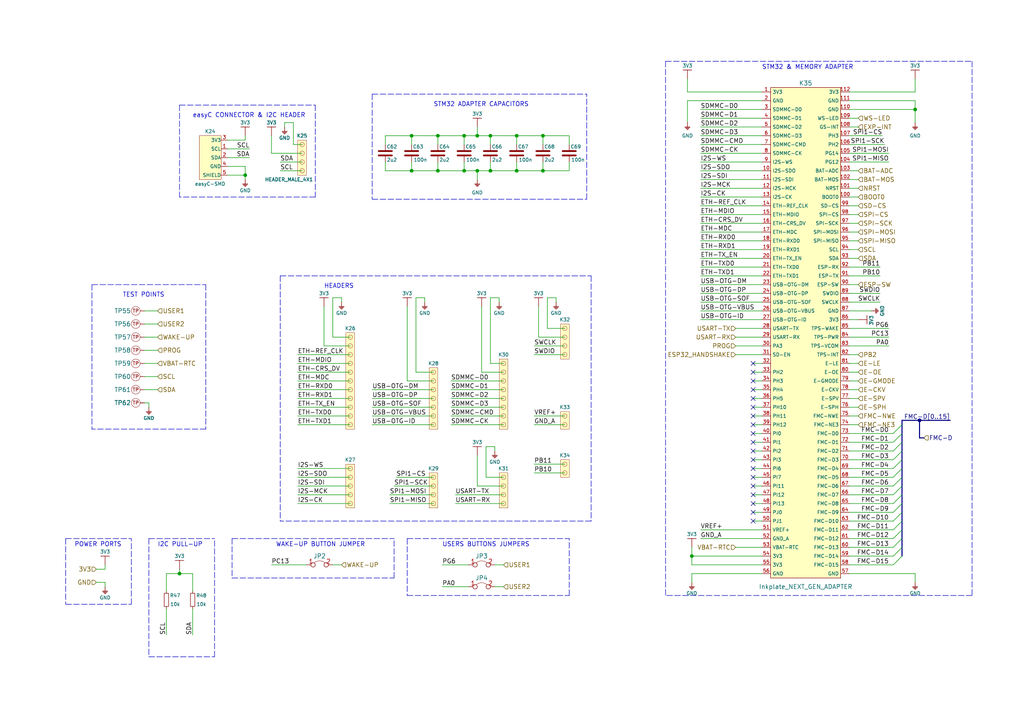
<source format=kicad_sch>
(kicad_sch (version 20211123) (generator eeschema)

  (uuid e6d5c183-3538-4205-a467-f8fdf07d4358)

  (paper "A4")

  (title_block
    (title "Soldered Inkplate 6 MOTION")
    (date "2024-05-22")
    (rev "V2.1.0.")
    (company "Soldered Electronics")
    (comment 1 "333321")
  )

  (lib_symbols
    (symbol "e-radionica.com schematics:0603C" (pin_numbers hide) (pin_names (offset 0.002)) (in_bom yes) (on_board yes)
      (property "Reference" "C" (id 0) (at 0 3.81 0)
        (effects (font (size 1 1)))
      )
      (property "Value" "0603C" (id 1) (at 0 -3.175 0)
        (effects (font (size 1 1)))
      )
      (property "Footprint" "e-radionica.com footprinti:0603C" (id 2) (at 0.635 -4.445 0)
        (effects (font (size 1 1)) hide)
      )
      (property "Datasheet" "" (id 3) (at 0 0 0)
        (effects (font (size 1 1)) hide)
      )
      (symbol "0603C_0_1"
        (polyline
          (pts
            (xy -0.635 1.905)
            (xy -0.635 -1.905)
          )
          (stroke (width 0.5) (type default) (color 0 0 0 0))
          (fill (type none))
        )
        (polyline
          (pts
            (xy 0.635 1.905)
            (xy 0.635 -1.905)
          )
          (stroke (width 0.5) (type default) (color 0 0 0 0))
          (fill (type none))
        )
      )
      (symbol "0603C_1_1"
        (pin passive line (at -2.54 0 0) (length 1.9)
          (name "~" (effects (font (size 1.27 1.27))))
          (number "1" (effects (font (size 1.27 1.27))))
        )
        (pin passive line (at 2.54 0 180) (length 1.9)
          (name "~" (effects (font (size 1.27 1.27))))
          (number "2" (effects (font (size 1.27 1.27))))
        )
      )
    )
    (symbol "e-radionica.com schematics:0603R" (pin_numbers hide) (pin_names (offset 0.254)) (in_bom yes) (on_board yes)
      (property "Reference" "R" (id 0) (at 0 1.27 0)
        (effects (font (size 1 1)))
      )
      (property "Value" "0603R" (id 1) (at 0 -1.905 0)
        (effects (font (size 1 1)))
      )
      (property "Footprint" "e-radionica.com footprinti:0603R" (id 2) (at 0 -3.81 0)
        (effects (font (size 1 1)) hide)
      )
      (property "Datasheet" "" (id 3) (at -0.635 1.905 0)
        (effects (font (size 1 1)) hide)
      )
      (symbol "0603R_0_1"
        (rectangle (start -1.905 0.635) (end 1.905 -0.635)
          (stroke (width 0.15) (type default) (color 0 0 0 0))
          (fill (type none))
        )
      )
      (symbol "0603R_1_1"
        (pin passive line (at -2.54 0 0) (length 0.63)
          (name "~" (effects (font (size 1.27 1.27))))
          (number "1" (effects (font (size 1.27 1.27))))
        )
        (pin passive line (at 2.54 0 180) (length 0.63)
          (name "~" (effects (font (size 1.27 1.27))))
          (number "2" (effects (font (size 1.27 1.27))))
        )
      )
    )
    (symbol "e-radionica.com schematics:3V3" (power) (pin_names (offset 0)) (in_bom yes) (on_board yes)
      (property "Reference" "#PWR" (id 0) (at 4.445 0 0)
        (effects (font (size 1 1)) hide)
      )
      (property "Value" "3V3" (id 1) (at 0 3.556 0)
        (effects (font (size 1 1)))
      )
      (property "Footprint" "" (id 2) (at 4.445 3.81 0)
        (effects (font (size 1 1)) hide)
      )
      (property "Datasheet" "" (id 3) (at 4.445 3.81 0)
        (effects (font (size 1 1)) hide)
      )
      (property "ki_keywords" "power-flag" (id 4) (at 0 0 0)
        (effects (font (size 1.27 1.27)) hide)
      )
      (property "ki_description" "Power symbol creates a global label with name \"3V3\"" (id 5) (at 0 0 0)
        (effects (font (size 1.27 1.27)) hide)
      )
      (symbol "3V3_0_1"
        (polyline
          (pts
            (xy -1.27 2.54)
            (xy 1.27 2.54)
          )
          (stroke (width 0.16) (type default) (color 0 0 0 0))
          (fill (type none))
        )
        (polyline
          (pts
            (xy 0 0)
            (xy 0 2.54)
          )
          (stroke (width 0) (type default) (color 0 0 0 0))
          (fill (type none))
        )
      )
      (symbol "3V3_1_1"
        (pin power_in line (at 0 0 90) (length 0) hide
          (name "3V3" (effects (font (size 1.27 1.27))))
          (number "1" (effects (font (size 1.27 1.27))))
        )
      )
    )
    (symbol "e-radionica.com schematics:GND" (power) (pin_names (offset 0)) (in_bom yes) (on_board yes)
      (property "Reference" "#PWR" (id 0) (at 4.445 0 0)
        (effects (font (size 1 1)) hide)
      )
      (property "Value" "GND" (id 1) (at 0 -2.921 0)
        (effects (font (size 1 1)))
      )
      (property "Footprint" "" (id 2) (at 4.445 3.81 0)
        (effects (font (size 1 1)) hide)
      )
      (property "Datasheet" "" (id 3) (at 4.445 3.81 0)
        (effects (font (size 1 1)) hide)
      )
      (property "ki_keywords" "power-flag" (id 4) (at 0 0 0)
        (effects (font (size 1.27 1.27)) hide)
      )
      (property "ki_description" "Power symbol creates a global label with name \"GND\"" (id 5) (at 0 0 0)
        (effects (font (size 1.27 1.27)) hide)
      )
      (symbol "GND_0_1"
        (polyline
          (pts
            (xy -0.762 -1.27)
            (xy 0.762 -1.27)
          )
          (stroke (width 0.16) (type default) (color 0 0 0 0))
          (fill (type none))
        )
        (polyline
          (pts
            (xy -0.635 -1.524)
            (xy 0.635 -1.524)
          )
          (stroke (width 0.16) (type default) (color 0 0 0 0))
          (fill (type none))
        )
        (polyline
          (pts
            (xy -0.381 -1.778)
            (xy 0.381 -1.778)
          )
          (stroke (width 0.16) (type default) (color 0 0 0 0))
          (fill (type none))
        )
        (polyline
          (pts
            (xy -0.127 -2.032)
            (xy 0.127 -2.032)
          )
          (stroke (width 0.16) (type default) (color 0 0 0 0))
          (fill (type none))
        )
        (polyline
          (pts
            (xy 0 0)
            (xy 0 -1.27)
          )
          (stroke (width 0.16) (type default) (color 0 0 0 0))
          (fill (type none))
        )
      )
      (symbol "GND_1_1"
        (pin power_in line (at 0 0 270) (length 0) hide
          (name "GND" (effects (font (size 1.27 1.27))))
          (number "1" (effects (font (size 1.27 1.27))))
        )
      )
    )
    (symbol "e-radionica.com schematics:HEADER_MALE_11X1" (pin_numbers hide) (pin_names hide) (in_bom yes) (on_board yes)
      (property "Reference" "K" (id 0) (at 0 15.24 0)
        (effects (font (size 1 1)))
      )
      (property "Value" "HEADER_MALE_11X1" (id 1) (at 1.27 -15.24 0)
        (effects (font (size 1 1)))
      )
      (property "Footprint" "e-radionica.com footprinti:HEADER_MALE_11X1" (id 2) (at 1.27 -17.78 0)
        (effects (font (size 1 1)) hide)
      )
      (property "Datasheet" "" (id 3) (at 0 0 0)
        (effects (font (size 1 1)) hide)
      )
      (symbol "HEADER_MALE_11X1_0_1"
        (circle (center 0 -12.7) (radius 0.635)
          (stroke (width 0.0006) (type default) (color 0 0 0 0))
          (fill (type none))
        )
        (circle (center 0 -10.16) (radius 0.635)
          (stroke (width 0.0006) (type default) (color 0 0 0 0))
          (fill (type none))
        )
        (circle (center 0 -7.62) (radius 0.635)
          (stroke (width 0.0006) (type default) (color 0 0 0 0))
          (fill (type none))
        )
        (circle (center 0 -5.08) (radius 0.635)
          (stroke (width 0.0006) (type default) (color 0 0 0 0))
          (fill (type none))
        )
        (circle (center 0 -2.54) (radius 0.635)
          (stroke (width 0.0006) (type default) (color 0 0 0 0))
          (fill (type none))
        )
        (circle (center 0 0) (radius 0.635)
          (stroke (width 0.0006) (type default) (color 0 0 0 0))
          (fill (type none))
        )
        (circle (center 0 2.54) (radius 0.635)
          (stroke (width 0.0006) (type default) (color 0 0 0 0))
          (fill (type none))
        )
        (circle (center 0 5.08) (radius 0.635)
          (stroke (width 0.0006) (type default) (color 0 0 0 0))
          (fill (type none))
        )
        (circle (center 0 7.62) (radius 0.635)
          (stroke (width 0.0006) (type default) (color 0 0 0 0))
          (fill (type none))
        )
        (circle (center 0 10.16) (radius 0.635)
          (stroke (width 0.0006) (type default) (color 0 0 0 0))
          (fill (type none))
        )
        (circle (center 0 12.7) (radius 0.635)
          (stroke (width 0.0006) (type default) (color 0 0 0 0))
          (fill (type none))
        )
        (rectangle (start 1.27 -13.97) (end -1.27 13.97)
          (stroke (width 0.01) (type default) (color 0 0 0 0))
          (fill (type background))
        )
      )
      (symbol "HEADER_MALE_11X1_1_1"
        (pin passive line (at 0 -12.7 180) (length 0)
          (name "~" (effects (font (size 0.991 0.991))))
          (number "1" (effects (font (size 0.991 0.991))))
        )
        (pin passive line (at 0 10.16 180) (length 0)
          (name "~" (effects (font (size 0.991 0.991))))
          (number "10" (effects (font (size 0.991 0.991))))
        )
        (pin passive line (at 0 12.7 180) (length 0)
          (name "~" (effects (font (size 0.991 0.991))))
          (number "11" (effects (font (size 0.991 0.991))))
        )
        (pin passive line (at 0 -10.16 180) (length 0)
          (name "~" (effects (font (size 0.991 0.991))))
          (number "2" (effects (font (size 0.991 0.991))))
        )
        (pin passive line (at 0 -7.62 180) (length 0)
          (name "~" (effects (font (size 0.991 0.991))))
          (number "3" (effects (font (size 0.991 0.991))))
        )
        (pin passive line (at 0 -5.08 180) (length 0)
          (name "~" (effects (font (size 0.991 0.991))))
          (number "4" (effects (font (size 0.991 0.991))))
        )
        (pin passive line (at 0 -2.54 180) (length 0)
          (name "~" (effects (font (size 0.991 0.991))))
          (number "5" (effects (font (size 0.991 0.991))))
        )
        (pin passive line (at 0 0 180) (length 0)
          (name "~" (effects (font (size 0.991 0.991))))
          (number "6" (effects (font (size 0.991 0.991))))
        )
        (pin passive line (at 0 2.54 180) (length 0)
          (name "~" (effects (font (size 0.991 0.991))))
          (number "7" (effects (font (size 0.991 0.991))))
        )
        (pin passive line (at 0 5.08 180) (length 0)
          (name "~" (effects (font (size 0.991 0.991))))
          (number "8" (effects (font (size 0.991 0.991))))
        )
        (pin passive line (at 0 7.62 180) (length 0)
          (name "~" (effects (font (size 0.991 0.991))))
          (number "9" (effects (font (size 0.991 0.991))))
        )
      )
    )
    (symbol "e-radionica.com schematics:HEADER_MALE_2X1" (pin_numbers hide) (pin_names hide) (in_bom yes) (on_board yes)
      (property "Reference" "K" (id 0) (at 0 5.08 0)
        (effects (font (size 1 1)))
      )
      (property "Value" "HEADER_MALE_2X1" (id 1) (at 0 -2.54 0)
        (effects (font (size 1 1)))
      )
      (property "Footprint" "e-radionica.com footprinti:HEADER_MALE_2X1" (id 2) (at 0 -3.81 0)
        (effects (font (size 1 1)) hide)
      )
      (property "Datasheet" "" (id 3) (at 0 0 0)
        (effects (font (size 1 1)) hide)
      )
      (symbol "HEADER_MALE_2X1_0_1"
        (circle (center 0 0) (radius 0.635)
          (stroke (width 0.0006) (type default) (color 0 0 0 0))
          (fill (type none))
        )
        (circle (center 0 2.54) (radius 0.635)
          (stroke (width 0.0006) (type default) (color 0 0 0 0))
          (fill (type none))
        )
        (rectangle (start 1.27 -1.27) (end -1.27 3.81)
          (stroke (width 0.001) (type default) (color 0 0 0 0))
          (fill (type background))
        )
      )
      (symbol "HEADER_MALE_2X1_1_1"
        (pin passive line (at 0 0 180) (length 0)
          (name "~" (effects (font (size 1 1))))
          (number "1" (effects (font (size 1 1))))
        )
        (pin passive line (at 0 2.54 180) (length 0)
          (name "~" (effects (font (size 1 1))))
          (number "2" (effects (font (size 1 1))))
        )
      )
    )
    (symbol "e-radionica.com schematics:HEADER_MALE_4X1" (pin_numbers hide) (pin_names hide) (in_bom yes) (on_board yes)
      (property "Reference" "K" (id 0) (at 0 7.62 0)
        (effects (font (size 1 1)))
      )
      (property "Value" "HEADER_MALE_4X1" (id 1) (at 0 -5.08 0)
        (effects (font (size 1 1)))
      )
      (property "Footprint" "e-radionica.com footprinti:HEADER_MALE_4X1" (id 2) (at 0 -6.35 0)
        (effects (font (size 1 1)) hide)
      )
      (property "Datasheet" "" (id 3) (at 0 -2.54 0)
        (effects (font (size 1 1)) hide)
      )
      (symbol "HEADER_MALE_4X1_0_1"
        (circle (center 0 -2.54) (radius 0.635)
          (stroke (width 0.0006) (type default) (color 0 0 0 0))
          (fill (type none))
        )
        (circle (center 0 0) (radius 0.635)
          (stroke (width 0.0006) (type default) (color 0 0 0 0))
          (fill (type none))
        )
        (circle (center 0 2.54) (radius 0.635)
          (stroke (width 0.0006) (type default) (color 0 0 0 0))
          (fill (type none))
        )
        (circle (center 0 5.08) (radius 0.635)
          (stroke (width 0.0006) (type default) (color 0 0 0 0))
          (fill (type none))
        )
        (rectangle (start 1.27 -3.81) (end -1.27 6.35)
          (stroke (width 0.001) (type default) (color 0 0 0 0))
          (fill (type background))
        )
      )
      (symbol "HEADER_MALE_4X1_1_1"
        (pin passive line (at 0 -2.54 180) (length 0)
          (name "~" (effects (font (size 1 1))))
          (number "1" (effects (font (size 1 1))))
        )
        (pin passive line (at 0 0 180) (length 0)
          (name "~" (effects (font (size 1 1))))
          (number "2" (effects (font (size 1 1))))
        )
        (pin passive line (at 0 2.54 180) (length 0)
          (name "~" (effects (font (size 1 1))))
          (number "3" (effects (font (size 1 1))))
        )
        (pin passive line (at 0 5.08 180) (length 0)
          (name "~" (effects (font (size 1 1))))
          (number "4" (effects (font (size 1 1))))
        )
      )
    )
    (symbol "e-radionica.com schematics:HEADER_MALE_5X1" (pin_numbers hide) (pin_names hide) (in_bom yes) (on_board yes)
      (property "Reference" "K" (id 0) (at 0 7.62 0)
        (effects (font (size 1 1)))
      )
      (property "Value" "HEADER_MALE_5X1" (id 1) (at 0.635 -7.62 0)
        (effects (font (size 1 1)))
      )
      (property "Footprint" "e-radionica.com footprinti:HEADER_MALE_5X1" (id 2) (at 0 -10.16 0)
        (effects (font (size 1 1)) hide)
      )
      (property "Datasheet" "" (id 3) (at 0 0 0)
        (effects (font (size 1 1)) hide)
      )
      (symbol "HEADER_MALE_5X1_0_1"
        (rectangle (start -1.27 6.35) (end 1.27 -6.35)
          (stroke (width 0.001) (type default) (color 0 0 0 0))
          (fill (type background))
        )
        (circle (center 0 -5.08) (radius 0.635)
          (stroke (width 0.0006) (type default) (color 0 0 0 0))
          (fill (type none))
        )
        (circle (center 0 -2.54) (radius 0.635)
          (stroke (width 0.0006) (type default) (color 0 0 0 0))
          (fill (type none))
        )
        (circle (center 0 0) (radius 0.635)
          (stroke (width 0.0006) (type default) (color 0 0 0 0))
          (fill (type none))
        )
        (circle (center 0 2.54) (radius 0.635)
          (stroke (width 0.0006) (type default) (color 0 0 0 0))
          (fill (type none))
        )
        (circle (center 0 5.08) (radius 0.635)
          (stroke (width 0.0006) (type default) (color 0 0 0 0))
          (fill (type none))
        )
      )
      (symbol "HEADER_MALE_5X1_1_1"
        (pin passive line (at 0 -5.08 180) (length 0)
          (name "~" (effects (font (size 1 1))))
          (number "1" (effects (font (size 1 1))))
        )
        (pin passive line (at 0 -2.54 180) (length 0)
          (name "~" (effects (font (size 1 1))))
          (number "2" (effects (font (size 1 1))))
        )
        (pin passive line (at 0 0 180) (length 0)
          (name "~" (effects (font (size 1 1))))
          (number "3" (effects (font (size 1 1))))
        )
        (pin passive line (at 0 2.54 180) (length 0)
          (name "~" (effects (font (size 1 1))))
          (number "4" (effects (font (size 1 1))))
        )
        (pin passive line (at 0 5.08 180) (length 0)
          (name "~" (effects (font (size 0.991 0.991))))
          (number "5" (effects (font (size 0.991 0.991))))
        )
      )
    )
    (symbol "e-radionica.com schematics:HEADER_MALE_7X1" (pin_numbers hide) (pin_names hide) (in_bom yes) (on_board yes)
      (property "Reference" "K" (id 0) (at 0 10.16 0)
        (effects (font (size 1 1)))
      )
      (property "Value" "HEADER_MALE_7X1" (id 1) (at 0 -10.16 0)
        (effects (font (size 1 1)))
      )
      (property "Footprint" "e-radionica.com footprinti:HEADER_MALE_7X1" (id 2) (at 0 -11.43 0)
        (effects (font (size 1 1)) hide)
      )
      (property "Datasheet" "" (id 3) (at 0 0 0)
        (effects (font (size 1 1)) hide)
      )
      (symbol "HEADER_MALE_7X1_0_1"
        (circle (center 0 -7.62) (radius 0.635)
          (stroke (width 0.0006) (type default) (color 0 0 0 0))
          (fill (type none))
        )
        (circle (center 0 -5.08) (radius 0.635)
          (stroke (width 0.0006) (type default) (color 0 0 0 0))
          (fill (type none))
        )
        (circle (center 0 -2.54) (radius 0.635)
          (stroke (width 0.0006) (type default) (color 0 0 0 0))
          (fill (type none))
        )
        (circle (center 0 0) (radius 0.635)
          (stroke (width 0.0006) (type default) (color 0 0 0 0))
          (fill (type none))
        )
        (circle (center 0 2.54) (radius 0.635)
          (stroke (width 0.0006) (type default) (color 0 0 0 0))
          (fill (type none))
        )
        (circle (center 0 5.08) (radius 0.635)
          (stroke (width 0.0006) (type default) (color 0 0 0 0))
          (fill (type none))
        )
        (circle (center 0 7.62) (radius 0.635)
          (stroke (width 0.0006) (type default) (color 0 0 0 0))
          (fill (type none))
        )
        (rectangle (start 1.27 -8.89) (end -1.27 8.89)
          (stroke (width 0.01) (type default) (color 0 0 0 0))
          (fill (type background))
        )
      )
      (symbol "HEADER_MALE_7X1_1_1"
        (pin passive line (at 0 -7.62 180) (length 0)
          (name "~" (effects (font (size 0.991 0.991))))
          (number "1" (effects (font (size 0.991 0.991))))
        )
        (pin passive line (at 0 -5.08 180) (length 0)
          (name "~" (effects (font (size 0.991 0.991))))
          (number "2" (effects (font (size 0.991 0.991))))
        )
        (pin passive line (at 0 -2.54 180) (length 0)
          (name "~" (effects (font (size 0.991 0.991))))
          (number "3" (effects (font (size 0.991 0.991))))
        )
        (pin passive line (at 0 0 180) (length 0)
          (name "~" (effects (font (size 0.991 0.991))))
          (number "4" (effects (font (size 0.991 0.991))))
        )
        (pin passive line (at 0 2.54 180) (length 0)
          (name "~" (effects (font (size 0.991 0.991))))
          (number "5" (effects (font (size 0.991 0.991))))
        )
        (pin passive line (at 0 5.08 180) (length 0)
          (name "~" (effects (font (size 0.991 0.991))))
          (number "6" (effects (font (size 0.991 0.991))))
        )
        (pin passive line (at 0 7.62 180) (length 0)
          (name "~" (effects (font (size 0.991 0.991))))
          (number "7" (effects (font (size 0.991 0.991))))
        )
      )
    )
    (symbol "e-radionica.com schematics:HEADER_MALE_8X1" (pin_numbers hide) (pin_names hide) (in_bom yes) (on_board yes)
      (property "Reference" "K" (id 0) (at 0 12.7 0)
        (effects (font (size 1 1)))
      )
      (property "Value" "HEADER_MALE_8X1" (id 1) (at 0.635 -10.16 0)
        (effects (font (size 1 1)))
      )
      (property "Footprint" "e-radionica.com footprinti:HEADER_MALE_8X1" (id 2) (at 0 -11.43 0)
        (effects (font (size 1 1)) hide)
      )
      (property "Datasheet" "" (id 3) (at 0 0 0)
        (effects (font (size 1 1)) hide)
      )
      (symbol "HEADER_MALE_8X1_0_1"
        (circle (center 0 -7.62) (radius 0.635)
          (stroke (width 0.0006) (type default) (color 0 0 0 0))
          (fill (type none))
        )
        (circle (center 0 -5.08) (radius 0.635)
          (stroke (width 0.0006) (type default) (color 0 0 0 0))
          (fill (type none))
        )
        (circle (center 0 -2.54) (radius 0.635)
          (stroke (width 0.0006) (type default) (color 0 0 0 0))
          (fill (type none))
        )
        (circle (center 0 0) (radius 0.635)
          (stroke (width 0.0006) (type default) (color 0 0 0 0))
          (fill (type none))
        )
        (circle (center 0 2.54) (radius 0.635)
          (stroke (width 0.0006) (type default) (color 0 0 0 0))
          (fill (type none))
        )
        (circle (center 0 5.08) (radius 0.635)
          (stroke (width 0.0006) (type default) (color 0 0 0 0))
          (fill (type none))
        )
        (circle (center 0 7.62) (radius 0.635)
          (stroke (width 0.0006) (type default) (color 0 0 0 0))
          (fill (type none))
        )
        (circle (center 0 10.16) (radius 0.635)
          (stroke (width 0.0006) (type default) (color 0 0 0 0))
          (fill (type none))
        )
        (rectangle (start 1.27 -8.89) (end -1.27 11.43)
          (stroke (width 0.01) (type default) (color 0 0 0 0))
          (fill (type background))
        )
      )
      (symbol "HEADER_MALE_8X1_1_1"
        (pin passive line (at 0 -7.62 180) (length 0)
          (name "~" (effects (font (size 0.991 0.991))))
          (number "1" (effects (font (size 0.991 0.991))))
        )
        (pin passive line (at 0 -5.08 180) (length 0)
          (name "~" (effects (font (size 0.991 0.991))))
          (number "2" (effects (font (size 0.991 0.991))))
        )
        (pin passive line (at 0 -2.54 180) (length 0)
          (name "~" (effects (font (size 0.991 0.991))))
          (number "3" (effects (font (size 0.991 0.991))))
        )
        (pin passive line (at 0 0 180) (length 0)
          (name "~" (effects (font (size 0.991 0.991))))
          (number "4" (effects (font (size 0.991 0.991))))
        )
        (pin passive line (at 0 2.54 180) (length 0)
          (name "~" (effects (font (size 0.991 0.991))))
          (number "5" (effects (font (size 0.991 0.991))))
        )
        (pin passive line (at 0 5.08 180) (length 0)
          (name "~" (effects (font (size 0.991 0.991))))
          (number "6" (effects (font (size 0.991 0.991))))
        )
        (pin passive line (at 0 7.62 180) (length 0)
          (name "~" (effects (font (size 0.991 0.991))))
          (number "7" (effects (font (size 0.991 0.991))))
        )
        (pin passive line (at 0 10.16 180) (length 0)
          (name "~" (effects (font (size 0.991 0.991))))
          (number "8" (effects (font (size 0.991 0.991))))
        )
      )
    )
    (symbol "e-radionica.com schematics:Inkplate_NEXT_GEN_ADAPTER" (in_bom yes) (on_board yes)
      (property "Reference" "K" (id 0) (at 0 73.66 0)
        (effects (font (size 1.27 1.27)))
      )
      (property "Value" "Inkplate_NEXT_GEN_ADAPTER" (id 1) (at 0 -83.185 0)
        (effects (font (size 1.27 1.27)))
      )
      (property "Footprint" "e-radionica.com footprinti:Inkplate_NEXT_GEN_ADAPTER" (id 2) (at 0 -86.36 0)
        (effects (font (size 1.27 1.27)) hide)
      )
      (property "Datasheet" "" (id 3) (at 0 0 0)
        (effects (font (size 1.27 1.27)) hide)
      )
      (symbol "Inkplate_NEXT_GEN_ADAPTER_0_1"
        (rectangle (start -10.16 72.39) (end 10.16 -69.85)
          (stroke (width 0.1524) (type default) (color 0 0 0 0))
          (fill (type background))
        )
      )
      (symbol "Inkplate_NEXT_GEN_ADAPTER_1_1"
        (pin input line (at -12.7 71.12 0) (length 2.54)
          (name "3V3" (effects (font (size 1 1))))
          (number "1" (effects (font (size 1 1))))
        )
        (pin input line (at -12.7 48.26 0) (length 2.54)
          (name "I2S-SDO" (effects (font (size 1 1))))
          (number "10" (effects (font (size 1 1))))
        )
        (pin input line (at 12.7 40.64 180) (length 2.54)
          (name "BOOT0" (effects (font (size 1 1))))
          (number "100" (effects (font (size 1 1))))
        )
        (pin input line (at 12.7 43.18 180) (length 2.54)
          (name "NRST" (effects (font (size 1 1))))
          (number "101" (effects (font (size 1 1))))
        )
        (pin input line (at 12.7 45.72 180) (length 2.54)
          (name "BAT-MOS" (effects (font (size 1 1))))
          (number "102" (effects (font (size 1 1))))
        )
        (pin input line (at 12.7 48.26 180) (length 2.54)
          (name "BAT-ADC" (effects (font (size 1 1))))
          (number "103" (effects (font (size 1 1))))
        )
        (pin input line (at 12.7 50.8 180) (length 2.54)
          (name "PG12" (effects (font (size 1 1))))
          (number "104" (effects (font (size 1 1))))
        )
        (pin input line (at 12.7 53.34 180) (length 2.54)
          (name "PG14" (effects (font (size 1 1))))
          (number "105" (effects (font (size 1 1))))
        )
        (pin input line (at 12.7 55.88 180) (length 2.54)
          (name "PH2" (effects (font (size 1 1))))
          (number "106" (effects (font (size 1 1))))
        )
        (pin input line (at 12.7 58.42 180) (length 2.54)
          (name "PH3" (effects (font (size 1 1))))
          (number "107" (effects (font (size 1 1))))
        )
        (pin input line (at 12.7 60.96 180) (length 2.54)
          (name "GS-INT" (effects (font (size 1 1))))
          (number "108" (effects (font (size 1 1))))
        )
        (pin input line (at 12.7 63.5 180) (length 2.54)
          (name "WS-LED" (effects (font (size 1 1))))
          (number "109" (effects (font (size 1 1))))
        )
        (pin input line (at -12.7 45.72 0) (length 2.54)
          (name "I2S-SDI" (effects (font (size 1 1))))
          (number "11" (effects (font (size 1 1))))
        )
        (pin input line (at 12.7 66.04 180) (length 2.54)
          (name "GND" (effects (font (size 1 1))))
          (number "110" (effects (font (size 1 1))))
        )
        (pin input line (at 12.7 68.58 180) (length 2.54)
          (name "GND" (effects (font (size 1 1))))
          (number "111" (effects (font (size 1 1))))
        )
        (pin input line (at 12.7 71.12 180) (length 2.54)
          (name "3V3" (effects (font (size 1 1))))
          (number "112" (effects (font (size 1 1))))
        )
        (pin input line (at -12.7 43.18 0) (length 2.54)
          (name "I2S-MCK" (effects (font (size 1 1))))
          (number "12" (effects (font (size 1 1))))
        )
        (pin input line (at -12.7 40.64 0) (length 2.54)
          (name "I2S-CK" (effects (font (size 1 1))))
          (number "13" (effects (font (size 1 1))))
        )
        (pin input line (at -12.7 38.1 0) (length 2.54)
          (name "ETH-REF_CLK" (effects (font (size 1 1))))
          (number "14" (effects (font (size 1 1))))
        )
        (pin input line (at -12.7 35.56 0) (length 2.54)
          (name "ETH-MDIO" (effects (font (size 1 1))))
          (number "15" (effects (font (size 1 1))))
        )
        (pin input line (at -12.7 33.02 0) (length 2.54)
          (name "ETH-CRS_DV" (effects (font (size 1 1))))
          (number "16" (effects (font (size 1 1))))
        )
        (pin input line (at -12.7 30.48 0) (length 2.54)
          (name "ETH-MDC" (effects (font (size 1 1))))
          (number "17" (effects (font (size 1 1))))
        )
        (pin input line (at -12.7 27.94 0) (length 2.54)
          (name "ETH-RXD0" (effects (font (size 1 1))))
          (number "18" (effects (font (size 1 1))))
        )
        (pin input line (at -12.7 25.4 0) (length 2.54)
          (name "ETH-RXD1" (effects (font (size 1 1))))
          (number "19" (effects (font (size 1 1))))
        )
        (pin input line (at -12.7 68.58 0) (length 2.54)
          (name "GND" (effects (font (size 1 1))))
          (number "2" (effects (font (size 1 1))))
        )
        (pin input line (at -12.7 22.86 0) (length 2.54)
          (name "ETH-TX_EN" (effects (font (size 1 1))))
          (number "20" (effects (font (size 1 1))))
        )
        (pin input line (at -12.7 20.32 0) (length 2.54)
          (name "ETH-TXD0" (effects (font (size 1 1))))
          (number "21" (effects (font (size 1 1))))
        )
        (pin input line (at -12.7 17.78 0) (length 2.54)
          (name "ETH-TXD1" (effects (font (size 1 1))))
          (number "22" (effects (font (size 1 1))))
        )
        (pin input line (at -12.7 15.24 0) (length 2.54)
          (name "USB-OTG-DM" (effects (font (size 1 1))))
          (number "23" (effects (font (size 1 1))))
        )
        (pin input line (at -12.7 12.7 0) (length 2.54)
          (name "USB-OTG-DP" (effects (font (size 1 1))))
          (number "24" (effects (font (size 1 1))))
        )
        (pin input line (at -12.7 10.16 0) (length 2.54)
          (name "USB-OTG-SOF" (effects (font (size 1 1))))
          (number "25" (effects (font (size 1 1))))
        )
        (pin input line (at -12.7 7.62 0) (length 2.54)
          (name "USB-OTG-VBUS" (effects (font (size 1 1))))
          (number "26" (effects (font (size 1 1))))
        )
        (pin input line (at -12.7 5.08 0) (length 2.54)
          (name "USB-OTG-ID" (effects (font (size 1 1))))
          (number "27" (effects (font (size 1 1))))
        )
        (pin input line (at -12.7 2.54 0) (length 2.54)
          (name "USART-TX" (effects (font (size 1 1))))
          (number "28" (effects (font (size 1 1))))
        )
        (pin input line (at -12.7 0 0) (length 2.54)
          (name "USART-RX" (effects (font (size 1 1))))
          (number "29" (effects (font (size 1 1))))
        )
        (pin input line (at -12.7 66.04 0) (length 2.54)
          (name "SDMMC-D0" (effects (font (size 1 1))))
          (number "3" (effects (font (size 1 1))))
        )
        (pin input line (at -12.7 -2.54 0) (length 2.54)
          (name "PA3" (effects (font (size 1 1))))
          (number "30" (effects (font (size 1 1))))
        )
        (pin input line (at -12.7 -5.08 0) (length 2.54)
          (name "SD-EN" (effects (font (size 1 1))))
          (number "31" (effects (font (size 1 1))))
        )
        (pin input line (at -12.7 -7.62 0) (length 2.54)
          (name "" (effects (font (size 1 1))))
          (number "32" (effects (font (size 1 1))))
        )
        (pin input line (at -12.7 -10.16 0) (length 2.54)
          (name "PH2" (effects (font (size 1 1))))
          (number "33" (effects (font (size 1 1))))
        )
        (pin input line (at -12.7 -12.7 0) (length 2.54)
          (name "PH3" (effects (font (size 1 1))))
          (number "34" (effects (font (size 1 1))))
        )
        (pin input line (at -12.7 -15.24 0) (length 2.54)
          (name "PH4" (effects (font (size 1 1))))
          (number "35" (effects (font (size 1 1))))
        )
        (pin input line (at -12.7 -17.78 0) (length 2.54)
          (name "PH5" (effects (font (size 1 1))))
          (number "36" (effects (font (size 1 1))))
        )
        (pin input line (at -12.7 -20.32 0) (length 2.54)
          (name "PH10" (effects (font (size 1 1))))
          (number "37" (effects (font (size 1 1))))
        )
        (pin input line (at -12.7 -22.86 0) (length 2.54)
          (name "PH11" (effects (font (size 1 1))))
          (number "38" (effects (font (size 1 1))))
        )
        (pin input line (at -12.7 -25.4 0) (length 2.54)
          (name "PH12" (effects (font (size 1 1))))
          (number "39" (effects (font (size 1 1))))
        )
        (pin input line (at -12.7 63.5 0) (length 2.54)
          (name "SDMMC-D1" (effects (font (size 1 1))))
          (number "4" (effects (font (size 1 1))))
        )
        (pin input line (at -12.7 -27.94 0) (length 2.54)
          (name "PI0" (effects (font (size 1 1))))
          (number "40" (effects (font (size 1 1))))
        )
        (pin input line (at -12.7 -30.48 0) (length 2.54)
          (name "PI1" (effects (font (size 1 1))))
          (number "41" (effects (font (size 1 1))))
        )
        (pin input line (at -12.7 -33.02 0) (length 2.54)
          (name "PI2" (effects (font (size 1 1))))
          (number "42" (effects (font (size 1 1))))
        )
        (pin input line (at -12.7 -35.56 0) (length 2.54)
          (name "PI3" (effects (font (size 1 1))))
          (number "43" (effects (font (size 1 1))))
        )
        (pin input line (at -12.7 -38.1 0) (length 2.54)
          (name "PI6" (effects (font (size 1 1))))
          (number "44" (effects (font (size 1 1))))
        )
        (pin input line (at -12.7 -40.64 0) (length 2.54)
          (name "PI7" (effects (font (size 1 1))))
          (number "45" (effects (font (size 1 1))))
        )
        (pin input line (at -12.7 -43.18 0) (length 2.54)
          (name "PI11" (effects (font (size 1 1))))
          (number "46" (effects (font (size 1 1))))
        )
        (pin input line (at -12.7 -45.72 0) (length 2.54)
          (name "PI12" (effects (font (size 1 1))))
          (number "47" (effects (font (size 1 1))))
        )
        (pin input line (at -12.7 -48.26 0) (length 2.54)
          (name "PI13" (effects (font (size 1 1))))
          (number "48" (effects (font (size 1 1))))
        )
        (pin input line (at -12.7 -50.8 0) (length 2.54)
          (name "PJ0" (effects (font (size 1 1))))
          (number "49" (effects (font (size 1 1))))
        )
        (pin input line (at -12.7 60.96 0) (length 2.54)
          (name "SDMMC-D2" (effects (font (size 1 1))))
          (number "5" (effects (font (size 1 1))))
        )
        (pin input line (at -12.7 -53.34 0) (length 2.54)
          (name "PJ1" (effects (font (size 1 1))))
          (number "50" (effects (font (size 1 1))))
        )
        (pin input line (at -12.7 -55.88 0) (length 2.54)
          (name "VREF+" (effects (font (size 1 1))))
          (number "51" (effects (font (size 1 1))))
        )
        (pin input line (at -12.7 -58.42 0) (length 2.54)
          (name "GND_A" (effects (font (size 1 1))))
          (number "52" (effects (font (size 1 1))))
        )
        (pin input line (at -12.7 -60.96 0) (length 2.54)
          (name "VBAT-RTC" (effects (font (size 1 1))))
          (number "53" (effects (font (size 1 1))))
        )
        (pin input line (at -12.7 -63.5 0) (length 2.54)
          (name "3V3" (effects (font (size 1 1))))
          (number "54" (effects (font (size 1 1))))
        )
        (pin input line (at -12.7 -66.04 0) (length 2.54)
          (name "3V3" (effects (font (size 1 1))))
          (number "55" (effects (font (size 1 1))))
        )
        (pin input line (at -12.7 -68.58 0) (length 2.54)
          (name "GND" (effects (font (size 1 1))))
          (number "56" (effects (font (size 1 1))))
        )
        (pin input line (at 12.7 -68.58 180) (length 2.54)
          (name "GND" (effects (font (size 1 1))))
          (number "57" (effects (font (size 1 1))))
        )
        (pin input line (at 12.7 -66.04 180) (length 2.54)
          (name "FMC-D15" (effects (font (size 1 1))))
          (number "58" (effects (font (size 1 1))))
        )
        (pin input line (at 12.7 -63.5 180) (length 2.54)
          (name "FMC-D14" (effects (font (size 1 1))))
          (number "59" (effects (font (size 1 1))))
        )
        (pin input line (at -12.7 58.42 0) (length 2.54)
          (name "SDMMC-D3" (effects (font (size 1 1))))
          (number "6" (effects (font (size 1 1))))
        )
        (pin input line (at 12.7 -60.96 180) (length 2.54)
          (name "FMC-D13" (effects (font (size 1 1))))
          (number "60" (effects (font (size 1 1))))
        )
        (pin input line (at 12.7 -58.42 180) (length 2.54)
          (name "FMC-D12" (effects (font (size 1 1))))
          (number "61" (effects (font (size 1 1))))
        )
        (pin input line (at 12.7 -55.88 180) (length 2.54)
          (name "FMC-D11" (effects (font (size 1 1))))
          (number "62" (effects (font (size 1 1))))
        )
        (pin input line (at 12.7 -53.34 180) (length 2.54)
          (name "FMC-D10" (effects (font (size 1 1))))
          (number "63" (effects (font (size 1 1))))
        )
        (pin input line (at 12.7 -50.8 180) (length 2.54)
          (name "FMC-D9" (effects (font (size 1 1))))
          (number "64" (effects (font (size 1 1))))
        )
        (pin input line (at 12.7 -48.26 180) (length 2.54)
          (name "FMC-D8" (effects (font (size 1 1))))
          (number "65" (effects (font (size 1 1))))
        )
        (pin input line (at 12.7 -45.72 180) (length 2.54)
          (name "FMC-D7" (effects (font (size 1 1))))
          (number "66" (effects (font (size 1 1))))
        )
        (pin input line (at 12.7 -43.18 180) (length 2.54)
          (name "FMC-D6" (effects (font (size 1 1))))
          (number "67" (effects (font (size 1 1))))
        )
        (pin input line (at 12.7 -40.64 180) (length 2.54)
          (name "FMC-D5" (effects (font (size 1 1))))
          (number "68" (effects (font (size 1 1))))
        )
        (pin input line (at 12.7 -38.1 180) (length 2.54)
          (name "FMC-D4" (effects (font (size 1 1))))
          (number "69" (effects (font (size 1 1))))
        )
        (pin input line (at -12.7 55.88 0) (length 2.54)
          (name "SDMMC-CMD" (effects (font (size 1 1))))
          (number "7" (effects (font (size 1 1))))
        )
        (pin input line (at 12.7 -35.56 180) (length 2.54)
          (name "FMC-D3" (effects (font (size 1 1))))
          (number "70" (effects (font (size 1 1))))
        )
        (pin input line (at 12.7 -33.02 180) (length 2.54)
          (name "FMC-D2" (effects (font (size 1 1))))
          (number "71" (effects (font (size 1 1))))
        )
        (pin input line (at 12.7 -30.48 180) (length 2.54)
          (name "FMC-D1" (effects (font (size 1 1))))
          (number "72" (effects (font (size 1 1))))
        )
        (pin input line (at 12.7 -27.94 180) (length 2.54)
          (name "FMC-D0" (effects (font (size 1 1))))
          (number "73" (effects (font (size 1 1))))
        )
        (pin input line (at 12.7 -25.4 180) (length 2.54)
          (name "FMC-NE3" (effects (font (size 1 1))))
          (number "74" (effects (font (size 1 1))))
        )
        (pin input line (at 12.7 -22.86 180) (length 2.54)
          (name "FMC-NWE" (effects (font (size 1 1))))
          (number "75" (effects (font (size 1 1))))
        )
        (pin input line (at 12.7 -20.32 180) (length 2.54)
          (name "E-SPH" (effects (font (size 1 1))))
          (number "76" (effects (font (size 1 1))))
        )
        (pin input line (at 12.7 -17.78 180) (length 2.54)
          (name "E-SPV" (effects (font (size 1 1))))
          (number "77" (effects (font (size 1 1))))
        )
        (pin input line (at 12.7 -15.24 180) (length 2.54)
          (name "E-CKV" (effects (font (size 1 1))))
          (number "78" (effects (font (size 1 1))))
        )
        (pin input line (at 12.7 -12.7 180) (length 2.54)
          (name "E-GMODE" (effects (font (size 1 1))))
          (number "79" (effects (font (size 1 1))))
        )
        (pin input line (at -12.7 53.34 0) (length 2.54)
          (name "SDMMC-CK" (effects (font (size 1 1))))
          (number "8" (effects (font (size 1 1))))
        )
        (pin input line (at 12.7 -10.16 180) (length 2.54)
          (name "E-OE" (effects (font (size 1 1))))
          (number "80" (effects (font (size 1 1))))
        )
        (pin input line (at 12.7 -7.62 180) (length 2.54)
          (name "E-LE" (effects (font (size 1 1))))
          (number "81" (effects (font (size 1 1))))
        )
        (pin input line (at 12.7 -5.08 180) (length 2.54)
          (name "TPS-INT" (effects (font (size 1 1))))
          (number "82" (effects (font (size 1 1))))
        )
        (pin input line (at 12.7 -2.54 180) (length 2.54)
          (name "TPS-VCOM" (effects (font (size 1 1))))
          (number "83" (effects (font (size 1 1))))
        )
        (pin input line (at 12.7 0 180) (length 2.54)
          (name "TPS-PWR" (effects (font (size 1 1))))
          (number "84" (effects (font (size 1 1))))
        )
        (pin input line (at 12.7 2.54 180) (length 2.54)
          (name "TPS-WAKE" (effects (font (size 1 1))))
          (number "85" (effects (font (size 1 1))))
        )
        (pin input line (at 12.7 5.08 180) (length 2.54)
          (name "3V3" (effects (font (size 1 1))))
          (number "86" (effects (font (size 1 1))))
        )
        (pin input line (at 12.7 7.62 180) (length 2.54)
          (name "GND" (effects (font (size 1 1))))
          (number "87" (effects (font (size 1 1))))
        )
        (pin input line (at 12.7 10.16 180) (length 2.54)
          (name "SWCLK" (effects (font (size 1 1))))
          (number "88" (effects (font (size 1 1))))
        )
        (pin input line (at 12.7 12.7 180) (length 2.54)
          (name "SWDIO" (effects (font (size 1 1))))
          (number "89" (effects (font (size 1 1))))
        )
        (pin input line (at -12.7 50.8 0) (length 2.54)
          (name "I2S-WS" (effects (font (size 1 1))))
          (number "9" (effects (font (size 1 1))))
        )
        (pin input line (at 12.7 15.24 180) (length 2.54)
          (name "ESP-SW" (effects (font (size 1 1))))
          (number "90" (effects (font (size 1 1))))
        )
        (pin input line (at 12.7 17.78 180) (length 2.54)
          (name "ESP-TX" (effects (font (size 1 1))))
          (number "91" (effects (font (size 1 1))))
        )
        (pin input line (at 12.7 20.32 180) (length 2.54)
          (name "ESP-RX" (effects (font (size 1 1))))
          (number "92" (effects (font (size 1 1))))
        )
        (pin input line (at 12.7 22.86 180) (length 2.54)
          (name "SDA" (effects (font (size 1 1))))
          (number "93" (effects (font (size 1 1))))
        )
        (pin input line (at 12.7 25.4 180) (length 2.54)
          (name "SCL" (effects (font (size 1 1))))
          (number "94" (effects (font (size 1 1))))
        )
        (pin input line (at 12.7 27.94 180) (length 2.54)
          (name "SPI-MISO" (effects (font (size 1 1))))
          (number "95" (effects (font (size 1 1))))
        )
        (pin input line (at 12.7 30.48 180) (length 2.54)
          (name "SPI-MOSI" (effects (font (size 1 1))))
          (number "96" (effects (font (size 1 1))))
        )
        (pin input line (at 12.7 33.02 180) (length 2.54)
          (name "SPI-SCK" (effects (font (size 1 1))))
          (number "97" (effects (font (size 1 1))))
        )
        (pin input line (at 12.7 35.56 180) (length 2.54)
          (name "SPI-CS" (effects (font (size 1 1))))
          (number "98" (effects (font (size 1 1))))
        )
        (pin input line (at 12.7 38.1 180) (length 2.54)
          (name "SD-CS" (effects (font (size 1 1))))
          (number "99" (effects (font (size 1 1))))
        )
      )
    )
    (symbol "e-radionica.com schematics:SMD-JUMPER-CONNECTED_TRACE_SOLDERMASK" (in_bom yes) (on_board yes)
      (property "Reference" "JP" (id 0) (at 0 3.556 0)
        (effects (font (size 1.27 1.27)))
      )
      (property "Value" "SMD-JUMPER-CONNECTED_TRACE_SOLDERMASK" (id 1) (at 0 -2.54 0)
        (effects (font (size 1.27 1.27)))
      )
      (property "Footprint" "e-radionica.com footprinti:SMD-JUMPER-CONNECTED_TRACE_SOLDERMASK" (id 2) (at 0 -5.715 0)
        (effects (font (size 1.27 1.27)) hide)
      )
      (property "Datasheet" "" (id 3) (at 0 0 0)
        (effects (font (size 1.27 1.27)) hide)
      )
      (symbol "SMD-JUMPER-CONNECTED_TRACE_SOLDERMASK_0_1"
        (arc (start 1.5845 0.5996) (mid -0.0202 1.1519) (end -1.6159 0.5742)
          (stroke (width 0.1) (type default) (color 0 0 0 0))
          (fill (type none))
        )
      )
      (symbol "SMD-JUMPER-CONNECTED_TRACE_SOLDERMASK_1_1"
        (pin passive inverted (at -3.81 0 0) (length 2.54)
          (name "" (effects (font (size 1.27 1.27))))
          (number "1" (effects (font (size 1.27 1.27))))
        )
        (pin passive inverted (at 3.81 0 180) (length 2.54)
          (name "" (effects (font (size 1.27 1.27))))
          (number "2" (effects (font (size 1.27 1.27))))
        )
      )
    )
    (symbol "e-radionica.com schematics:Test_Point_SMD_0.8mm" (pin_numbers hide) (pin_names hide) (in_bom yes) (on_board yes)
      (property "Reference" "TP" (id 0) (at 0 2.54 0)
        (effects (font (size 1.27 1.27)))
      )
      (property "Value" "Test_Point_SMD_0.8mm" (id 1) (at 0 -2.54 0)
        (effects (font (size 1.27 1.27)) hide)
      )
      (property "Footprint" "e-radionica.com footprinti:Test_Point_SMD_0.8mm" (id 2) (at -1.27 -5.08 0)
        (effects (font (size 1.27 1.27)) hide)
      )
      (property "Datasheet" "" (id 3) (at -0.635 0 0)
        (effects (font (size 1.27 1.27)) hide)
      )
      (symbol "Test_Point_SMD_0.8mm_0_0"
        (text "TP" (at 0 0 0)
          (effects (font (size 1 1)))
        )
      )
      (symbol "Test_Point_SMD_0.8mm_0_1"
        (circle (center 0 0) (radius 1.27)
          (stroke (width 0.1) (type default) (color 0 0 0 0))
          (fill (type none))
        )
      )
      (symbol "Test_Point_SMD_0.8mm_1_1"
        (pin passive line (at 2.54 0 180) (length 1.27)
          (name "~" (effects (font (size 1 1))))
          (number "TP" (effects (font (size 1 1))))
        )
      )
    )
    (symbol "e-radionica.com schematics:easyC-SMD" (pin_names (offset 0.002)) (in_bom yes) (on_board yes)
      (property "Reference" "K" (id 0) (at 0 10.16 0)
        (effects (font (size 1 1)))
      )
      (property "Value" "easyC-SMD" (id 1) (at 0 -5.08 0)
        (effects (font (size 1 1)))
      )
      (property "Footprint" "e-radionica.com footprinti:easyC-connector" (id 2) (at 0 -6.35 0)
        (effects (font (size 1 1)) hide)
      )
      (property "Datasheet" "" (id 3) (at 3.175 2.54 0)
        (effects (font (size 1 1)) hide)
      )
      (symbol "easyC-SMD_0_1"
        (rectangle (start -3.175 8.89) (end 3.175 -3.81)
          (stroke (width 0.1) (type default) (color 0 0 0 0))
          (fill (type background))
        )
      )
      (symbol "easyC-SMD_1_1"
        (pin passive line (at 5.08 5.08 180) (length 1.9)
          (name "SCL" (effects (font (size 1 1))))
          (number "1" (effects (font (size 1 1))))
        )
        (pin passive line (at 5.08 2.54 180) (length 1.9)
          (name "SDA" (effects (font (size 1 1))))
          (number "2" (effects (font (size 1 1))))
        )
        (pin passive line (at 5.08 7.62 180) (length 1.9)
          (name "3V3" (effects (font (size 1 1))))
          (number "3" (effects (font (size 1 1))))
        )
        (pin passive line (at 5.08 0 180) (length 1.9)
          (name "GND" (effects (font (size 1 1))))
          (number "4" (effects (font (size 1 1))))
        )
        (pin passive line (at 5.08 -2.54 180) (length 1.9)
          (name "SHIELD" (effects (font (size 1 1))))
          (number "5" (effects (font (size 1 1))))
        )
      )
    )
  )

  (junction (at 138.43 39.37) (diameter 0) (color 0 0 0 0)
    (uuid 0c7105f4-3021-41e2-aa53-1477432dcc66)
  )
  (junction (at 142.24 49.53) (diameter 0) (color 0 0 0 0)
    (uuid 114c81e5-6cd9-4e4e-bf33-c4700c0d2ee5)
  )
  (junction (at 71.12 50.8) (diameter 0) (color 0 0 0 0)
    (uuid 14e87334-2bb6-41b1-b4e2-f9c0ce2107b4)
  )
  (junction (at 127 49.53) (diameter 0) (color 0 0 0 0)
    (uuid 18a9e007-4ec0-41e2-a061-78d9463e1394)
  )
  (junction (at 134.62 49.53) (diameter 0) (color 0 0 0 0)
    (uuid 2e73d494-a935-43e5-8667-4eb0548d2054)
  )
  (junction (at 119.38 49.53) (diameter 0) (color 0 0 0 0)
    (uuid 318bbf14-4435-4f00-a90c-c0e8dea2856e)
  )
  (junction (at 157.48 49.53) (diameter 0) (color 0 0 0 0)
    (uuid 36e34d16-fdff-47b8-be3a-58af7c1815e3)
  )
  (junction (at 138.43 49.53) (diameter 0) (color 0 0 0 0)
    (uuid 3eb2af48-db14-40c5-89b2-80d6417d5ec9)
  )
  (junction (at 265.43 31.75) (diameter 0) (color 0 0 0 0)
    (uuid 45321be9-c296-4c51-9049-f8588043f5d7)
  )
  (junction (at 157.48 39.37) (diameter 0) (color 0 0 0 0)
    (uuid 703bf7a2-c31a-47f5-8ab9-1bf8e0289499)
  )
  (junction (at 127 39.37) (diameter 0) (color 0 0 0 0)
    (uuid 74324e36-87f7-4b78-956f-103f168c0825)
  )
  (junction (at 149.86 49.53) (diameter 0) (color 0 0 0 0)
    (uuid 89c436ca-0cda-4c95-bc84-1e88d471bca9)
  )
  (junction (at 119.38 39.37) (diameter 0) (color 0 0 0 0)
    (uuid 9986433e-5c34-4ab7-b522-e7dba3501401)
  )
  (junction (at 149.86 39.37) (diameter 0) (color 0 0 0 0)
    (uuid 9d6fd34b-e9b2-40d8-b0ff-58c75c86be84)
  )
  (junction (at 200.66 161.29) (diameter 0) (color 0 0 0 0)
    (uuid af08cf4b-bb42-4642-9edb-5070f9d6b65b)
  )
  (junction (at 52.07 166.37) (diameter 0) (color 0 0 0 0)
    (uuid b9253277-c3be-4efb-bdde-a4e99ab325c8)
  )
  (junction (at 266.7 121.92) (diameter 0) (color 0 0 0 0)
    (uuid c71944e0-d1b1-4fd1-bc98-3668a3f8d395)
  )
  (junction (at 134.62 39.37) (diameter 0) (color 0 0 0 0)
    (uuid cab57228-45fe-4c07-be76-9faa407db83c)
  )
  (junction (at 142.24 39.37) (diameter 0) (color 0 0 0 0)
    (uuid fe67e710-8a34-4181-b949-cc0dde766ae7)
  )

  (no_connect (at 218.44 123.19) (uuid 101d0be8-9c43-47e7-899f-4d630662d2a2))
  (no_connect (at 218.44 128.27) (uuid 17a3b526-a683-4fe6-8853-551b25d7cd38))
  (no_connect (at 218.44 110.49) (uuid 19218b91-eb91-4e1c-885c-1d9adbea2484))
  (no_connect (at 218.44 130.81) (uuid 26d0d22b-0430-4669-b223-8729cc46e8a0))
  (no_connect (at 218.44 113.03) (uuid 3b6022d1-6b16-4e5b-b828-8e9cb8c22375))
  (no_connect (at 218.44 118.11) (uuid 523662ea-ad06-4158-b5b8-8ded2104b876))
  (no_connect (at 218.44 143.51) (uuid 65e040a5-2aa8-4105-a003-09df8cd991c5))
  (no_connect (at 218.44 115.57) (uuid 6e3869e7-0780-4e17-9ab6-542cf531c6c5))
  (no_connect (at 218.44 133.35) (uuid 9ac97101-473d-41a4-8e69-2713eec0b443))
  (no_connect (at 218.44 138.43) (uuid ae523064-a5b3-453d-a1de-a25512c7410c))
  (no_connect (at 218.44 107.95) (uuid af85e607-bcba-4ab1-a56b-3082cf95bd5e))
  (no_connect (at 218.44 125.73) (uuid be992a42-ac1a-42a8-9bae-3c518f3b2f89))
  (no_connect (at 218.44 148.59) (uuid c2d98846-a00f-4d51-b099-c8aee5003c08))
  (no_connect (at 218.44 105.41) (uuid dfa5e8dc-fd08-4af0-a0c1-418e65582ce7))
  (no_connect (at 218.44 151.13) (uuid e0ce634a-4bcb-4577-92e0-5f7648722337))
  (no_connect (at 218.44 135.89) (uuid ea88746b-74f4-4f80-94cf-48b4e2cf50fd))
  (no_connect (at 218.44 120.65) (uuid efacef68-8370-4f74-adaa-0f7f70636057))
  (no_connect (at 218.44 146.05) (uuid f40b04b4-40cd-4585-ba7d-71961f4f5e46))
  (no_connect (at 218.44 140.97) (uuid fa3a7cc4-3fc9-4caf-83da-3e6a4a7ed5fc))

  (bus_entry (at 261.62 158.75) (size -2.54 2.54)
    (stroke (width 0) (type default) (color 0 0 0 0))
    (uuid 17a75de5-fb6c-4f3a-81b5-0912b2b87765)
  )
  (bus_entry (at 261.62 146.05) (size -2.54 2.54)
    (stroke (width 0) (type default) (color 0 0 0 0))
    (uuid 4078d56c-b645-439c-b6a5-f67a22f2c3d0)
  )
  (bus_entry (at 261.62 151.13) (size -2.54 2.54)
    (stroke (width 0) (type default) (color 0 0 0 0))
    (uuid 41402d0e-1767-411a-a066-fa5eb14c7065)
  )
  (bus_entry (at 261.62 148.59) (size -2.54 2.54)
    (stroke (width 0) (type default) (color 0 0 0 0))
    (uuid 4efc980e-afdb-4c39-a39d-407411d656c1)
  )
  (bus_entry (at 261.62 138.43) (size -2.54 2.54)
    (stroke (width 0) (type default) (color 0 0 0 0))
    (uuid 7742e5d4-43db-45b4-a2da-b4020f89ee52)
  )
  (bus_entry (at 261.62 133.35) (size -2.54 2.54)
    (stroke (width 0) (type default) (color 0 0 0 0))
    (uuid 90c0222a-a409-4911-ac2c-440b687016bb)
  )
  (bus_entry (at 261.62 130.81) (size -2.54 2.54)
    (stroke (width 0) (type default) (color 0 0 0 0))
    (uuid 921ccd78-753d-4e5e-a318-1e6a7feada31)
  )
  (bus_entry (at 261.62 156.21) (size -2.54 2.54)
    (stroke (width 0) (type default) (color 0 0 0 0))
    (uuid 934ca7ab-d62b-4507-bab5-ac6b61e208af)
  )
  (bus_entry (at 261.62 153.67) (size -2.54 2.54)
    (stroke (width 0) (type default) (color 0 0 0 0))
    (uuid 93ae64b1-a7ea-4c2e-be61-cba1b4806a65)
  )
  (bus_entry (at 261.62 128.27) (size -2.54 2.54)
    (stroke (width 0) (type default) (color 0 0 0 0))
    (uuid b5f2a033-da3e-4eda-9c42-2e82d0968bde)
  )
  (bus_entry (at 261.62 123.19) (size -2.54 2.54)
    (stroke (width 0) (type default) (color 0 0 0 0))
    (uuid c077bb74-561c-4379-a00a-3fa1682cf98c)
  )
  (bus_entry (at 261.62 125.73) (size -2.54 2.54)
    (stroke (width 0) (type default) (color 0 0 0 0))
    (uuid c12a254a-c344-4ae0-976e-4dd6a626ab23)
  )
  (bus_entry (at 261.62 161.29) (size -2.54 2.54)
    (stroke (width 0) (type default) (color 0 0 0 0))
    (uuid cf84cc25-4f87-4181-a02a-9643772ff859)
  )
  (bus_entry (at 261.62 135.89) (size -2.54 2.54)
    (stroke (width 0) (type default) (color 0 0 0 0))
    (uuid ebebce29-5e2f-442d-91a3-42808bf6dc5a)
  )
  (bus_entry (at 261.62 140.97) (size -2.54 2.54)
    (stroke (width 0) (type default) (color 0 0 0 0))
    (uuid fa99011e-9880-41bc-9fae-13d1a99d02d2)
  )
  (bus_entry (at 261.62 143.51) (size -2.54 2.54)
    (stroke (width 0) (type default) (color 0 0 0 0))
    (uuid fd166f74-a1d3-4cb4-9ff7-23751223c2c4)
  )

  (polyline (pts (xy 170.18 57.785) (xy 170.18 27.305))
    (stroke (width 0) (type default) (color 0 0 0 0))
    (uuid 0025f9a7-883e-4bd3-a3ec-677b09daaf54)
  )

  (wire (pts (xy 86.36 123.19) (xy 101.6 123.19))
    (stroke (width 0) (type default) (color 0 0 0 0))
    (uuid 00ec0db0-8925-4682-b192-4b7d744529f0)
  )
  (wire (pts (xy 127 46.99) (xy 127 49.53))
    (stroke (width 0) (type default) (color 0 0 0 0))
    (uuid 015cc1a9-d963-48d9-9d71-db74076ac8de)
  )
  (wire (pts (xy 125.73 143.51) (xy 113.03 143.51))
    (stroke (width 0) (type default) (color 0 0 0 0))
    (uuid 01d06e54-3069-41e1-a61b-f632ffa9563f)
  )
  (wire (pts (xy 86.36 146.05) (xy 101.6 146.05))
    (stroke (width 0) (type default) (color 0 0 0 0))
    (uuid 0214f5db-68f5-4182-baf5-b073898f8580)
  )
  (bus (pts (xy 261.62 123.19) (xy 261.62 125.73))
    (stroke (width 0) (type default) (color 0 0 0 0))
    (uuid 02620e08-cb39-452c-8947-cbc7c9ca1d24)
  )

  (wire (pts (xy 138.43 132.08) (xy 138.43 140.97))
    (stroke (width 0) (type default) (color 0 0 0 0))
    (uuid 02a077f8-2808-4f66-a3a7-a3b31d839449)
  )
  (wire (pts (xy 246.38 156.21) (xy 259.08 156.21))
    (stroke (width 0) (type default) (color 0 0 0 0))
    (uuid 02a1bece-130f-4b32-b973-e1b81d154f21)
  )
  (polyline (pts (xy 43.18 190.5) (xy 62.23 190.5))
    (stroke (width 0) (type default) (color 0 0 0 0))
    (uuid 02acc9e6-bf96-41d7-8fc6-719d24d1c9a7)
  )

  (wire (pts (xy 120.65 107.95) (xy 125.73 107.95))
    (stroke (width 0) (type default) (color 0 0 0 0))
    (uuid 035189a2-845f-4f65-ba0a-1e432551e245)
  )
  (bus (pts (xy 266.7 121.92) (xy 261.62 121.92))
    (stroke (width 0) (type default) (color 0 0 0 0))
    (uuid 03b2963a-35a6-4a41-a2be-17fb1a90014b)
  )

  (wire (pts (xy 48.26 176.53) (xy 48.26 184.15))
    (stroke (width 0) (type default) (color 0 0 0 0))
    (uuid 03b5f178-ddac-4e5c-ae8a-19d0e76a4681)
  )
  (wire (pts (xy 246.38 39.37) (xy 255.905 39.37))
    (stroke (width 0) (type default) (color 0 0 0 0))
    (uuid 04f3a0f4-f2ee-45b6-bc24-87b3c7c10c67)
  )
  (wire (pts (xy 130.81 115.57) (xy 146.05 115.57))
    (stroke (width 0) (type default) (color 0 0 0 0))
    (uuid 058ab2d2-2046-4a61-a596-c1ca0d148c84)
  )
  (wire (pts (xy 213.36 100.33) (xy 220.98 100.33))
    (stroke (width 0) (type default) (color 0 0 0 0))
    (uuid 064d9923-9439-41ef-82a0-b36b88519e50)
  )
  (wire (pts (xy 248.92 34.29) (xy 246.38 34.29))
    (stroke (width 0) (type default) (color 0 0 0 0))
    (uuid 08afdd27-1e8c-4ed1-8334-4a9fe201f128)
  )
  (wire (pts (xy 265.43 29.21) (xy 265.43 31.75))
    (stroke (width 0) (type default) (color 0 0 0 0))
    (uuid 08f7125e-6757-43fe-92c5-0d6b54e17cb2)
  )
  (wire (pts (xy 248.92 49.53) (xy 246.38 49.53))
    (stroke (width 0) (type default) (color 0 0 0 0))
    (uuid 0a68b59f-d5d2-45f2-b02c-a62ac758a59d)
  )
  (polyline (pts (xy 62.23 190.5) (xy 62.23 156.21))
    (stroke (width 0) (type default) (color 0 0 0 0))
    (uuid 0be8d947-723f-4676-864c-c3829f0ac776)
  )

  (wire (pts (xy 96.52 86.36) (xy 96.52 97.79))
    (stroke (width 0) (type default) (color 0 0 0 0))
    (uuid 0c039b0a-1706-4968-96af-727b74b92232)
  )
  (wire (pts (xy 66.04 40.64) (xy 71.12 40.64))
    (stroke (width 0) (type default) (color 0 0 0 0))
    (uuid 0c3e484a-63b1-49ab-8ee9-f12541d095a0)
  )
  (wire (pts (xy 246.38 85.09) (xy 255.27 85.09))
    (stroke (width 0) (type default) (color 0 0 0 0))
    (uuid 0ca6d044-8664-472c-90fd-9410c9929c86)
  )
  (wire (pts (xy 203.2 67.31) (xy 220.98 67.31))
    (stroke (width 0) (type default) (color 0 0 0 0))
    (uuid 0cfc6834-dce2-4e47-a94e-904b7a0cb074)
  )
  (wire (pts (xy 128.27 163.83) (xy 135.89 163.83))
    (stroke (width 0) (type default) (color 0 0 0 0))
    (uuid 0fc4dbbf-a6db-4303-93d0-f9a4d83fc5b7)
  )
  (wire (pts (xy 154.94 100.33) (xy 163.83 100.33))
    (stroke (width 0) (type default) (color 0 0 0 0))
    (uuid 0fdcdbda-252c-4cec-8ce4-d725fb4a1475)
  )
  (wire (pts (xy 111.76 49.53) (xy 111.76 46.99))
    (stroke (width 0) (type default) (color 0 0 0 0))
    (uuid 1091ea5c-9149-468e-b2ec-bbca5af0cacd)
  )
  (wire (pts (xy 203.2 85.09) (xy 220.98 85.09))
    (stroke (width 0) (type default) (color 0 0 0 0))
    (uuid 10dd4ac5-c914-43ea-b92b-2cdb383e4ffb)
  )
  (wire (pts (xy 52.07 166.37) (xy 48.26 166.37))
    (stroke (width 0) (type default) (color 0 0 0 0))
    (uuid 10f3d28c-6e96-469e-bb03-88f6ae51ac5d)
  )
  (wire (pts (xy 220.98 107.95) (xy 218.44 107.95))
    (stroke (width 0) (type default) (color 0 0 0 0))
    (uuid 1441d714-0d4a-4a98-b223-915ef45942b0)
  )
  (wire (pts (xy 127 39.37) (xy 134.62 39.37))
    (stroke (width 0) (type default) (color 0 0 0 0))
    (uuid 1526d3b5-4ab0-476d-b9c4-b2b17d242985)
  )
  (wire (pts (xy 246.38 133.35) (xy 259.08 133.35))
    (stroke (width 0) (type default) (color 0 0 0 0))
    (uuid 16f1bf33-c559-4e69-bf5d-b5bb636c514a)
  )
  (wire (pts (xy 200.66 166.37) (xy 200.66 168.91))
    (stroke (width 0) (type default) (color 0 0 0 0))
    (uuid 17a7a5c3-856b-4e17-8dbc-53850f9089ca)
  )
  (wire (pts (xy 48.26 166.37) (xy 48.26 171.45))
    (stroke (width 0) (type default) (color 0 0 0 0))
    (uuid 188dbca6-de8f-456a-ac34-4c235a1d325e)
  )
  (polyline (pts (xy 67.31 167.64) (xy 114.3 167.64))
    (stroke (width 0) (type default) (color 0 0 0 0))
    (uuid 19c18611-030e-4b5f-875f-d87cf0dc8ae0)
  )

  (wire (pts (xy 52.07 165.1) (xy 52.07 166.37))
    (stroke (width 0) (type default) (color 0 0 0 0))
    (uuid 1b23950b-e872-43a9-a9fe-c9540423a266)
  )
  (wire (pts (xy 248.92 64.77) (xy 246.38 64.77))
    (stroke (width 0) (type default) (color 0 0 0 0))
    (uuid 1b7be04b-9779-4f30-a501-8dd72ab5a3bc)
  )
  (wire (pts (xy 134.62 46.99) (xy 134.62 49.53))
    (stroke (width 0) (type default) (color 0 0 0 0))
    (uuid 1b895b05-5a73-44e7-be8b-cb71987a906f)
  )
  (wire (pts (xy 246.38 87.63) (xy 255.27 87.63))
    (stroke (width 0) (type default) (color 0 0 0 0))
    (uuid 1ce6134a-e951-4e69-a7c7-623a831d4710)
  )
  (wire (pts (xy 66.04 48.26) (xy 71.12 48.26))
    (stroke (width 0) (type default) (color 0 0 0 0))
    (uuid 1cf05424-c16f-472c-8620-23d13f8df33a)
  )
  (wire (pts (xy 213.36 97.79) (xy 220.98 97.79))
    (stroke (width 0) (type default) (color 0 0 0 0))
    (uuid 1d67ad95-b15c-43db-9bf7-60b0bb4fbae3)
  )
  (wire (pts (xy 156.21 97.79) (xy 163.83 97.79))
    (stroke (width 0) (type default) (color 0 0 0 0))
    (uuid 1f0f446e-41b7-4835-8036-b66a95b51f09)
  )
  (wire (pts (xy 123.19 87.63) (xy 123.19 86.36))
    (stroke (width 0) (type default) (color 0 0 0 0))
    (uuid 1f7ce75b-a1d1-4955-82df-ef9184bdfcaa)
  )
  (polyline (pts (xy 59.69 124.46) (xy 26.67 124.46))
    (stroke (width 0) (type default) (color 0 0 0 0))
    (uuid 1f9036e2-0f68-4fda-af4f-8e4d27b2c3e5)
  )

  (wire (pts (xy 118.11 110.49) (xy 125.73 110.49))
    (stroke (width 0) (type default) (color 0 0 0 0))
    (uuid 1fb17395-eb47-4cf8-9f0b-14035a599e29)
  )
  (polyline (pts (xy 107.95 27.305) (xy 170.18 27.305))
    (stroke (width 0) (type default) (color 0 0 0 0))
    (uuid 1fcac646-9470-4df0-bec7-938b6220317d)
  )

  (wire (pts (xy 200.66 161.29) (xy 220.98 161.29))
    (stroke (width 0) (type default) (color 0 0 0 0))
    (uuid 20cf01e9-dfc3-4dbd-bfe8-e7a519c6740e)
  )
  (wire (pts (xy 96.52 97.79) (xy 101.6 97.79))
    (stroke (width 0) (type default) (color 0 0 0 0))
    (uuid 20dc782f-bee8-4d4a-9b5a-4cd9c01f0622)
  )
  (wire (pts (xy 85.09 35.56) (xy 82.55 35.56))
    (stroke (width 0) (type default) (color 0 0 0 0))
    (uuid 219aa642-5c2d-49f5-a851-9e48e2e77626)
  )
  (wire (pts (xy 134.62 39.37) (xy 138.43 39.37))
    (stroke (width 0) (type default) (color 0 0 0 0))
    (uuid 224af0ec-fc0d-43fb-a363-2abd7b2128f9)
  )
  (polyline (pts (xy 281.94 17.78) (xy 281.94 172.72))
    (stroke (width 0) (type default) (color 0 0 0 0))
    (uuid 23a5d748-5308-4a28-ab42-c52f05a1806f)
  )

  (wire (pts (xy 86.36 135.89) (xy 101.6 135.89))
    (stroke (width 0) (type default) (color 0 0 0 0))
    (uuid 24ea2319-6b1f-43c8-b52f-1b3e141b6f38)
  )
  (wire (pts (xy 246.38 31.75) (xy 265.43 31.75))
    (stroke (width 0) (type default) (color 0 0 0 0))
    (uuid 2539fa89-3538-47e1-a6a4-8a41cc4cdc0a)
  )
  (wire (pts (xy 154.94 123.19) (xy 163.83 123.19))
    (stroke (width 0) (type default) (color 0 0 0 0))
    (uuid 25966074-4ca8-49e0-a857-929e521f529a)
  )
  (bus (pts (xy 261.62 130.81) (xy 261.62 133.35))
    (stroke (width 0) (type default) (color 0 0 0 0))
    (uuid 25b3f68b-532e-4d90-9d52-40271c2de04f)
  )

  (wire (pts (xy 86.36 118.11) (xy 101.6 118.11))
    (stroke (width 0) (type default) (color 0 0 0 0))
    (uuid 2763d44e-5b3b-4a4d-8e6b-fcca90b9e3e9)
  )
  (wire (pts (xy 203.2 57.15) (xy 220.98 57.15))
    (stroke (width 0) (type default) (color 0 0 0 0))
    (uuid 284d8892-50de-4ff3-8c46-b035b568cb7c)
  )
  (wire (pts (xy 220.98 133.35) (xy 218.44 133.35))
    (stroke (width 0) (type default) (color 0 0 0 0))
    (uuid 29d9b000-3547-484c-b648-505036dbb3b4)
  )
  (wire (pts (xy 107.95 118.11) (xy 125.73 118.11))
    (stroke (width 0) (type default) (color 0 0 0 0))
    (uuid 2a25e307-bb85-435a-9a3b-67afd0cbd928)
  )
  (wire (pts (xy 111.76 39.37) (xy 119.38 39.37))
    (stroke (width 0) (type default) (color 0 0 0 0))
    (uuid 2acfde62-d47b-4c68-a00d-68359de5c4d0)
  )
  (wire (pts (xy 220.98 135.89) (xy 218.44 135.89))
    (stroke (width 0) (type default) (color 0 0 0 0))
    (uuid 2af6a0c3-363f-4a84-b752-8a67530454e2)
  )
  (bus (pts (xy 261.62 151.13) (xy 261.62 153.67))
    (stroke (width 0) (type default) (color 0 0 0 0))
    (uuid 2b2e82e5-77f0-4cc5-bd03-35af283dffac)
  )

  (wire (pts (xy 199.39 26.67) (xy 199.39 22.86))
    (stroke (width 0) (type default) (color 0 0 0 0))
    (uuid 2bb0088a-5b46-4d9e-bfc7-73305af8a914)
  )
  (wire (pts (xy 248.92 67.31) (xy 246.38 67.31))
    (stroke (width 0) (type default) (color 0 0 0 0))
    (uuid 2c227041-1bdb-4835-9f59-af824809e492)
  )
  (wire (pts (xy 66.04 50.8) (xy 71.12 50.8))
    (stroke (width 0) (type default) (color 0 0 0 0))
    (uuid 2c5af888-2eb0-41fe-8bea-d3d879ddb7b0)
  )
  (wire (pts (xy 248.92 105.41) (xy 246.38 105.41))
    (stroke (width 0) (type default) (color 0 0 0 0))
    (uuid 2d412b52-03ce-4296-b614-3e99486b2679)
  )
  (wire (pts (xy 220.98 125.73) (xy 218.44 125.73))
    (stroke (width 0) (type default) (color 0 0 0 0))
    (uuid 30204119-1158-404b-ba80-40acfd29ceb9)
  )
  (wire (pts (xy 111.76 41.91) (xy 111.76 39.37))
    (stroke (width 0) (type default) (color 0 0 0 0))
    (uuid 310ba790-6786-45e1-b650-ea77d56442ea)
  )
  (wire (pts (xy 246.38 72.39) (xy 248.92 72.39))
    (stroke (width 0) (type default) (color 0 0 0 0))
    (uuid 3295ec6f-d9f8-4131-ac18-9460a5e4ec20)
  )
  (bus (pts (xy 261.62 125.73) (xy 261.62 128.27))
    (stroke (width 0) (type default) (color 0 0 0 0))
    (uuid 335e6840-5c74-4d67-8129-c596adc6a81d)
  )

  (wire (pts (xy 142.24 39.37) (xy 149.86 39.37))
    (stroke (width 0) (type default) (color 0 0 0 0))
    (uuid 33edc8ab-781b-477e-9b49-d6141ce51717)
  )
  (wire (pts (xy 30.48 168.91) (xy 30.48 170.18))
    (stroke (width 0) (type default) (color 0 0 0 0))
    (uuid 36ef3ecb-4255-4b7a-8a39-4824889e0493)
  )
  (wire (pts (xy 213.36 158.75) (xy 220.98 158.75))
    (stroke (width 0) (type default) (color 0 0 0 0))
    (uuid 3725b985-66c1-45ad-acb4-96b269f7a638)
  )
  (wire (pts (xy 134.62 39.37) (xy 134.62 41.91))
    (stroke (width 0) (type default) (color 0 0 0 0))
    (uuid 37aa1664-3643-4845-8fba-ead714fe7900)
  )
  (wire (pts (xy 157.48 39.37) (xy 165.1 39.37))
    (stroke (width 0) (type default) (color 0 0 0 0))
    (uuid 398a7a95-5eab-4901-95d4-fa9459e8b8cd)
  )
  (wire (pts (xy 246.38 140.97) (xy 259.08 140.97))
    (stroke (width 0) (type default) (color 0 0 0 0))
    (uuid 39bb586d-5296-4ffd-a252-0bd07b82a19c)
  )
  (wire (pts (xy 158.75 86.36) (xy 158.75 95.25))
    (stroke (width 0) (type default) (color 0 0 0 0))
    (uuid 39c0bdba-a0f6-458b-acbb-1c2abd28a011)
  )
  (polyline (pts (xy 19.05 175.26) (xy 38.1 175.26))
    (stroke (width 0) (type default) (color 0 0 0 0))
    (uuid 3ac4d9fa-2f94-48a3-8a8f-7807d9cbed85)
  )

  (bus (pts (xy 261.62 121.92) (xy 261.62 123.19))
    (stroke (width 0) (type default) (color 0 0 0 0))
    (uuid 3bdffb43-6a90-4fb3-b14c-4b6a8f5996d1)
  )

  (wire (pts (xy 203.2 54.61) (xy 220.98 54.61))
    (stroke (width 0) (type default) (color 0 0 0 0))
    (uuid 3c2544bc-a31c-4fa8-9a9d-778ea2a7680f)
  )
  (wire (pts (xy 200.66 163.83) (xy 200.66 161.29))
    (stroke (width 0) (type default) (color 0 0 0 0))
    (uuid 3d62aa06-2c96-43e9-b5af-467db78ccc9f)
  )
  (polyline (pts (xy 91.44 30.48) (xy 91.44 57.15))
    (stroke (width 0) (type default) (color 0 0 0 0))
    (uuid 3d94b997-4ea0-419f-b4d7-5eb8bf78d4dd)
  )

  (wire (pts (xy 203.2 46.99) (xy 220.98 46.99))
    (stroke (width 0) (type default) (color 0 0 0 0))
    (uuid 3dea2a8e-4a00-4ebd-9d8b-5844f4b6b694)
  )
  (wire (pts (xy 203.2 41.91) (xy 220.98 41.91))
    (stroke (width 0) (type default) (color 0 0 0 0))
    (uuid 3ea57eca-796b-41a4-be8c-2cd0e07866e8)
  )
  (wire (pts (xy 41.91 90.17) (xy 45.72 90.17))
    (stroke (width 0) (type default) (color 0 0 0 0))
    (uuid 3ee03e51-8728-422f-9e48-e7f3664064bb)
  )
  (wire (pts (xy 200.66 161.29) (xy 200.66 158.75))
    (stroke (width 0) (type default) (color 0 0 0 0))
    (uuid 3f4dfef1-e030-43b1-83e0-0cdab6c96062)
  )
  (wire (pts (xy 132.08 146.05) (xy 146.05 146.05))
    (stroke (width 0) (type default) (color 0 0 0 0))
    (uuid 40edc220-ee99-4dc7-8f95-78cff42e5573)
  )
  (bus (pts (xy 266.7 121.92) (xy 266.7 127))
    (stroke (width 0) (type default) (color 0 0 0 0))
    (uuid 410f663c-011c-49e1-9b7b-ee43eb22bddc)
  )

  (wire (pts (xy 246.38 62.23) (xy 248.92 62.23))
    (stroke (width 0) (type default) (color 0 0 0 0))
    (uuid 42049e8f-9738-4991-a58a-fe4d96ca81ab)
  )
  (wire (pts (xy 139.7 88.9) (xy 139.7 107.95))
    (stroke (width 0) (type default) (color 0 0 0 0))
    (uuid 42c18bd7-55e8-4975-ae73-4671ab75336e)
  )
  (wire (pts (xy 248.92 120.65) (xy 246.38 120.65))
    (stroke (width 0) (type default) (color 0 0 0 0))
    (uuid 4357a9f1-b6b7-430e-9c09-bc19cf5ab6ac)
  )
  (wire (pts (xy 248.92 57.15) (xy 246.38 57.15))
    (stroke (width 0) (type default) (color 0 0 0 0))
    (uuid 43681bad-447f-420e-9f61-e5a946f53df1)
  )
  (wire (pts (xy 220.98 151.13) (xy 218.44 151.13))
    (stroke (width 0) (type default) (color 0 0 0 0))
    (uuid 4368efb6-ea23-432a-b6c9-45924fca9ee7)
  )
  (wire (pts (xy 246.38 128.27) (xy 259.08 128.27))
    (stroke (width 0) (type default) (color 0 0 0 0))
    (uuid 43e22500-bb42-4118-8167-f80eba166249)
  )
  (wire (pts (xy 203.2 90.17) (xy 220.98 90.17))
    (stroke (width 0) (type default) (color 0 0 0 0))
    (uuid 44670be3-345d-4c4a-95a2-c4bc501df840)
  )
  (wire (pts (xy 128.27 170.18) (xy 135.89 170.18))
    (stroke (width 0) (type default) (color 0 0 0 0))
    (uuid 46173e6e-4241-4b50-a281-75a9731d1aee)
  )
  (wire (pts (xy 246.38 151.13) (xy 259.08 151.13))
    (stroke (width 0) (type default) (color 0 0 0 0))
    (uuid 4665f6bb-078c-4341-82a9-aee41393fe59)
  )
  (wire (pts (xy 203.2 92.71) (xy 220.98 92.71))
    (stroke (width 0) (type default) (color 0 0 0 0))
    (uuid 48306751-dc12-430e-8eb2-38c0d8d71b21)
  )
  (wire (pts (xy 220.98 146.05) (xy 218.44 146.05))
    (stroke (width 0) (type default) (color 0 0 0 0))
    (uuid 487e1f52-3788-4eab-9d16-22242bb16393)
  )
  (wire (pts (xy 246.38 95.25) (xy 257.81 95.25))
    (stroke (width 0) (type default) (color 0 0 0 0))
    (uuid 4a618e97-b47d-48f3-a582-21dce80c437e)
  )
  (polyline (pts (xy 67.31 156.21) (xy 114.3 156.21))
    (stroke (width 0) (type default) (color 0 0 0 0))
    (uuid 4ab363e5-bb85-4277-b500-b472dcf823e4)
  )

  (wire (pts (xy 203.2 59.69) (xy 220.98 59.69))
    (stroke (width 0) (type default) (color 0 0 0 0))
    (uuid 4b265964-a28d-42b9-99a4-eaf10f16a08a)
  )
  (wire (pts (xy 248.92 59.69) (xy 246.38 59.69))
    (stroke (width 0) (type default) (color 0 0 0 0))
    (uuid 4b6bfdce-49af-43ec-94c0-03a14a8e9fb5)
  )
  (wire (pts (xy 248.92 107.95) (xy 246.38 107.95))
    (stroke (width 0) (type default) (color 0 0 0 0))
    (uuid 4c494a01-4d43-4eb3-8ecc-307e07e0dc8f)
  )
  (wire (pts (xy 93.98 100.33) (xy 93.98 88.9))
    (stroke (width 0) (type default) (color 0 0 0 0))
    (uuid 4d657f21-53eb-43c9-a62a-17a1efa5c0ea)
  )
  (polyline (pts (xy 171.45 80.01) (xy 171.45 151.13))
    (stroke (width 0) (type default) (color 0 0 0 0))
    (uuid 4e497312-022a-4e8b-b187-49d03a730903)
  )

  (wire (pts (xy 27.94 165.1) (xy 30.48 165.1))
    (stroke (width 0) (type default) (color 0 0 0 0))
    (uuid 5135d353-d267-49eb-b2ad-388bae3641cf)
  )
  (wire (pts (xy 119.38 46.99) (xy 119.38 49.53))
    (stroke (width 0) (type default) (color 0 0 0 0))
    (uuid 51c9fbe3-02cd-4636-ac93-6dc1a5a570f4)
  )
  (wire (pts (xy 246.38 153.67) (xy 259.08 153.67))
    (stroke (width 0) (type default) (color 0 0 0 0))
    (uuid 5225761e-a864-4d1d-ad83-72402567cc95)
  )
  (wire (pts (xy 86.36 107.95) (xy 101.6 107.95))
    (stroke (width 0) (type default) (color 0 0 0 0))
    (uuid 523a295f-1bd7-4038-96a9-1d67ac994872)
  )
  (wire (pts (xy 86.36 143.51) (xy 101.6 143.51))
    (stroke (width 0) (type default) (color 0 0 0 0))
    (uuid 5261bee7-ad6f-40df-a3ae-969bec697dee)
  )
  (wire (pts (xy 220.98 105.41) (xy 218.44 105.41))
    (stroke (width 0) (type default) (color 0 0 0 0))
    (uuid 5280db40-6771-4e42-9d38-9512655bda8e)
  )
  (wire (pts (xy 127 39.37) (xy 127 41.91))
    (stroke (width 0) (type default) (color 0 0 0 0))
    (uuid 530c4eba-3feb-43d5-88d0-5a8123fd687f)
  )
  (wire (pts (xy 125.73 146.05) (xy 113.03 146.05))
    (stroke (width 0) (type default) (color 0 0 0 0))
    (uuid 54557f33-e771-40f9-a33b-ab67820d6311)
  )
  (wire (pts (xy 107.95 120.65) (xy 125.73 120.65))
    (stroke (width 0) (type default) (color 0 0 0 0))
    (uuid 55c82533-0cae-41ca-80d3-46bb269351a0)
  )
  (wire (pts (xy 138.43 140.97) (xy 146.05 140.97))
    (stroke (width 0) (type default) (color 0 0 0 0))
    (uuid 586c6897-b2be-4738-9bed-337b3c4c1b11)
  )
  (bus (pts (xy 261.62 128.27) (xy 261.62 130.81))
    (stroke (width 0) (type default) (color 0 0 0 0))
    (uuid 58a3f91f-712a-486e-b258-788a585d5de2)
  )

  (polyline (pts (xy 281.94 172.72) (xy 193.04 172.72))
    (stroke (width 0) (type default) (color 0 0 0 0))
    (uuid 590f158f-a555-4ed8-973d-2cfc7f672620)
  )

  (wire (pts (xy 246.38 130.81) (xy 259.08 130.81))
    (stroke (width 0) (type default) (color 0 0 0 0))
    (uuid 59ea8f53-1daf-40e2-95b5-d7239917a562)
  )
  (wire (pts (xy 118.11 88.9) (xy 118.11 110.49))
    (stroke (width 0) (type default) (color 0 0 0 0))
    (uuid 5a185cc5-4dfc-48da-827e-b7d99336b393)
  )
  (wire (pts (xy 157.48 49.53) (xy 149.86 49.53))
    (stroke (width 0) (type default) (color 0 0 0 0))
    (uuid 5adbd01c-8de7-45ca-89c5-97489bee1c5a)
  )
  (polyline (pts (xy 38.1 175.26) (xy 38.1 156.21))
    (stroke (width 0) (type default) (color 0 0 0 0))
    (uuid 5bb7f63d-4150-43e1-bd74-ba411e0decfb)
  )

  (wire (pts (xy 143.51 129.54) (xy 140.97 129.54))
    (stroke (width 0) (type default) (color 0 0 0 0))
    (uuid 5d225584-0798-4bdc-a5f5-97f6e7794705)
  )
  (wire (pts (xy 119.38 39.37) (xy 127 39.37))
    (stroke (width 0) (type default) (color 0 0 0 0))
    (uuid 5d37940f-9d30-448b-abfe-1a46ade497ce)
  )
  (polyline (pts (xy 165.1 172.72) (xy 165.1 156.21))
    (stroke (width 0) (type default) (color 0 0 0 0))
    (uuid 5e1ffdbd-1938-4918-868a-c7928df5f4b1)
  )

  (wire (pts (xy 156.21 88.9) (xy 156.21 97.79))
    (stroke (width 0) (type default) (color 0 0 0 0))
    (uuid 60511a67-bca2-4728-b119-53e4ad7c545c)
  )
  (wire (pts (xy 203.2 82.55) (xy 220.98 82.55))
    (stroke (width 0) (type default) (color 0 0 0 0))
    (uuid 616510e5-08f3-4ce9-9fb9-42f0469ea740)
  )
  (wire (pts (xy 154.94 102.87) (xy 163.83 102.87))
    (stroke (width 0) (type default) (color 0 0 0 0))
    (uuid 6370f66d-89f8-45e4-990c-8791c641e6eb)
  )
  (wire (pts (xy 149.86 46.99) (xy 149.86 49.53))
    (stroke (width 0) (type default) (color 0 0 0 0))
    (uuid 63a23259-7f61-44d5-833f-21690b2512c4)
  )
  (wire (pts (xy 248.92 123.19) (xy 246.38 123.19))
    (stroke (width 0) (type default) (color 0 0 0 0))
    (uuid 640899a8-de25-475e-9dc9-c7742d49b4b7)
  )
  (wire (pts (xy 248.92 118.11) (xy 246.38 118.11))
    (stroke (width 0) (type default) (color 0 0 0 0))
    (uuid 646845b2-c0d5-4a7d-ae5f-ead2475bde55)
  )
  (wire (pts (xy 199.39 29.21) (xy 199.39 35.56))
    (stroke (width 0) (type default) (color 0 0 0 0))
    (uuid 65a74754-b8d3-475c-b079-275eb19e1b39)
  )
  (wire (pts (xy 246.38 77.47) (xy 255.27 77.47))
    (stroke (width 0) (type default) (color 0 0 0 0))
    (uuid 6805706d-9b73-4d49-9257-3ffdc445bb20)
  )
  (wire (pts (xy 99.06 86.36) (xy 96.52 86.36))
    (stroke (width 0) (type default) (color 0 0 0 0))
    (uuid 6a11919c-aa7d-4111-8078-8f7966e5ce5f)
  )
  (wire (pts (xy 203.2 52.07) (xy 220.98 52.07))
    (stroke (width 0) (type default) (color 0 0 0 0))
    (uuid 6a675f19-38d0-4b8e-a90d-c3b643c9d7f2)
  )
  (wire (pts (xy 134.62 49.53) (xy 127 49.53))
    (stroke (width 0) (type default) (color 0 0 0 0))
    (uuid 6ae2c6c2-e91d-43a3-8a28-d00e7d195d93)
  )
  (wire (pts (xy 85.09 41.91) (xy 85.09 35.56))
    (stroke (width 0) (type default) (color 0 0 0 0))
    (uuid 6b98304d-2f7c-42f5-931e-e09981fd3370)
  )
  (polyline (pts (xy 193.04 17.78) (xy 193.04 172.72))
    (stroke (width 0) (type default) (color 0 0 0 0))
    (uuid 6cbed1f7-e63d-4781-99e2-ae45e21bf9d7)
  )

  (wire (pts (xy 246.38 146.05) (xy 259.08 146.05))
    (stroke (width 0) (type default) (color 0 0 0 0))
    (uuid 6cc2bcff-2281-4cf0-86fd-488f029fd704)
  )
  (wire (pts (xy 220.98 113.03) (xy 218.44 113.03))
    (stroke (width 0) (type default) (color 0 0 0 0))
    (uuid 6d7fea44-cb0a-4412-8d32-9687efdf0636)
  )
  (wire (pts (xy 138.43 39.37) (xy 138.43 36.83))
    (stroke (width 0) (type default) (color 0 0 0 0))
    (uuid 6ef15b79-0fe4-4217-a6e5-d83b69697813)
  )
  (wire (pts (xy 246.38 135.89) (xy 259.08 135.89))
    (stroke (width 0) (type default) (color 0 0 0 0))
    (uuid 6fe4d7c8-065a-44e7-8ef7-f44196753458)
  )
  (wire (pts (xy 142.24 105.41) (xy 146.05 105.41))
    (stroke (width 0) (type default) (color 0 0 0 0))
    (uuid 74a5ecfb-a4d1-41a7-a784-1122aa8670f9)
  )
  (wire (pts (xy 161.29 86.36) (xy 158.75 86.36))
    (stroke (width 0) (type default) (color 0 0 0 0))
    (uuid 751ca445-f4fc-45c0-ad49-01a4c2cd2246)
  )
  (wire (pts (xy 203.2 72.39) (xy 220.98 72.39))
    (stroke (width 0) (type default) (color 0 0 0 0))
    (uuid 75ebe91b-5549-475f-98f7-eee4ba85ef95)
  )
  (bus (pts (xy 261.62 158.75) (xy 261.62 161.29))
    (stroke (width 0) (type default) (color 0 0 0 0))
    (uuid 76a3d551-f43d-442e-a864-95a32ecfedb7)
  )

  (wire (pts (xy 203.2 77.47) (xy 220.98 77.47))
    (stroke (width 0) (type default) (color 0 0 0 0))
    (uuid 76d29d4f-36e1-4bb2-8358-e907b52b45e5)
  )
  (wire (pts (xy 130.81 123.19) (xy 146.05 123.19))
    (stroke (width 0) (type default) (color 0 0 0 0))
    (uuid 77114ad0-22fe-4767-8227-5390273b303a)
  )
  (wire (pts (xy 220.98 123.19) (xy 218.44 123.19))
    (stroke (width 0) (type default) (color 0 0 0 0))
    (uuid 783ff30d-1ddd-436f-84bd-f9b9be86df90)
  )
  (wire (pts (xy 143.51 130.81) (xy 143.51 129.54))
    (stroke (width 0) (type default) (color 0 0 0 0))
    (uuid 789204d5-f02b-450b-b3e2-7b4471296a25)
  )
  (wire (pts (xy 246.38 100.33) (xy 257.81 100.33))
    (stroke (width 0) (type default) (color 0 0 0 0))
    (uuid 78ea7d91-9e1e-475f-8c92-7b9959a838c0)
  )
  (wire (pts (xy 203.2 87.63) (xy 220.98 87.63))
    (stroke (width 0) (type default) (color 0 0 0 0))
    (uuid 78ff3d3b-b37a-4c45-a8fc-27af89ac0c02)
  )
  (wire (pts (xy 130.81 120.65) (xy 146.05 120.65))
    (stroke (width 0) (type default) (color 0 0 0 0))
    (uuid 79eb8dcc-c031-4108-8403-728a92e5971b)
  )
  (wire (pts (xy 96.52 163.83) (xy 99.06 163.83))
    (stroke (width 0) (type default) (color 0 0 0 0))
    (uuid 7b66a539-09b6-4d9b-921b-af57dc4b468c)
  )
  (wire (pts (xy 130.81 118.11) (xy 146.05 118.11))
    (stroke (width 0) (type default) (color 0 0 0 0))
    (uuid 7c49720c-e7ae-42e9-b2dd-8112a49e98b5)
  )
  (wire (pts (xy 248.92 92.71) (xy 246.38 92.71))
    (stroke (width 0) (type default) (color 0 0 0 0))
    (uuid 7d2049f5-0395-4b18-94be-ec8c789c5bad)
  )
  (polyline (pts (xy 171.45 151.13) (xy 81.28 151.13))
    (stroke (width 0) (type default) (color 0 0 0 0))
    (uuid 7d39237f-fdea-4ec2-a6c4-2b06793c4b85)
  )

  (bus (pts (xy 261.62 133.35) (xy 261.62 135.89))
    (stroke (width 0) (type default) (color 0 0 0 0))
    (uuid 7d95543b-b88d-48b1-b3d4-57c1ef12393d)
  )

  (polyline (pts (xy 91.44 57.15) (xy 52.07 57.15))
    (stroke (width 0) (type default) (color 0 0 0 0))
    (uuid 7e729c90-9f0a-4732-9397-d4e159160e81)
  )
  (polyline (pts (xy 43.18 156.21) (xy 43.18 190.5))
    (stroke (width 0) (type default) (color 0 0 0 0))
    (uuid 7f30a5dc-1435-461e-b8bd-02a989e7e29d)
  )
  (polyline (pts (xy 107.95 57.785) (xy 170.18 57.785))
    (stroke (width 0) (type default) (color 0 0 0 0))
    (uuid 7f72b388-5ca9-4d36-87d2-7e8c1fb2729e)
  )

  (wire (pts (xy 149.86 49.53) (xy 142.24 49.53))
    (stroke (width 0) (type default) (color 0 0 0 0))
    (uuid 7fcc1d68-25f6-4dcc-aa3a-82f120effd17)
  )
  (polyline (pts (xy 67.31 156.21) (xy 67.31 167.64))
    (stroke (width 0) (type default) (color 0 0 0 0))
    (uuid 80af41d0-44b6-4725-8af2-40097d85f434)
  )

  (wire (pts (xy 248.92 69.85) (xy 246.38 69.85))
    (stroke (width 0) (type default) (color 0 0 0 0))
    (uuid 80b9b939-213d-4ebe-9770-ede68e882cbc)
  )
  (bus (pts (xy 261.62 148.59) (xy 261.62 151.13))
    (stroke (width 0) (type default) (color 0 0 0 0))
    (uuid 80f2df70-62e1-44aa-8bdc-a089fa3c95b1)
  )

  (wire (pts (xy 142.24 49.53) (xy 138.43 49.53))
    (stroke (width 0) (type default) (color 0 0 0 0))
    (uuid 81e2b15d-6ee0-4595-9ce6-899620ee3465)
  )
  (wire (pts (xy 213.36 102.87) (xy 220.98 102.87))
    (stroke (width 0) (type default) (color 0 0 0 0))
    (uuid 8208a877-1896-47c5-b498-a9a96b7a0534)
  )
  (wire (pts (xy 41.91 101.6) (xy 45.72 101.6))
    (stroke (width 0) (type default) (color 0 0 0 0))
    (uuid 832858d1-4367-40a5-9243-41510e427b29)
  )
  (wire (pts (xy 41.91 113.03) (xy 45.72 113.03))
    (stroke (width 0) (type default) (color 0 0 0 0))
    (uuid 83789505-6564-4bb2-99f5-c99161f01634)
  )
  (wire (pts (xy 203.2 31.75) (xy 220.98 31.75))
    (stroke (width 0) (type default) (color 0 0 0 0))
    (uuid 8435b05c-e2ec-4cd4-8bca-4c5ed800bbe2)
  )
  (wire (pts (xy 220.98 115.57) (xy 218.44 115.57))
    (stroke (width 0) (type default) (color 0 0 0 0))
    (uuid 852eee53-30d5-4fac-863c-cd75a39219a2)
  )
  (wire (pts (xy 78.74 39.37) (xy 78.74 44.45))
    (stroke (width 0) (type default) (color 0 0 0 0))
    (uuid 881f66e1-b581-48c9-a2d7-01247b72ebd1)
  )
  (bus (pts (xy 261.62 146.05) (xy 261.62 148.59))
    (stroke (width 0) (type default) (color 0 0 0 0))
    (uuid 8832c127-dccf-4b3f-b103-d9077f042fc9)
  )

  (wire (pts (xy 107.95 115.57) (xy 125.73 115.57))
    (stroke (width 0) (type default) (color 0 0 0 0))
    (uuid 88722a29-8063-4314-8e3e-4b2bf4795b44)
  )
  (wire (pts (xy 248.92 113.03) (xy 246.38 113.03))
    (stroke (width 0) (type default) (color 0 0 0 0))
    (uuid 8912baee-1c7e-49e1-9964-708169976677)
  )
  (wire (pts (xy 86.36 138.43) (xy 101.6 138.43))
    (stroke (width 0) (type default) (color 0 0 0 0))
    (uuid 89bd3f77-e10f-4bef-a2bc-cf0843f77c11)
  )
  (wire (pts (xy 203.2 153.67) (xy 220.98 153.67))
    (stroke (width 0) (type default) (color 0 0 0 0))
    (uuid 8af0f22e-9844-4b7d-a8f0-c278dd49c013)
  )
  (wire (pts (xy 41.91 97.79) (xy 45.72 97.79))
    (stroke (width 0) (type default) (color 0 0 0 0))
    (uuid 8d8d6bb5-82b2-417d-b94c-87972282c44f)
  )
  (wire (pts (xy 203.2 39.37) (xy 220.98 39.37))
    (stroke (width 0) (type default) (color 0 0 0 0))
    (uuid 8f18158f-0e18-4a4d-87b7-a46106630617)
  )
  (wire (pts (xy 158.75 95.25) (xy 163.83 95.25))
    (stroke (width 0) (type default) (color 0 0 0 0))
    (uuid 8f7110a9-3d20-422f-b092-d7fe338f832a)
  )
  (wire (pts (xy 203.2 34.29) (xy 220.98 34.29))
    (stroke (width 0) (type default) (color 0 0 0 0))
    (uuid 910407f0-d850-4357-9153-57d1b15a223d)
  )
  (wire (pts (xy 203.2 74.93) (xy 220.98 74.93))
    (stroke (width 0) (type default) (color 0 0 0 0))
    (uuid 92501696-f44e-4099-a2ae-1af3d1b062a5)
  )
  (wire (pts (xy 43.18 118.11) (xy 43.18 116.84))
    (stroke (width 0) (type default) (color 0 0 0 0))
    (uuid 9381b829-7e66-4e3c-aba2-24b0d1d27007)
  )
  (polyline (pts (xy 118.11 172.72) (xy 165.1 172.72))
    (stroke (width 0) (type default) (color 0 0 0 0))
    (uuid 942c6b77-7d6a-4200-a285-5f57585cf044)
  )

  (wire (pts (xy 246.38 148.59) (xy 259.08 148.59))
    (stroke (width 0) (type default) (color 0 0 0 0))
    (uuid 94a39ed6-b247-4a41-8470-fe116e9dcccb)
  )
  (polyline (pts (xy 43.18 156.21) (xy 62.23 156.21))
    (stroke (width 0) (type default) (color 0 0 0 0))
    (uuid 95c7471a-27fe-4026-bde6-828530d738c1)
  )

  (wire (pts (xy 127 49.53) (xy 119.38 49.53))
    (stroke (width 0) (type default) (color 0 0 0 0))
    (uuid 96c03e44-b93f-4c3e-b808-6c055901f273)
  )
  (wire (pts (xy 248.92 110.49) (xy 246.38 110.49))
    (stroke (width 0) (type default) (color 0 0 0 0))
    (uuid 971eee47-30aa-4fef-a9d1-6eb1f4558205)
  )
  (wire (pts (xy 220.98 166.37) (xy 200.66 166.37))
    (stroke (width 0) (type default) (color 0 0 0 0))
    (uuid 987b82f6-d839-4bd5-9b0d-6bfcf7572b6c)
  )
  (wire (pts (xy 119.38 49.53) (xy 111.76 49.53))
    (stroke (width 0) (type default) (color 0 0 0 0))
    (uuid 98d6fe96-2465-48bb-b860-deddbf752fb3)
  )
  (polyline (pts (xy 26.67 82.55) (xy 59.69 82.55))
    (stroke (width 0) (type default) (color 0 0 0 0))
    (uuid 99886648-d5dd-4f2d-9339-a3a2619e73cc)
  )

  (wire (pts (xy 246.38 80.01) (xy 255.27 80.01))
    (stroke (width 0) (type default) (color 0 0 0 0))
    (uuid 9ac912f1-2e22-4bea-82c9-d22a693a88e3)
  )
  (wire (pts (xy 81.28 46.99) (xy 87.63 46.99))
    (stroke (width 0) (type default) (color 0 0 0 0))
    (uuid 9bfcd596-c53c-4c9b-88fb-9a94c77cffb9)
  )
  (polyline (pts (xy 107.95 27.305) (xy 107.95 57.785))
    (stroke (width 0) (type default) (color 0 0 0 0))
    (uuid 9c640599-255d-47b4-ab0e-3f609aaed205)
  )

  (wire (pts (xy 161.29 87.63) (xy 161.29 86.36))
    (stroke (width 0) (type default) (color 0 0 0 0))
    (uuid 9d0ab7ce-b386-4303-b0c0-4a3d3e1d7386)
  )
  (wire (pts (xy 66.04 43.18) (xy 72.39 43.18))
    (stroke (width 0) (type default) (color 0 0 0 0))
    (uuid 9d6380f0-6029-43b6-ac17-22094a98e036)
  )
  (wire (pts (xy 30.48 165.1) (xy 30.48 163.83))
    (stroke (width 0) (type default) (color 0 0 0 0))
    (uuid 9e086606-cd08-4478-bb05-bb330032690d)
  )
  (wire (pts (xy 55.88 176.53) (xy 55.88 184.15))
    (stroke (width 0) (type default) (color 0 0 0 0))
    (uuid 9e1971c5-eb98-4d86-8ef7-e062def55de1)
  )
  (wire (pts (xy 87.63 41.91) (xy 85.09 41.91))
    (stroke (width 0) (type default) (color 0 0 0 0))
    (uuid 9e346ed0-dd73-4c0a-8ec8-ca502171b0ec)
  )
  (wire (pts (xy 203.2 69.85) (xy 220.98 69.85))
    (stroke (width 0) (type default) (color 0 0 0 0))
    (uuid 9e5b9a88-21c1-4135-82fd-7ef7ab026dc3)
  )
  (wire (pts (xy 140.97 138.43) (xy 146.05 138.43))
    (stroke (width 0) (type default) (color 0 0 0 0))
    (uuid 9e5e3ea5-070b-40ff-a97a-c88cf9ebd53c)
  )
  (wire (pts (xy 139.7 107.95) (xy 146.05 107.95))
    (stroke (width 0) (type default) (color 0 0 0 0))
    (uuid 9f0e5762-b569-40c1-8f62-c13f2b1a1d5c)
  )
  (polyline (pts (xy 81.28 80.01) (xy 171.45 80.01))
    (stroke (width 0) (type default) (color 0 0 0 0))
    (uuid 9f1a743d-5685-497c-ab46-471e1af98d0b)
  )

  (wire (pts (xy 265.43 166.37) (xy 246.38 166.37))
    (stroke (width 0) (type default) (color 0 0 0 0))
    (uuid 9fba504a-b1db-4d30-85fe-76ef2ce57ef7)
  )
  (wire (pts (xy 220.98 148.59) (xy 218.44 148.59))
    (stroke (width 0) (type default) (color 0 0 0 0))
    (uuid a18812fe-148d-4fa0-a217-65149fa608b2)
  )
  (polyline (pts (xy 26.67 82.55) (xy 26.67 124.46))
    (stroke (width 0) (type default) (color 0 0 0 0))
    (uuid a2516cf1-f151-4a72-8f92-3f89a6055be6)
  )

  (wire (pts (xy 66.04 45.72) (xy 72.39 45.72))
    (stroke (width 0) (type default) (color 0 0 0 0))
    (uuid a3c73f00-a5ca-4cbf-a0ab-df53ceeb9d32)
  )
  (wire (pts (xy 165.1 49.53) (xy 157.48 49.53))
    (stroke (width 0) (type default) (color 0 0 0 0))
    (uuid a4403846-490f-4f51-a7af-a1f56bceece4)
  )
  (wire (pts (xy 265.43 168.91) (xy 265.43 166.37))
    (stroke (width 0) (type default) (color 0 0 0 0))
    (uuid a466700c-2c13-41a6-b33a-e257968ca6f9)
  )
  (wire (pts (xy 41.91 109.22) (xy 45.72 109.22))
    (stroke (width 0) (type default) (color 0 0 0 0))
    (uuid a46adbbe-569f-41da-838d-ff84a9687d89)
  )
  (wire (pts (xy 125.73 138.43) (xy 114.935 138.43))
    (stroke (width 0) (type default) (color 0 0 0 0))
    (uuid a49a8d88-ebe7-4e1f-bde9-1e5a8844d6c5)
  )
  (wire (pts (xy 86.36 120.65) (xy 101.6 120.65))
    (stroke (width 0) (type default) (color 0 0 0 0))
    (uuid a5488ae8-34bf-48d4-827b-3de9b22d47b2)
  )
  (wire (pts (xy 252.73 90.17) (xy 246.38 90.17))
    (stroke (width 0) (type default) (color 0 0 0 0))
    (uuid a5c67bde-903b-45f3-9a5e-4070ec1f949b)
  )
  (wire (pts (xy 119.38 39.37) (xy 119.38 41.91))
    (stroke (width 0) (type default) (color 0 0 0 0))
    (uuid a5fcc519-b29a-4b01-a080-9a4a8fafcb07)
  )
  (wire (pts (xy 220.98 26.67) (xy 199.39 26.67))
    (stroke (width 0) (type default) (color 0 0 0 0))
    (uuid a6bd7bc2-dc37-4a64-b776-b8bb7341d145)
  )
  (polyline (pts (xy 81.28 80.01) (xy 81.28 151.13))
    (stroke (width 0) (type default) (color 0 0 0 0))
    (uuid a8b504e4-720e-4ede-9bc4-9b64d13d16b6)
  )

  (wire (pts (xy 165.1 46.99) (xy 165.1 49.53))
    (stroke (width 0) (type default) (color 0 0 0 0))
    (uuid a9ed9194-e024-4b5e-810d-ed886789888a)
  )
  (wire (pts (xy 142.24 86.36) (xy 142.24 105.41))
    (stroke (width 0) (type default) (color 0 0 0 0))
    (uuid aab7a3f3-5f25-4886-968e-83ff1cd17c35)
  )
  (wire (pts (xy 78.74 44.45) (xy 87.63 44.45))
    (stroke (width 0) (type default) (color 0 0 0 0))
    (uuid aae986ba-7d00-4380-85f7-452cfee177fb)
  )
  (wire (pts (xy 203.2 44.45) (xy 220.98 44.45))
    (stroke (width 0) (type default) (color 0 0 0 0))
    (uuid ab3fbb3c-74f9-4b2d-a1bf-e5d49d8944ef)
  )
  (wire (pts (xy 220.98 120.65) (xy 218.44 120.65))
    (stroke (width 0) (type default) (color 0 0 0 0))
    (uuid ab4cf69e-a7d1-459e-9318-916a291fefb9)
  )
  (polyline (pts (xy 59.69 82.55) (xy 59.69 124.46))
    (stroke (width 0) (type default) (color 0 0 0 0))
    (uuid ab543265-d6bc-49bf-aa1b-f9225dbc345f)
  )

  (wire (pts (xy 86.36 105.41) (xy 101.6 105.41))
    (stroke (width 0) (type default) (color 0 0 0 0))
    (uuid af2ab2bf-f31d-4cd6-a679-0b2d3e513d59)
  )
  (wire (pts (xy 220.98 140.97) (xy 218.44 140.97))
    (stroke (width 0) (type default) (color 0 0 0 0))
    (uuid b0fef590-8c33-47fe-a3f0-8568f7b634fa)
  )
  (wire (pts (xy 27.94 168.91) (xy 30.48 168.91))
    (stroke (width 0) (type default) (color 0 0 0 0))
    (uuid b1800211-1e17-4fb5-8c62-283f5981c65a)
  )
  (wire (pts (xy 154.94 134.62) (xy 163.83 134.62))
    (stroke (width 0) (type default) (color 0 0 0 0))
    (uuid b19d789c-2939-4623-838c-34f6c63cc9b4)
  )
  (wire (pts (xy 99.06 87.63) (xy 99.06 86.36))
    (stroke (width 0) (type default) (color 0 0 0 0))
    (uuid b1e667c6-860d-436c-862d-de7b97c0286f)
  )
  (wire (pts (xy 41.91 105.41) (xy 45.72 105.41))
    (stroke (width 0) (type default) (color 0 0 0 0))
    (uuid b28a0f83-89cf-4ba3-bccb-36e5f918229f)
  )
  (wire (pts (xy 265.43 31.75) (xy 265.43 35.56))
    (stroke (width 0) (type default) (color 0 0 0 0))
    (uuid b35b4b3e-32ba-4368-a644-7d3f772e46f4)
  )
  (wire (pts (xy 125.73 140.97) (xy 114.3 140.97))
    (stroke (width 0) (type default) (color 0 0 0 0))
    (uuid b3674148-aaca-47e9-b354-b342c725b42e)
  )
  (wire (pts (xy 71.12 50.8) (xy 71.12 52.07))
    (stroke (width 0) (type default) (color 0 0 0 0))
    (uuid b41a8d5c-b3b3-46d4-a010-e5bfe810f782)
  )
  (polyline (pts (xy 52.07 30.48) (xy 91.44 30.48))
    (stroke (width 0) (type default) (color 0 0 0 0))
    (uuid b47bf775-60c9-4189-b4bd-0809c4248b33)
  )

  (wire (pts (xy 213.36 95.25) (xy 220.98 95.25))
    (stroke (width 0) (type default) (color 0 0 0 0))
    (uuid b5a9ef37-3b29-4d8a-8f17-23ef66a97bd7)
  )
  (bus (pts (xy 261.62 138.43) (xy 261.62 140.97))
    (stroke (width 0) (type default) (color 0 0 0 0))
    (uuid b7ff6002-6ce0-42ad-ae30-741914da4ecf)
  )

  (polyline (pts (xy 114.3 167.64) (xy 114.3 156.21))
    (stroke (width 0) (type default) (color 0 0 0 0))
    (uuid b9169131-b4e4-4e81-b9cd-a2ce3ad5146a)
  )

  (wire (pts (xy 93.98 100.33) (xy 101.6 100.33))
    (stroke (width 0) (type default) (color 0 0 0 0))
    (uuid b99e7976-1f71-43f1-bd43-29b17c7a1ff1)
  )
  (wire (pts (xy 143.51 170.18) (xy 146.05 170.18))
    (stroke (width 0) (type default) (color 0 0 0 0))
    (uuid ba6ebbcb-64c2-4a9d-82a1-27db6af51ecf)
  )
  (wire (pts (xy 81.28 49.53) (xy 87.63 49.53))
    (stroke (width 0) (type default) (color 0 0 0 0))
    (uuid bc98d5ef-b372-43a6-95a1-8ca7898e2c12)
  )
  (wire (pts (xy 220.98 118.11) (xy 218.44 118.11))
    (stroke (width 0) (type default) (color 0 0 0 0))
    (uuid bca486bd-cf31-4143-8385-5c6c26249196)
  )
  (wire (pts (xy 220.98 163.83) (xy 200.66 163.83))
    (stroke (width 0) (type default) (color 0 0 0 0))
    (uuid bcabeed8-d062-485b-9b0a-3caaf81ddc21)
  )
  (wire (pts (xy 203.2 64.77) (xy 220.98 64.77))
    (stroke (width 0) (type default) (color 0 0 0 0))
    (uuid bd40cb2c-a65c-41b3-8a91-850183e55099)
  )
  (wire (pts (xy 220.98 143.51) (xy 218.44 143.51))
    (stroke (width 0) (type default) (color 0 0 0 0))
    (uuid c1d5e614-85a5-4d99-8695-5b61a8ddf5cf)
  )
  (wire (pts (xy 246.38 26.67) (xy 265.43 26.67))
    (stroke (width 0) (type default) (color 0 0 0 0))
    (uuid c2113ebe-baee-4c93-b17b-9f259cc79e1d)
  )
  (wire (pts (xy 71.12 48.26) (xy 71.12 50.8))
    (stroke (width 0) (type default) (color 0 0 0 0))
    (uuid c32a56de-aa0d-49f1-8872-984f98077f61)
  )
  (wire (pts (xy 248.92 52.07) (xy 246.38 52.07))
    (stroke (width 0) (type default) (color 0 0 0 0))
    (uuid c5ef61d4-74e0-4ae1-87b7-cb6324efaadd)
  )
  (wire (pts (xy 138.43 49.53) (xy 134.62 49.53))
    (stroke (width 0) (type default) (color 0 0 0 0))
    (uuid c6b9852b-70ab-4000-8ac0-53d66fdfd5e4)
  )
  (wire (pts (xy 246.38 44.45) (xy 257.81 44.45))
    (stroke (width 0) (type default) (color 0 0 0 0))
    (uuid c7b76705-286f-4fea-a785-f32ee22216f1)
  )
  (wire (pts (xy 246.38 97.79) (xy 257.81 97.79))
    (stroke (width 0) (type default) (color 0 0 0 0))
    (uuid c7cd63d1-3732-435f-8377-338638d34af0)
  )
  (wire (pts (xy 157.48 39.37) (xy 157.48 41.91))
    (stroke (width 0) (type default) (color 0 0 0 0))
    (uuid c87b5178-8ee3-495e-b274-b52eef8758aa)
  )
  (wire (pts (xy 107.95 113.03) (xy 125.73 113.03))
    (stroke (width 0) (type default) (color 0 0 0 0))
    (uuid c88a4edb-20d0-46f5-96ac-429c82450b41)
  )
  (bus (pts (xy 266.7 127) (xy 267.97 127))
    (stroke (width 0) (type default) (color 0 0 0 0))
    (uuid c8afb611-830e-4c8a-89c9-8f95aeaa8bd0)
  )

  (wire (pts (xy 120.65 86.36) (xy 120.65 107.95))
    (stroke (width 0) (type default) (color 0 0 0 0))
    (uuid c90cb8cd-3168-4aa4-89ac-4ca8783e522e)
  )
  (wire (pts (xy 248.92 102.87) (xy 246.38 102.87))
    (stroke (width 0) (type default) (color 0 0 0 0))
    (uuid cb719546-a26d-4803-ad50-6153ff54a1b1)
  )
  (wire (pts (xy 130.81 110.49) (xy 146.05 110.49))
    (stroke (width 0) (type default) (color 0 0 0 0))
    (uuid cb72e47d-4643-4c5f-b38b-49ab7118027d)
  )
  (wire (pts (xy 248.92 54.61) (xy 246.38 54.61))
    (stroke (width 0) (type default) (color 0 0 0 0))
    (uuid cc64f873-799f-4d86-9c07-13fc2dc5432c)
  )
  (wire (pts (xy 138.43 39.37) (xy 142.24 39.37))
    (stroke (width 0) (type default) (color 0 0 0 0))
    (uuid cc9272a5-161f-4c1b-863b-86feaafac821)
  )
  (wire (pts (xy 78.74 163.83) (xy 88.9 163.83))
    (stroke (width 0) (type default) (color 0 0 0 0))
    (uuid ccb6c11c-e70e-4c39-adaa-cdcf699d8f57)
  )
  (wire (pts (xy 246.38 125.73) (xy 259.08 125.73))
    (stroke (width 0) (type default) (color 0 0 0 0))
    (uuid cd15c9be-a0ba-47ff-b901-ea59c0f2cebe)
  )
  (wire (pts (xy 144.78 86.36) (xy 142.24 86.36))
    (stroke (width 0) (type default) (color 0 0 0 0))
    (uuid cd33b237-1185-4811-9d11-36e4ae70c295)
  )
  (wire (pts (xy 123.19 86.36) (xy 120.65 86.36))
    (stroke (width 0) (type default) (color 0 0 0 0))
    (uuid ce9b9800-aa40-4240-b404-0c9445eb6d9c)
  )
  (polyline (pts (xy 19.05 156.21) (xy 38.1 156.21))
    (stroke (width 0) (type default) (color 0 0 0 0))
    (uuid ceb291f9-d18d-4a59-bc1d-13a9fd1580f8)
  )

  (wire (pts (xy 132.08 143.51) (xy 146.05 143.51))
    (stroke (width 0) (type default) (color 0 0 0 0))
    (uuid d1c1ac21-d4fc-4362-b845-2f7ddda0b567)
  )
  (wire (pts (xy 248.92 36.83) (xy 246.38 36.83))
    (stroke (width 0) (type default) (color 0 0 0 0))
    (uuid d1c858d7-695d-473e-8589-34202e5c4edb)
  )
  (wire (pts (xy 43.18 116.84) (xy 41.91 116.84))
    (stroke (width 0) (type default) (color 0 0 0 0))
    (uuid d1e61f8b-6d9e-4087-b275-2e813f8e26b5)
  )
  (wire (pts (xy 149.86 39.37) (xy 157.48 39.37))
    (stroke (width 0) (type default) (color 0 0 0 0))
    (uuid d29fcb88-ac98-45a2-b0d9-5cee2f8760c6)
  )
  (wire (pts (xy 199.39 29.21) (xy 220.98 29.21))
    (stroke (width 0) (type default) (color 0 0 0 0))
    (uuid d2e7353f-87a7-4569-ab29-a28a10ae877a)
  )
  (bus (pts (xy 261.62 135.89) (xy 261.62 138.43))
    (stroke (width 0) (type default) (color 0 0 0 0))
    (uuid d3f0bf77-dbbb-44fe-98ec-d97803bd4b25)
  )

  (wire (pts (xy 157.48 46.99) (xy 157.48 49.53))
    (stroke (width 0) (type default) (color 0 0 0 0))
    (uuid d5e4779b-6751-4c4b-8950-afe1aa454241)
  )
  (bus (pts (xy 266.7 121.92) (xy 275.59 121.92))
    (stroke (width 0) (type default) (color 0 0 0 0))
    (uuid d683e32a-b8c6-479f-bfc4-fedfa627abe0)
  )

  (wire (pts (xy 246.38 161.29) (xy 259.08 161.29))
    (stroke (width 0) (type default) (color 0 0 0 0))
    (uuid d68ed463-b1f8-4e71-94e7-513b82a1832f)
  )
  (wire (pts (xy 41.91 93.98) (xy 45.72 93.98))
    (stroke (width 0) (type default) (color 0 0 0 0))
    (uuid d6f46c21-bc11-4ab0-aec4-05bffd536cba)
  )
  (wire (pts (xy 220.98 110.49) (xy 218.44 110.49))
    (stroke (width 0) (type default) (color 0 0 0 0))
    (uuid d786ba1b-3ced-4f76-8b0d-aa2dede96a5d)
  )
  (wire (pts (xy 220.98 130.81) (xy 218.44 130.81))
    (stroke (width 0) (type default) (color 0 0 0 0))
    (uuid d79741b3-1f3b-4298-96ce-59f3cb9468e5)
  )
  (wire (pts (xy 203.2 156.21) (xy 220.98 156.21))
    (stroke (width 0) (type default) (color 0 0 0 0))
    (uuid d86ae0fc-0aa3-4897-b84f-2f96b56f5f0b)
  )
  (bus (pts (xy 261.62 140.97) (xy 261.62 143.51))
    (stroke (width 0) (type default) (color 0 0 0 0))
    (uuid d8bfa0f2-1e52-4b2d-9c5e-19f2ca7e6742)
  )

  (wire (pts (xy 246.38 82.55) (xy 248.92 82.55))
    (stroke (width 0) (type default) (color 0 0 0 0))
    (uuid d8d5f78b-a75f-48ba-a92f-f7349b2d98b8)
  )
  (wire (pts (xy 143.51 163.83) (xy 146.05 163.83))
    (stroke (width 0) (type default) (color 0 0 0 0))
    (uuid da0fea03-1626-4482-86bb-60ddebb3839e)
  )
  (wire (pts (xy 203.2 62.23) (xy 220.98 62.23))
    (stroke (width 0) (type default) (color 0 0 0 0))
    (uuid db1889da-3587-495b-bc50-6b4605173873)
  )
  (wire (pts (xy 246.38 29.21) (xy 265.43 29.21))
    (stroke (width 0) (type default) (color 0 0 0 0))
    (uuid dbba3b07-3b09-429e-82fc-88dd463df4d7)
  )
  (wire (pts (xy 149.86 39.37) (xy 149.86 41.91))
    (stroke (width 0) (type default) (color 0 0 0 0))
    (uuid dbf8f39a-9120-407b-943a-8abba9259cd1)
  )
  (wire (pts (xy 86.36 110.49) (xy 101.6 110.49))
    (stroke (width 0) (type default) (color 0 0 0 0))
    (uuid dc8d1b2c-ed08-4760-a6ba-b0aa88b1e6a7)
  )
  (wire (pts (xy 246.38 41.91) (xy 256.54 41.91))
    (stroke (width 0) (type default) (color 0 0 0 0))
    (uuid dd6f3a6c-0ba9-47f5-a677-d4a845d76605)
  )
  (wire (pts (xy 203.2 80.01) (xy 220.98 80.01))
    (stroke (width 0) (type default) (color 0 0 0 0))
    (uuid ddd7a8fa-4ad4-41f9-a8e4-4b083df6d9e2)
  )
  (wire (pts (xy 246.38 163.83) (xy 259.08 163.83))
    (stroke (width 0) (type default) (color 0 0 0 0))
    (uuid df2666b4-9d21-4473-854f-0d0df5c7ad1a)
  )
  (wire (pts (xy 246.38 143.51) (xy 259.08 143.51))
    (stroke (width 0) (type default) (color 0 0 0 0))
    (uuid dfaa5d9f-71b4-4d53-b070-ac88faa58a29)
  )
  (polyline (pts (xy 118.11 156.21) (xy 118.11 172.72))
    (stroke (width 0) (type default) (color 0 0 0 0))
    (uuid e1c86ca1-933e-469d-8f66-42001268d03a)
  )

  (wire (pts (xy 154.94 137.16) (xy 163.83 137.16))
    (stroke (width 0) (type default) (color 0 0 0 0))
    (uuid e1eb6a96-8b09-4ad1-8c55-a7a9adb71445)
  )
  (polyline (pts (xy 118.11 156.21) (xy 165.1 156.21))
    (stroke (width 0) (type default) (color 0 0 0 0))
    (uuid e211e7f0-455a-4aa9-882d-97bc38b6715b)
  )

  (wire (pts (xy 203.2 49.53) (xy 220.98 49.53))
    (stroke (width 0) (type default) (color 0 0 0 0))
    (uuid e2c7c9a6-5f5a-4543-8115-485a7958e26e)
  )
  (polyline (pts (xy 193.04 17.78) (xy 281.94 17.78))
    (stroke (width 0) (type default) (color 0 0 0 0))
    (uuid e4e771e2-ed10-4761-9fa3-1ec3fdba9cee)
  )

  (wire (pts (xy 71.12 40.64) (xy 71.12 39.37))
    (stroke (width 0) (type default) (color 0 0 0 0))
    (uuid e50fe982-0ebe-4360-8ba3-3764db983beb)
  )
  (wire (pts (xy 86.36 115.57) (xy 101.6 115.57))
    (stroke (width 0) (type default) (color 0 0 0 0))
    (uuid e5595d44-803b-4809-ab4f-3622a62e209d)
  )
  (bus (pts (xy 261.62 143.51) (xy 261.62 146.05))
    (stroke (width 0) (type default) (color 0 0 0 0))
    (uuid e56dbed4-36d2-4bc4-9d65-374bc9a21b17)
  )

  (wire (pts (xy 86.36 102.87) (xy 101.6 102.87))
    (stroke (width 0) (type default) (color 0 0 0 0))
    (uuid e59416b7-cb18-43a9-ad56-e84dc60e22c3)
  )
  (wire (pts (xy 82.55 35.56) (xy 82.55 36.83))
    (stroke (width 0) (type default) (color 0 0 0 0))
    (uuid e73261e3-ae8b-4a2b-9f71-9acf0255fd1d)
  )
  (bus (pts (xy 261.62 153.67) (xy 261.62 156.21))
    (stroke (width 0) (type default) (color 0 0 0 0))
    (uuid e754493a-7d65-4ff8-bc7f-8ad6a3d8ac0b)
  )

  (wire (pts (xy 142.24 46.99) (xy 142.24 49.53))
    (stroke (width 0) (type default) (color 0 0 0 0))
    (uuid e826dce9-0b9f-416f-9e31-a5d652e73161)
  )
  (polyline (pts (xy 52.07 30.48) (xy 52.07 57.15))
    (stroke (width 0) (type default) (color 0 0 0 0))
    (uuid e8c9f5cf-53c7-4edf-8a23-158094b8224a)
  )

  (wire (pts (xy 140.97 129.54) (xy 140.97 138.43))
    (stroke (width 0) (type default) (color 0 0 0 0))
    (uuid e9823393-36ad-458f-9c9c-de72aa648789)
  )
  (bus (pts (xy 261.62 156.21) (xy 261.62 158.75))
    (stroke (width 0) (type default) (color 0 0 0 0))
    (uuid ec482516-66cd-42c3-89a5-4b1daeca0898)
  )

  (wire (pts (xy 220.98 128.27) (xy 218.44 128.27))
    (stroke (width 0) (type default) (color 0 0 0 0))
    (uuid ecddb82a-6c7d-45b8-ac40-3f9c24bf8bfb)
  )
  (wire (pts (xy 165.1 41.91) (xy 165.1 39.37))
    (stroke (width 0) (type default) (color 0 0 0 0))
    (uuid ed7587f7-e056-43e1-8eed-e92f94c275d8)
  )
  (wire (pts (xy 248.92 115.57) (xy 246.38 115.57))
    (stroke (width 0) (type default) (color 0 0 0 0))
    (uuid eda10fe1-2c68-44b4-b9a6-933990948d3b)
  )
  (wire (pts (xy 246.38 46.99) (xy 257.81 46.99))
    (stroke (width 0) (type default) (color 0 0 0 0))
    (uuid eea577a6-d306-4d5e-931d-4d0b551c77da)
  )
  (wire (pts (xy 86.36 140.97) (xy 101.6 140.97))
    (stroke (width 0) (type default) (color 0 0 0 0))
    (uuid ef4f2447-9d50-4f81-b23c-9b2ccdecb081)
  )
  (wire (pts (xy 203.2 36.83) (xy 220.98 36.83))
    (stroke (width 0) (type default) (color 0 0 0 0))
    (uuid f0795e58-fe71-4e13-b468-fa2e12bfc45e)
  )
  (wire (pts (xy 130.81 113.03) (xy 146.05 113.03))
    (stroke (width 0) (type default) (color 0 0 0 0))
    (uuid f1aa78d2-3a57-4938-9870-e055ae168c05)
  )
  (wire (pts (xy 144.78 87.63) (xy 144.78 86.36))
    (stroke (width 0) (type default) (color 0 0 0 0))
    (uuid f1b90ab8-43bd-4df6-9df7-4a45bc6509fb)
  )
  (wire (pts (xy 154.94 120.65) (xy 163.83 120.65))
    (stroke (width 0) (type default) (color 0 0 0 0))
    (uuid f2a7e145-5536-4146-b420-c3562163cdd3)
  )
  (wire (pts (xy 107.95 123.19) (xy 125.73 123.19))
    (stroke (width 0) (type default) (color 0 0 0 0))
    (uuid f73d5a9a-8bd5-4302-8ae7-d855d12e4224)
  )
  (wire (pts (xy 138.43 52.07) (xy 138.43 49.53))
    (stroke (width 0) (type default) (color 0 0 0 0))
    (uuid f7e350ff-1675-454f-bba3-e3c25494848c)
  )
  (wire (pts (xy 246.38 138.43) (xy 259.08 138.43))
    (stroke (width 0) (type default) (color 0 0 0 0))
    (uuid f905c071-1a00-46ec-88c9-88c9fdd86699)
  )
  (wire (pts (xy 86.36 113.03) (xy 101.6 113.03))
    (stroke (width 0) (type default) (color 0 0 0 0))
    (uuid f990e3fd-e4a0-4c3b-bad1-94a3973bf26e)
  )
  (wire (pts (xy 142.24 39.37) (xy 142.24 41.91))
    (stroke (width 0) (type default) (color 0 0 0 0))
    (uuid f9af6c0c-dc16-4101-9059-3ddb1616ccf1)
  )
  (wire (pts (xy 220.98 138.43) (xy 218.44 138.43))
    (stroke (width 0) (type default) (color 0 0 0 0))
    (uuid fbc30121-29e8-4e66-99f9-60b980c5878e)
  )
  (wire (pts (xy 55.88 166.37) (xy 55.88 171.45))
    (stroke (width 0) (type default) (color 0 0 0 0))
    (uuid fc230bb2-5768-43aa-a872-9171a1dbd236)
  )
  (wire (pts (xy 265.43 26.67) (xy 265.43 22.86))
    (stroke (width 0) (type default) (color 0 0 0 0))
    (uuid fce757f0-707e-4a92-9cdc-645159fe4b93)
  )
  (wire (pts (xy 248.92 74.93) (xy 246.38 74.93))
    (stroke (width 0) (type default) (color 0 0 0 0))
    (uuid fe786691-3db1-4561-bdbe-b90e1a8b6b10)
  )
  (wire (pts (xy 55.88 166.37) (xy 52.07 166.37))
    (stroke (width 0) (type default) (color 0 0 0 0))
    (uuid ff6acccc-e91d-4f39-8e18-ed24c0213ecb)
  )
  (wire (pts (xy 246.38 158.75) (xy 259.08 158.75))
    (stroke (width 0) (type default) (color 0 0 0 0))
    (uuid ff73bbd9-3dac-49c2-8f12-a0acbec7e918)
  )
  (polyline (pts (xy 19.05 156.21) (xy 19.05 175.26))
    (stroke (width 0) (type default) (color 0 0 0 0))
    (uuid ff965300-35d9-4b8c-8574-039e260c399e)
  )

  (text "USERS BUTTONS JUMPERS" (at 128.27 158.75 0)
    (effects (font (size 1.27 1.27)) (justify left bottom))
    (uuid 266f9b7b-169c-40a2-ab0c-3076efcca402)
  )
  (text "STM32 ADAPTER CAPACITORS" (at 125.73 31.115 0)
    (effects (font (size 1.27 1.27)) (justify left bottom))
    (uuid 335d6a68-8977-4f4b-8c3a-5eeff1a83d78)
  )
  (text "POWER PORTS" (at 21.59 158.75 0)
    (effects (font (size 1.27 1.27)) (justify left bottom))
    (uuid 37ae16d6-64b2-4dfb-a81c-ec4cfed77541)
  )
  (text "easyC CONNECTOR & I2C HEADER" (at 55.88 34.29 0)
    (effects (font (size 1.27 1.27)) (justify left bottom))
    (uuid 4780dae8-59c2-4546-b6c5-99b5ad694e9a)
  )
  (text "TEST POINTS" (at 35.56 86.36 0)
    (effects (font (size 1.27 1.27)) (justify left bottom))
    (uuid 679b765a-4341-4b2b-b1ad-73e045cd7967)
  )
  (text "WAKE-UP BUTTON JUMPER" (at 80.01 158.75 0)
    (effects (font (size 1.27 1.27)) (justify left bottom))
    (uuid 892c4fc5-44d3-4ef1-8dd4-6489bb0b36b6)
  )
  (text "I2C PULL-UP" (at 45.72 158.75 0)
    (effects (font (size 1.27 1.27)) (justify left bottom))
    (uuid a18997d1-b0b4-42b7-9851-28dae309103a)
  )
  (text "HEADERS" (at 93.98 83.82 0)
    (effects (font (size 1.27 1.27)) (justify left bottom))
    (uuid e1f2e262-d285-40ea-9400-5c264fcfa924)
  )
  (text "STM32 & MEMORY ADAPTER" (at 220.98 20.32 0)
    (effects (font (size 1.27 1.27)) (justify left bottom))
    (uuid f3db5193-5f9e-45e3-9106-4eefef59ed27)
  )

  (label "PG6" (at 128.27 163.83 0)
    (effects (font (size 1.27 1.27)) (justify left bottom))
    (uuid 028cd2f7-3b1e-4874-9ed1-202e688de2b8)
  )
  (label "FMC-D12" (at 257.81 156.21 180)
    (effects (font (size 1.27 1.27)) (justify right bottom))
    (uuid 032664f2-3aa2-464d-b0cf-dcfe2ae9b9ba)
  )
  (label "ETH-RXD0" (at 203.2 69.85 0)
    (effects (font (size 1.27 1.27)) (justify left bottom))
    (uuid 032d77ae-108b-445b-b16d-eada5c50d144)
  )
  (label "FMC-D7" (at 257.81 143.51 180)
    (effects (font (size 1.27 1.27)) (justify right bottom))
    (uuid 0d1ee15f-bd94-44e5-a236-26c9b85a1038)
  )
  (label "ETH-TXD1" (at 203.2 80.01 0)
    (effects (font (size 1.27 1.27)) (justify left bottom))
    (uuid 0e50a627-6c07-44e4-9a81-534967135eec)
  )
  (label "ETH-REF_CLK" (at 86.36 102.87 0)
    (effects (font (size 1.27 1.27)) (justify left bottom))
    (uuid 19769d86-7839-451c-be82-33230601bf30)
  )
  (label "I2S-WS" (at 203.2 46.99 0)
    (effects (font (size 1.27 1.27)) (justify left bottom))
    (uuid 1e1e8d46-6190-44cf-b319-b3baa31518fa)
  )
  (label "ETH-MDIO" (at 86.36 105.41 0)
    (effects (font (size 1.27 1.27)) (justify left bottom))
    (uuid 1e7073ed-e89b-4cfc-9038-9f1abf6ea3d2)
  )
  (label "SPI1-CS" (at 114.935 138.43 0)
    (effects (font (size 1.27 1.27)) (justify left bottom))
    (uuid 23af1fb6-3caa-4efc-98a1-ebda97e0fcca)
  )
  (label "SWCLK" (at 154.94 100.33 0)
    (effects (font (size 1.27 1.27)) (justify left bottom))
    (uuid 261620c6-981a-47ae-a703-647fbe7cef4f)
  )
  (label "FMC-D[0..15]" (at 275.59 121.92 180)
    (effects (font (size 1.27 1.27)) (justify right bottom))
    (uuid 2715aad3-5a56-427d-bc0a-18ce78e9532d)
  )
  (label "PA0" (at 128.27 170.18 0)
    (effects (font (size 1.27 1.27)) (justify left bottom))
    (uuid 274522b7-b5ed-4c6b-9088-640b53770519)
  )
  (label "FMC-D9" (at 257.81 148.59 180)
    (effects (font (size 1.27 1.27)) (justify right bottom))
    (uuid 28590cd9-75de-41b1-983a-a2e4a27f5c34)
  )
  (label "ETH-TXD0" (at 86.36 120.65 0)
    (effects (font (size 1.27 1.27)) (justify left bottom))
    (uuid 29d450e6-4848-4712-b9cc-6d8663afc655)
  )
  (label "PC13" (at 78.74 163.83 0)
    (effects (font (size 1.27 1.27)) (justify left bottom))
    (uuid 2bef3dfb-c177-40fb-9770-eacaeb210148)
  )
  (label "USB-OTG-DP" (at 107.95 115.57 0)
    (effects (font (size 1.27 1.27)) (justify left bottom))
    (uuid 2dd0573f-4a6c-42c2-80af-993c8cbdc90f)
  )
  (label "USART-TX" (at 132.08 143.51 0)
    (effects (font (size 1.27 1.27)) (justify left bottom))
    (uuid 2fd4dc85-1219-4d3f-9b04-b6b96bc70c4e)
  )
  (label "I2S-WS" (at 86.36 135.89 0)
    (effects (font (size 1.27 1.27)) (justify left bottom))
    (uuid 3009c6ba-1c1d-4824-bc71-6538df493799)
  )
  (label "SDA" (at 81.28 46.99 0)
    (effects (font (size 1.27 1.27)) (justify left bottom))
    (uuid 316486de-d6e4-438e-be7b-c07fd9f198d7)
  )
  (label "GND_A" (at 203.2 156.21 0)
    (effects (font (size 1.27 1.27)) (justify left bottom))
    (uuid 31f36712-9ae9-4edc-8772-c58e03b59cd5)
  )
  (label "SCL" (at 72.39 43.18 180)
    (effects (font (size 1.27 1.27)) (justify right bottom))
    (uuid 3539b6ce-2cde-4c1e-aee9-3c863c655de1)
  )
  (label "SDMMC-D3" (at 130.81 118.11 0)
    (effects (font (size 1.27 1.27)) (justify left bottom))
    (uuid 380cc8c5-8f1b-49b8-962c-b8b7821f5c0b)
  )
  (label "SDMMC-D3" (at 203.2 39.37 0)
    (effects (font (size 1.27 1.27)) (justify left bottom))
    (uuid 3b362ff8-5118-4637-bccf-0cef12005689)
  )
  (label "SPI1-SCK" (at 114.3 140.97 0)
    (effects (font (size 1.27 1.27)) (justify left bottom))
    (uuid 3b6005e2-a223-4ed5-ab82-855952027472)
  )
  (label "I2S-CK" (at 86.36 146.05 0)
    (effects (font (size 1.27 1.27)) (justify left bottom))
    (uuid 40b0a3b7-a9a8-46e6-a578-bb21d3b2a92b)
  )
  (label "SDMMC-CK" (at 130.81 123.19 0)
    (effects (font (size 1.27 1.27)) (justify left bottom))
    (uuid 42951a8d-c5a6-4a51-acde-ff8ace34b2f2)
  )
  (label "FMC-D0" (at 257.81 125.73 180)
    (effects (font (size 1.27 1.27)) (justify right bottom))
    (uuid 4889cf4c-5f45-4304-b341-0020d93244ad)
  )
  (label "FMC-D10" (at 257.81 151.13 180)
    (effects (font (size 1.27 1.27)) (justify right bottom))
    (uuid 48f42b54-140e-4491-850d-3751cc43d89f)
  )
  (label "I2S-SDO" (at 86.36 138.43 0)
    (effects (font (size 1.27 1.27)) (justify left bottom))
    (uuid 4c0cda5f-3f96-468f-81f5-2eb4280b462f)
  )
  (label "I2S-SDI" (at 86.36 140.97 0)
    (effects (font (size 1.27 1.27)) (justify left bottom))
    (uuid 4f22e778-7f1f-496e-b337-f0958a9528a7)
  )
  (label "USART-RX" (at 132.08 146.05 0)
    (effects (font (size 1.27 1.27)) (justify left bottom))
    (uuid 4fd71b37-99d3-4023-adad-f7ff5f52d667)
  )
  (label "PB11" (at 255.27 77.47 180)
    (effects (font (size 1.27 1.27)) (justify right bottom))
    (uuid 53dd458e-e0ef-4847-8421-f96ac6102261)
  )
  (label "SWDIO" (at 154.94 102.87 0)
    (effects (font (size 1.27 1.27)) (justify left bottom))
    (uuid 5578b6f5-e998-4bb3-aeed-f229622f86cc)
  )
  (label "ETH-TXD0" (at 203.2 77.47 0)
    (effects (font (size 1.27 1.27)) (justify left bottom))
    (uuid 56ff9d0f-d766-4bd5-b4db-717065485ff7)
  )
  (label "ETH-MDC" (at 86.36 110.49 0)
    (effects (font (size 1.27 1.27)) (justify left bottom))
    (uuid 576108eb-21f5-4e5e-8c9a-54b53f56d7ca)
  )
  (label "VREF+" (at 154.94 120.65 0)
    (effects (font (size 1.27 1.27)) (justify left bottom))
    (uuid 5aa16867-b775-4faa-b573-ea86a15febc7)
  )
  (label "SPI1-MOSI" (at 113.03 143.51 0)
    (effects (font (size 1.27 1.27)) (justify left bottom))
    (uuid 6592304a-7421-409e-8801-b1544a52b201)
  )
  (label "FMC-D6" (at 257.81 140.97 180)
    (effects (font (size 1.27 1.27)) (justify right bottom))
    (uuid 65a58c8d-30ef-4e53-aba7-89de720eda70)
  )
  (label "VREF+" (at 203.2 153.67 0)
    (effects (font (size 1.27 1.27)) (justify left bottom))
    (uuid 65bb2589-3406-4210-9a7c-34bc1d6e91a9)
  )
  (label "ETH-MDC" (at 203.2 67.31 0)
    (effects (font (size 1.27 1.27)) (justify left bottom))
    (uuid 66f79ad2-e13a-4cd8-957f-51c1879bc3c9)
  )
  (label "ETH-MDIO" (at 203.2 62.23 0)
    (effects (font (size 1.27 1.27)) (justify left bottom))
    (uuid 67cb0129-3bff-456c-a91e-61d1796c16a4)
  )
  (label "USB-OTG-VBUS" (at 107.95 120.65 0)
    (effects (font (size 1.27 1.27)) (justify left bottom))
    (uuid 69e5e6ad-c891-46ee-955c-1d55f42033f8)
  )
  (label "ETH-RXD1" (at 203.2 72.39 0)
    (effects (font (size 1.27 1.27)) (justify left bottom))
    (uuid 6b40ea14-139c-42c6-bbb5-b17d6b624738)
  )
  (label "ETH-RXD0" (at 86.36 113.03 0)
    (effects (font (size 1.27 1.27)) (justify left bottom))
    (uuid 754c7b19-23da-4a37-8cab-179b8b89d932)
  )
  (label "PA0" (at 257.81 100.33 180)
    (effects (font (size 1.27 1.27)) (justify right bottom))
    (uuid 7bfd86e4-f9e6-471d-baf2-028ad591bc42)
  )
  (label "SPI1-MOSI" (at 257.81 44.45 180)
    (effects (font (size 1.27 1.27)) (justify right bottom))
    (uuid 7c292755-0936-4b53-b3bb-bf18e1fb8567)
  )
  (label "ETH-RXD1" (at 86.36 115.57 0)
    (effects (font (size 1.27 1.27)) (justify left bottom))
    (uuid 7cc3d271-4254-409f-8e57-aee7b05c3634)
  )
  (label "USB-OTG-ID" (at 107.95 123.19 0)
    (effects (font (size 1.27 1.27)) (justify left bottom))
    (uuid 7f01bbea-330d-45f1-a387-e06a562681db)
  )
  (label "GND_A" (at 154.94 123.19 0)
    (effects (font (size 1.27 1.27)) (justify left bottom))
    (uuid 7f7f03bc-ea32-457f-8fd7-85d1f4f0b7c2)
  )
  (label "FMC-D14" (at 257.81 161.29 180)
    (effects (font (size 1.27 1.27)) (justify right bottom))
    (uuid 84710c07-b733-413c-a686-4a944f9ba428)
  )
  (label "FMC-D3" (at 257.81 133.35 180)
    (effects (font (size 1.27 1.27)) (justify right bottom))
    (uuid 84c56dda-e13d-45fa-bec6-49f306cb3bbf)
  )
  (label "ETH-TX_EN" (at 86.36 118.11 0)
    (effects (font (size 1.27 1.27)) (justify left bottom))
    (uuid 86256bf8-600f-43eb-bd5b-3adc312cae0d)
  )
  (label "USB-OTG-SOF" (at 107.95 118.11 0)
    (effects (font (size 1.27 1.27)) (justify left bottom))
    (uuid 8a98a6ef-648b-4f42-b791-6e4d176c58ab)
  )
  (label "PB11" (at 154.94 134.62 0)
    (effects (font (size 1.27 1.27)) (justify left bottom))
    (uuid 8be097d1-d2d4-4632-b298-97239560c46f)
  )
  (label "ETH-TX_EN" (at 203.2 74.93 0)
    (effects (font (size 1.27 1.27)) (justify left bottom))
    (uuid 8f955d9a-0b58-4387-80f1-fa9edacd2f98)
  )
  (label "USB-OTG-VBUS" (at 203.2 90.17 0)
    (effects (font (size 1.27 1.27)) (justify left bottom))
    (uuid 90ce8154-0ab3-4ce5-bb71-f5ff618cf96b)
  )
  (label "SWDIO" (at 255.27 85.09 180)
    (effects (font (size 1.27 1.27)) (justify right bottom))
    (uuid 94729947-661e-4107-b03a-68319b141f0c)
  )
  (label "PB10" (at 255.27 80.01 180)
    (effects (font (size 1.27 1.27)) (justify right bottom))
    (uuid 968373a4-c07d-4911-881b-e64fb5573ff8)
  )
  (label "SDMMC-D0" (at 203.2 31.75 0)
    (effects (font (size 1.27 1.27)) (justify left bottom))
    (uuid 977695aa-0e0e-467c-9cc9-8ce02e16557e)
  )
  (label "FMC-D2" (at 257.81 130.81 180)
    (effects (font (size 1.27 1.27)) (justify right bottom))
    (uuid 9780cdb3-a1ac-470e-bb43-2fe1c839361b)
  )
  (label "SDA" (at 55.88 184.15 90)
    (effects (font (size 1.27 1.27)) (justify left bottom))
    (uuid 9895ef21-f992-41bf-a144-335aeef422f6)
  )
  (label "ETH-TXD1" (at 86.36 123.19 0)
    (effects (font (size 1.27 1.27)) (justify left bottom))
    (uuid 98fb096b-283d-407c-bcc6-59eb9dea347d)
  )
  (label "SPI1-SCK" (at 256.54 41.91 180)
    (effects (font (size 1.27 1.27)) (justify right bottom))
    (uuid 9cde8cff-999c-4256-b548-3fdb552e2e7b)
  )
  (label "SDMMC-CMD" (at 130.81 120.65 0)
    (effects (font (size 1.27 1.27)) (justify left bottom))
    (uuid a254f733-980e-46b4-886e-7b40ad085524)
  )
  (label "ETH-CRS_DV" (at 86.36 107.95 0)
    (effects (font (size 1.27 1.27)) (justify left bottom))
    (uuid a64c2e5c-5109-4a58-aab7-192ee8edb9e4)
  )
  (label "I2S-SDO" (at 203.2 49.53 0)
    (effects (font (size 1.27 1.27)) (justify left bottom))
    (uuid a9e3afb1-e031-454d-b8a6-30ae07e77fd7)
  )
  (label "SDA" (at 72.39 45.72 180)
    (effects (font (size 1.27 1.27)) (justify right bottom))
    (uuid aaeacfdf-6459-4848-ab53-51d1274c6850)
  )
  (label "FMC-D1" (at 257.81 128.27 180)
    (effects (font (size 1.27 1.27)) (justify right bottom))
    (uuid adc17eb6-43ea-4a3b-adba-677b5cc8fd30)
  )
  (label "FMC-D13" (at 257.81 158.75 180)
    (effects (font (size 1.27 1.27)) (justify right bottom))
    (uuid b54a10ee-965e-401f-ad3c-116d63ceeb69)
  )
  (label "PG6" (at 257.81 95.25 180)
    (effects (font (size 1.27 1.27)) (justify right bottom))
    (uuid b70f89bf-b830-4796-8e74-4af26cb2a360)
  )
  (label "SDMMC-D1" (at 203.2 34.29 0)
    (effects (font (size 1.27 1.27)) (justify left bottom))
    (uuid b7cf33f0-f147-4ed9-ae15-0d7a787f61d6)
  )
  (label "ETH-CRS_DV" (at 203.2 64.77 0)
    (effects (font (size 1.27 1.27)) (justify left bottom))
    (uuid bb4fd7a5-8bcd-41cf-ab8f-29a58e8d42c2)
  )
  (label "I2S-MCK" (at 86.36 143.51 0)
    (effects (font (size 1.27 1.27)) (justify left bottom))
    (uuid c10cbe12-e038-4d97-be28-8e39fa6fe4fe)
  )
  (label "FMC-D11" (at 257.81 153.67 180)
    (effects (font (size 1.27 1.27)) (justify right bottom))
    (uuid c60931a2-a5cb-4f09-8e57-b7469e98e087)
  )
  (label "SPI1-MISO" (at 113.03 146.05 0)
    (effects (font (size 1.27 1.27)) (justify left bottom))
    (uuid c8b10159-35c8-49ed-88e5-0419b0a35313)
  )
  (label "USB-OTG-DM" (at 107.95 113.03 0)
    (effects (font (size 1.27 1.27)) (justify left bottom))
    (uuid c97d0850-f90a-477b-9828-4f7139e7031b)
  )
  (label "SDMMC-CK" (at 203.2 44.45 0)
    (effects (font (size 1.27 1.27)) (justify left bottom))
    (uuid cec75ee4-4e8d-4159-b9dc-22c2d9aabd6a)
  )
  (label "SPI1-MISO" (at 257.81 46.99 180)
    (effects (font (size 1.27 1.27)) (justify right bottom))
    (uuid d9b0f6ba-7ef9-4497-8bde-394e6e40f275)
  )
  (label "FMC-D4" (at 257.81 135.89 180)
    (effects (font (size 1.27 1.27)) (justify right bottom))
    (uuid db529413-2b29-46a8-ac91-8efa105cb236)
  )
  (label "SDMMC-D0" (at 130.81 110.49 0)
    (effects (font (size 1.27 1.27)) (justify left bottom))
    (uuid db72f1ea-d1c7-4b9f-9700-7bb616e270d7)
  )
  (label "USB-OTG-SOF" (at 203.2 87.63 0)
    (effects (font (size 1.27 1.27)) (justify left bottom))
    (uuid dbbb5c95-19f7-4829-8456-a7fc24a08096)
  )
  (label "USB-OTG-ID" (at 203.2 92.71 0)
    (effects (font (size 1.27 1.27)) (justify left bottom))
    (uuid e0157635-5973-4c6e-aff5-518d52e54922)
  )
  (label "SDMMC-D1" (at 130.81 113.03 0)
    (effects (font (size 1.27 1.27)) (justify left bottom))
    (uuid e226e1b6-c304-48a0-8515-44ede771738f)
  )
  (label "SCL" (at 81.28 49.53 0)
    (effects (font (size 1.27 1.27)) (justify left bottom))
    (uuid e4770e4d-4e05-4916-9aa0-50aa0ac23b9d)
  )
  (label "PB10" (at 154.94 137.16 0)
    (effects (font (size 1.27 1.27)) (justify left bottom))
    (uuid e726f0f6-f87f-43d0-84d8-332eabdb9ab5)
  )
  (label "FMC-D15" (at 257.81 163.83 180)
    (effects (font (size 1.27 1.27)) (justify right bottom))
    (uuid e82f1902-c4fa-45f1-b24b-4223f1df0e1d)
  )
  (label "SWCLK" (at 255.27 87.63 180)
    (effects (font (size 1.27 1.27)) (justify right bottom))
    (uuid eaba8d5f-080d-41b8-be09-1c825b6b57cc)
  )
  (label "USB-OTG-DM" (at 203.2 82.55 0)
    (effects (font (size 1.27 1.27)) (justify left bottom))
    (uuid f03b0564-c9e3-491d-8f83-5513a9cc2c48)
  )
  (label "I2S-CK" (at 203.2 57.15 0)
    (effects (font (size 1.27 1.27)) (justify left bottom))
    (uuid f09465cf-d9b6-444b-9fd1-6a04682fb377)
  )
  (label "PC13" (at 257.81 97.79 180)
    (effects (font (size 1.27 1.27)) (justify right bottom))
    (uuid f1f53c27-faa3-49ec-9a27-ed61dc4cb9a5)
  )
  (label "FMC-D8" (at 257.81 146.05 180)
    (effects (font (size 1.27 1.27)) (justify right bottom))
    (uuid f2010662-fe1d-494b-b6ca-09b485c448a2)
  )
  (label "SPI1-CS" (at 255.905 39.37 180)
    (effects (font (size 1.27 1.27)) (justify right bottom))
    (uuid f3accc32-0755-4a67-b41c-e06b9ae39e2d)
  )
  (label "SCL" (at 48.26 184.15 90)
    (effects (font (size 1.27 1.27)) (justify left bottom))
    (uuid f5b6dc13-8866-44b3-bb5d-7a9a3c869b46)
  )
  (label "I2S-MCK" (at 203.2 54.61 0)
    (effects (font (size 1.27 1.27)) (justify left bottom))
    (uuid f6d0db9f-5f26-485d-a853-59c8ae1a983d)
  )
  (label "SDMMC-D2" (at 130.81 115.57 0)
    (effects (font (size 1.27 1.27)) (justify left bottom))
    (uuid f7a11f1f-18ca-4b14-9db9-a2efc6b87b17)
  )
  (label "SDMMC-D2" (at 203.2 36.83 0)
    (effects (font (size 1.27 1.27)) (justify left bottom))
    (uuid f9fe9b58-5274-41eb-86b7-dd20539e9f77)
  )
  (label "ETH-REF_CLK" (at 203.2 59.69 0)
    (effects (font (size 1.27 1.27)) (justify left bottom))
    (uuid fac15b8a-9738-42e7-aacc-47ceb0c981cf)
  )
  (label "FMC-D5" (at 257.81 138.43 180)
    (effects (font (size 1.27 1.27)) (justify right bottom))
    (uuid fd40f53c-f09e-4c22-8119-3c0ab4bcaaa3)
  )
  (label "I2S-SDI" (at 203.2 52.07 0)
    (effects (font (size 1.27 1.27)) (justify left bottom))
    (uuid fd5b854b-bf64-4dd6-878a-09b92c4a6316)
  )
  (label "SDMMC-CMD" (at 203.2 41.91 0)
    (effects (font (size 1.27 1.27)) (justify left bottom))
    (uuid fd5e867c-6cac-421c-8edc-95719176beb7)
  )
  (label "USB-OTG-DP" (at 203.2 85.09 0)
    (effects (font (size 1.27 1.27)) (justify left bottom))
    (uuid ff833d7a-1908-479c-9c9d-a8b6ad8a0883)
  )

  (hierarchical_label "USER1" (shape input) (at 45.72 90.17 0)
    (effects (font (size 1.27 1.27)) (justify left))
    (uuid 162732b7-a7f4-4639-a847-00dec1b7e1e8)
  )
  (hierarchical_label "SDA" (shape input) (at 45.72 113.03 0)
    (effects (font (size 1.27 1.27)) (justify left))
    (uuid 27998230-cdf6-4686-8d7a-326d26ddf0b5)
  )
  (hierarchical_label "PROG" (shape input) (at 213.36 100.33 180)
    (effects (font (size 1.27 1.27)) (justify right))
    (uuid 2c88d097-45b9-4dec-9251-0d44fa33a4e9)
  )
  (hierarchical_label "E-LE" (shape input) (at 248.92 105.41 0)
    (effects (font (size 1.27 1.27)) (justify left))
    (uuid 2f9ca7c2-78d3-4d90-bd0b-199222e11fec)
  )
  (hierarchical_label "VBAT-RTC" (shape input) (at 213.36 158.75 180)
    (effects (font (size 1.27 1.27)) (justify right))
    (uuid 388bb199-cad7-4441-bd5d-975951c03f97)
  )
  (hierarchical_label "SCL" (shape input) (at 45.72 109.22 0)
    (effects (font (size 1.27 1.27)) (justify left))
    (uuid 3c9f3756-f073-4cab-a5d1-5ff369d7ada4)
  )
  (hierarchical_label "USER2" (shape input) (at 45.72 93.98 0)
    (effects (font (size 1.27 1.27)) (justify left))
    (uuid 3d0c5b7a-24d5-4c9b-8278-8f7a766ee043)
  )
  (hierarchical_label "GND" (shape input) (at 27.94 168.91 180)
    (effects (font (size 1.27 1.27)) (justify right))
    (uuid 4226f44b-faaa-489a-99bf-ef9fc51a895c)
  )
  (hierarchical_label "SDA" (shape input) (at 248.92 74.93 0)
    (effects (font (size 1.27 1.27)) (justify left))
    (uuid 45c236af-2800-44f6-a2b6-20799fe68feb)
  )
  (hierarchical_label "PB2" (shape input) (at 248.92 102.87 0)
    (effects (font (size 1.27 1.27)) (justify left))
    (uuid 4fbf10ba-c7f4-4905-b7f9-3daf3654b2f5)
  )
  (hierarchical_label "E-OE" (shape input) (at 248.92 107.95 0)
    (effects (font (size 1.27 1.27)) (justify left))
    (uuid 6041bd18-4b77-4a49-a783-1c975fca93e6)
  )
  (hierarchical_label "WAKE-UP" (shape input) (at 45.72 97.79 0)
    (effects (font (size 1.27 1.27)) (justify left))
    (uuid 61718eae-b0f3-4a84-a129-4413f3458d0b)
  )
  (hierarchical_label "PROG" (shape input) (at 45.72 101.6 0)
    (effects (font (size 1.27 1.27)) (justify left))
    (uuid 6df397de-434d-4284-b179-af2e1f3aa7c7)
  )
  (hierarchical_label "USER1" (shape input) (at 146.05 163.83 0)
    (effects (font (size 1.27 1.27)) (justify left))
    (uuid 6f7f791c-dffa-4d1e-a6a2-9e45e850e80e)
  )
  (hierarchical_label "BAT-ADC" (shape input) (at 248.92 49.53 0)
    (effects (font (size 1.27 1.27)) (justify left))
    (uuid 7313495f-fded-4ef3-b499-e4d945b09c34)
  )
  (hierarchical_label "NRST" (shape input) (at 248.92 54.61 0)
    (effects (font (size 1.27 1.27)) (justify left))
    (uuid 799263d2-2129-41bf-bd06-ccbae7f2b05f)
  )
  (hierarchical_label "BAT-MOS" (shape input) (at 248.92 52.07 0)
    (effects (font (size 1.27 1.27)) (justify left))
    (uuid 7d6dcf99-935f-48ec-a06b-5592dcc21c7f)
  )
  (hierarchical_label "USER2" (shape input) (at 146.05 170.18 0)
    (effects (font (size 1.27 1.27)) (justify left))
    (uuid 7f5464c9-9ca8-4be5-8daa-af0d68753fe9)
  )
  (hierarchical_label "E-SPV" (shape input) (at 248.92 115.57 0)
    (effects (font (size 1.27 1.27)) (justify left))
    (uuid 89d64ac2-7e30-499f-9215-9710f0b2ee5c)
  )
  (hierarchical_label "SCL" (shape input) (at 248.92 72.39 0)
    (effects (font (size 1.27 1.27)) (justify left))
    (uuid 9154305a-9d10-435e-bf37-94fa9f038734)
  )
  (hierarchical_label "SD-CS" (shape input) (at 248.92 59.69 0)
    (effects (font (size 1.27 1.27)) (justify left))
    (uuid 95d57cf0-97ef-4e8f-bda0-fcb66086daea)
  )
  (hierarchical_label "USART-TX" (shape input) (at 213.36 95.25 180)
    (effects (font (size 1.27 1.27)) (justify right))
    (uuid aa6d5b66-f1fe-488b-a03d-ee5cf657ff5b)
  )
  (hierarchical_label "USART-RX" (shape input) (at 213.36 97.79 180)
    (effects (font (size 1.27 1.27)) (justify right))
    (uuid aebafe39-6481-4d7a-9536-cb7cb17fa4e6)
  )
  (hierarchical_label "BOOT0" (shape input) (at 248.92 57.15 0)
    (effects (font (size 1.27 1.27)) (justify left))
    (uuid bc787343-7059-490a-a4e6-d26d98b00abb)
  )
  (hierarchical_label "E-SPH" (shape input) (at 248.92 118.11 0)
    (effects (font (size 1.27 1.27)) (justify left))
    (uuid beb1cf86-882f-48f1-aa9b-81ed97be0a17)
  )
  (hierarchical_label "VBAT-RTC" (shape input) (at 45.72 105.41 0)
    (effects (font (size 1.27 1.27)) (justify left))
    (uuid c5aa57e6-36f9-4692-be8c-addf394251b5)
  )
  (hierarchical_label "SPI-CS" (shape input) (at 248.92 62.23 0)
    (effects (font (size 1.27 1.27)) (justify left))
    (uuid c8ac9e66-e5c0-491a-85a2-6676277ccfd9)
  )
  (hierarchical_label "E-GMODE" (shape input) (at 248.92 110.49 0)
    (effects (font (size 1.27 1.27)) (justify left))
    (uuid c96312dc-2774-4603-9a80-6de4093de172)
  )
  (hierarchical_label "FMC-NWE" (shape input) (at 248.92 120.65 0)
    (effects (font (size 1.27 1.27)) (justify left))
    (uuid ce73670b-3744-4d7f-9a5d-339c679c9b7a)
  )
  (hierarchical_label "WS-LED" (shape input) (at 248.92 34.29 0)
    (effects (font (size 1.27 1.27)) (justify left))
    (uuid d4e6a4e7-be28-4cf9-8c54-5d352e8ada9c)
  )
  (hierarchical_label "SPI-SCK" (shape input) (at 248.92 64.77 0)
    (effects (font (size 1.27 1.27)) (justify left))
    (uuid d567bb21-567a-49f5-baf1-ef523c2e3461)
  )
  (hierarchical_label "FMC-NE3" (shape input) (at 248.92 123.19 0)
    (effects (font (size 1.27 1.27)) (justify left))
    (uuid db11b345-1b6b-43fb-953a-09ccdad16621)
  )
  (hierarchical_label "E-CKV" (shape input) (at 248.92 113.03 0)
    (effects (font (size 1.27 1.27)) (justify left))
    (uuid dc427f7c-2269-4df3-9244-a3099da31475)
  )
  (hierarchical_label "ESP32_HANDSHAKE" (shape input) (at 213.36 102.87 180)
    (effects (font (size 1.27 1.27)) (justify right))
    (uuid dc8b8ede-4385-4b77-ab41-5ceda6615881)
  )
  (hierarchical_label "FMC-D" (shape input) (at 267.97 127 0)
    (effects (font (size 1.27 1.27)) (justify left))
    (uuid ddb3c25f-4742-4208-ab37-fb5105279dd9)
  )
  (hierarchical_label "SPI-MOSI" (shape input) (at 248.92 67.31 0)
    (effects (font (size 1.27 1.27)) (justify left))
    (uuid df03038a-fabe-411e-8b24-d4222d2cfc6b)
  )
  (hierarchical_label "SPI-MISO" (shape input) (at 248.92 69.85 0)
    (effects (font (size 1.27 1.27)) (justify left))
    (uuid e16bd65c-0789-418b-a92d-c3b278a33d9e)
  )
  (hierarchical_label "ESP-SW" (shape input) (at 248.92 82.55 0)
    (effects (font (size 1.27 1.27)) (justify left))
    (uuid e981764f-99f6-41bb-b593-f012bb48bad6)
  )
  (hierarchical_label "WAKE-UP" (shape input) (at 99.06 163.83 0)
    (effects (font (size 1.27 1.27)) (justify left))
    (uuid f5cb276a-a9af-466b-abc9-a24ef2c2a480)
  )
  (hierarchical_label "EXP-INT" (shape input) (at 248.92 36.83 0)
    (effects (font (size 1.27 1.27)) (justify left))
    (uuid fbf6b3cd-f850-4bc0-96b4-bd0b69961071)
  )
  (hierarchical_label "3V3" (shape input) (at 27.94 165.1 180)
    (effects (font (size 1.27 1.27)) (justify right))
    (uuid fffa43e6-5392-4c1c-bdfe-742daedb4a74)
  )

  (symbol (lib_id "e-radionica.com schematics:HEADER_MALE_5X1") (at 101.6 140.97 0) (unit 1)
    (in_bom yes) (on_board yes)
    (uuid 02107b4c-77a2-4575-80bb-9d46d2bbee41)
    (property "Reference" "K27" (id 0) (at 101.6 133.35 0)
      (effects (font (size 1 1)))
    )
    (property "Value" "HEADER_MALE_5X1" (id 1) (at 101.6 148.59 0)
      (effects (font (size 1 1)) hide)
    )
    (property "Footprint" "e-radionica.com footprinti:HEADER_MALE_5X1" (id 2) (at 101.6 151.13 0)
      (effects (font (size 1 1)) hide)
    )
    (property "Datasheet" "" (id 3) (at 101.6 140.97 0)
      (effects (font (size 1 1)) hide)
    )
    (pin "1" (uuid 71b46246-7a8d-477c-8d5e-3773906c8dc0))
    (pin "2" (uuid 13e85c41-8315-4443-9ae9-c8c86eba7965))
    (pin "3" (uuid 9ebe7a61-acd9-4fdf-8328-f7155f17cbf2))
    (pin "4" (uuid 2d33c140-5b00-49ac-990e-4590658c43a7))
    (pin "5" (uuid a1975541-d520-43e8-8f61-a04a7ce14a7b))
  )

  (symbol (lib_id "e-radionica.com schematics:HEADER_MALE_11X1") (at 101.6 110.49 0) (unit 1)
    (in_bom yes) (on_board yes)
    (uuid 06e40543-b331-4722-ad97-4e8fc7a9a90a)
    (property "Reference" "K26" (id 0) (at 101.6 95.25 0)
      (effects (font (size 1 1)))
    )
    (property "Value" "HEADER_MALE_11X1" (id 1) (at 101.6 125.73 0)
      (effects (font (size 1 1)) hide)
    )
    (property "Footprint" "e-radionica.com footprinti:HEADER_MALE_11X1" (id 2) (at 102.87 128.27 0)
      (effects (font (size 1 1)) hide)
    )
    (property "Datasheet" "" (id 3) (at 101.6 110.49 0)
      (effects (font (size 1 1)) hide)
    )
    (pin "1" (uuid c3c8886a-e998-44ff-9743-ab2cb9ffc338))
    (pin "10" (uuid 313140d5-f8b7-4b9d-b1b4-277358e3d35f))
    (pin "11" (uuid 5e250207-ce0c-400f-92fd-c314a9e9966f))
    (pin "2" (uuid bc532b9e-88c6-435d-b64f-14227a795471))
    (pin "3" (uuid a3add934-b510-4121-aecb-024a7d0cc4af))
    (pin "4" (uuid ec4f81e6-a248-472b-a72a-9fb2c51de3c2))
    (pin "5" (uuid 769d8eee-879e-45f9-bdb9-50724402df11))
    (pin "6" (uuid 8aa57ef8-2461-4d0d-955e-1a389b11bd48))
    (pin "7" (uuid 2f441e1b-3523-4f6c-9ea3-919a9b443244))
    (pin "8" (uuid 9fdaba84-34ab-4a56-b2b8-32e10e31d5ee))
    (pin "9" (uuid 57ceb922-823e-41d3-9f40-83f6bbc94414))
  )

  (symbol (lib_id "e-radionica.com schematics:Test_Point_SMD_0.8mm") (at 39.37 90.17 0) (unit 1)
    (in_bom yes) (on_board yes)
    (uuid 08c15874-8180-4c3f-82d3-16c69ae1fa42)
    (property "Reference" "TP55" (id 0) (at 35.56 90.17 0))
    (property "Value" "Test_Point_SMD_0.8mm" (id 1) (at 39.37 92.71 0)
      (effects (font (size 1.27 1.27)) hide)
    )
    (property "Footprint" "e-radionica.com footprinti:Test_Point_SMD_0.8mm" (id 2) (at 38.1 95.25 0)
      (effects (font (size 1.27 1.27)) hide)
    )
    (property "Datasheet" "" (id 3) (at 38.735 90.17 0)
      (effects (font (size 1.27 1.27)) hide)
    )
    (pin "TP" (uuid 46e848bb-84c4-460a-b430-8a2ca1d9850a))
  )

  (symbol (lib_id "e-radionica.com schematics:Test_Point_SMD_0.8mm") (at 39.37 93.98 0) (unit 1)
    (in_bom yes) (on_board yes)
    (uuid 0a046166-929f-428f-ab6f-ad18d08e646b)
    (property "Reference" "TP56" (id 0) (at 35.56 93.98 0))
    (property "Value" "Test_Point_SMD_0.8mm" (id 1) (at 39.37 96.52 0)
      (effects (font (size 1.27 1.27)) hide)
    )
    (property "Footprint" "e-radionica.com footprinti:Test_Point_SMD_0.8mm" (id 2) (at 38.1 99.06 0)
      (effects (font (size 1.27 1.27)) hide)
    )
    (property "Datasheet" "" (id 3) (at 38.735 93.98 0)
      (effects (font (size 1.27 1.27)) hide)
    )
    (pin "TP" (uuid 69100717-20e6-41fc-ae8d-804bc389028a))
  )

  (symbol (lib_id "e-radionica.com schematics:3V3") (at 138.43 132.08 0) (unit 1)
    (in_bom yes) (on_board yes) (fields_autoplaced)
    (uuid 0d9dc9f8-414d-488a-91f8-66dda74a6b6f)
    (property "Reference" "#PWR0172" (id 0) (at 142.875 132.08 0)
      (effects (font (size 1 1)) hide)
    )
    (property "Value" "3V3" (id 1) (at 138.43 128.27 0)
      (effects (font (size 1 1)))
    )
    (property "Footprint" "" (id 2) (at 142.875 128.27 0)
      (effects (font (size 1 1)) hide)
    )
    (property "Datasheet" "" (id 3) (at 142.875 128.27 0)
      (effects (font (size 1 1)) hide)
    )
    (pin "1" (uuid fbc41be0-0e5e-411c-ad03-fbb4359480b6))
  )

  (symbol (lib_id "e-radionica.com schematics:Test_Point_SMD_0.8mm") (at 39.37 109.22 0) (unit 1)
    (in_bom yes) (on_board yes)
    (uuid 12097c86-4071-42fe-a2a1-f1665209ec86)
    (property "Reference" "TP60" (id 0) (at 35.56 109.22 0))
    (property "Value" "Test_Point_SMD_0.8mm" (id 1) (at 39.37 111.76 0)
      (effects (font (size 1.27 1.27)) hide)
    )
    (property "Footprint" "e-radionica.com footprinti:Test_Point_SMD_0.8mm" (id 2) (at 38.1 114.3 0)
      (effects (font (size 1.27 1.27)) hide)
    )
    (property "Datasheet" "" (id 3) (at 38.735 109.22 0)
      (effects (font (size 1.27 1.27)) hide)
    )
    (pin "TP" (uuid 75d1e42d-ad5d-452b-b015-268508afd7eb))
  )

  (symbol (lib_id "e-radionica.com schematics:HEADER_MALE_2X1") (at 163.83 137.16 0) (unit 1)
    (in_bom yes) (on_board yes)
    (uuid 16ecf610-fad2-43ed-93b0-64a22d8eccff)
    (property "Reference" "K34" (id 0) (at 163.83 132.08 0)
      (effects (font (size 1 1)))
    )
    (property "Value" "HEADER_MALE_2X1" (id 1) (at 163.83 139.7 0)
      (effects (font (size 1 1)) hide)
    )
    (property "Footprint" "e-radionica.com footprinti:HEADER_MALE_2X1" (id 2) (at 163.83 140.97 0)
      (effects (font (size 1 1)) hide)
    )
    (property "Datasheet" "" (id 3) (at 163.83 137.16 0)
      (effects (font (size 1 1)) hide)
    )
    (pin "1" (uuid 6d3d5a17-1dc1-4b4d-b3ac-05b8801f79eb))
    (pin "2" (uuid 8ecd61f3-b01c-49a2-ad64-8aff93cbf0b3))
  )

  (symbol (lib_id "e-radionica.com schematics:HEADER_MALE_2X1") (at 163.83 123.19 0) (unit 1)
    (in_bom yes) (on_board yes)
    (uuid 18d01e76-746c-411c-9d1a-340019a05947)
    (property "Reference" "K33" (id 0) (at 163.83 118.11 0)
      (effects (font (size 1 1)))
    )
    (property "Value" "HEADER_MALE_2X1" (id 1) (at 163.83 125.73 0)
      (effects (font (size 1 1)) hide)
    )
    (property "Footprint" "e-radionica.com footprinti:HEADER_MALE_2X1" (id 2) (at 163.83 127 0)
      (effects (font (size 1 1)) hide)
    )
    (property "Datasheet" "" (id 3) (at 163.83 123.19 0)
      (effects (font (size 1 1)) hide)
    )
    (pin "1" (uuid f896e66c-5eff-4e70-ba18-ef2a42cc9d64))
    (pin "2" (uuid b42765dc-77e1-42b0-bc66-d91a65f0b4fb))
  )

  (symbol (lib_id "e-radionica.com schematics:0603C") (at 142.24 44.45 270) (unit 1)
    (in_bom yes) (on_board yes)
    (uuid 1a581d6a-3400-486d-96bd-bfc77aa2d00c)
    (property "Reference" "C66" (id 0) (at 144.145 42.545 90)
      (effects (font (size 1 1)))
    )
    (property "Value" "2u2" (id 1) (at 144.145 46.355 90)
      (effects (font (size 1 1)))
    )
    (property "Footprint" "e-radionica.com footprinti:0603C" (id 2) (at 137.795 45.085 0)
      (effects (font (size 1 1)) hide)
    )
    (property "Datasheet" "" (id 3) (at 142.24 44.45 0)
      (effects (font (size 1 1)) hide)
    )
    (pin "1" (uuid b39599f5-7499-498b-abd3-092df51d2111))
    (pin "2" (uuid 2f9d4a76-a1f7-42fc-aa25-47d6eb58d8e5))
  )

  (symbol (lib_id "e-radionica.com schematics:0603C") (at 111.76 44.45 270) (unit 1)
    (in_bom yes) (on_board yes)
    (uuid 1d0a6f0c-c7c2-4742-ac76-78dd1f5c1bfa)
    (property "Reference" "C62" (id 0) (at 113.665 42.545 90)
      (effects (font (size 1 1)))
    )
    (property "Value" "2u2" (id 1) (at 113.665 46.355 90)
      (effects (font (size 1 1)))
    )
    (property "Footprint" "e-radionica.com footprinti:0603C" (id 2) (at 107.315 45.085 0)
      (effects (font (size 1 1)) hide)
    )
    (property "Datasheet" "" (id 3) (at 111.76 44.45 0)
      (effects (font (size 1 1)) hide)
    )
    (pin "1" (uuid 59c3e8da-3357-4a14-a829-1f113faccac1))
    (pin "2" (uuid d1725b91-1bf3-4ef5-8ec0-7f5da40b4a59))
  )

  (symbol (lib_id "e-radionica.com schematics:3V3") (at 118.11 88.9 0) (unit 1)
    (in_bom yes) (on_board yes) (fields_autoplaced)
    (uuid 1fcb45af-19c6-4cd9-95df-cef2c3aaa124)
    (property "Reference" "#PWR0168" (id 0) (at 122.555 88.9 0)
      (effects (font (size 1 1)) hide)
    )
    (property "Value" "3V3" (id 1) (at 118.11 85.09 0)
      (effects (font (size 1 1)))
    )
    (property "Footprint" "" (id 2) (at 122.555 85.09 0)
      (effects (font (size 1 1)) hide)
    )
    (property "Datasheet" "" (id 3) (at 122.555 85.09 0)
      (effects (font (size 1 1)) hide)
    )
    (pin "1" (uuid 726ccfa9-4f3b-406c-a2c8-1a66ff9d8519))
  )

  (symbol (lib_id "e-radionica.com schematics:GND") (at 71.12 52.07 0) (unit 1)
    (in_bom yes) (on_board yes)
    (uuid 23322cc8-847d-4548-817a-c6a94ec08a2e)
    (property "Reference" "#PWR0163" (id 0) (at 75.565 52.07 0)
      (effects (font (size 1 1)) hide)
    )
    (property "Value" "GND" (id 1) (at 71.12 55.245 0)
      (effects (font (size 1 1)))
    )
    (property "Footprint" "" (id 2) (at 75.565 48.26 0)
      (effects (font (size 1 1)) hide)
    )
    (property "Datasheet" "" (id 3) (at 75.565 48.26 0)
      (effects (font (size 1 1)) hide)
    )
    (pin "1" (uuid e966ebb8-31d6-4311-8c85-2e135487365d))
  )

  (symbol (lib_id "e-radionica.com schematics:3V3") (at 93.98 88.9 0) (unit 1)
    (in_bom yes) (on_board yes) (fields_autoplaced)
    (uuid 27639fd8-5b5f-454e-8e6a-5aa581339382)
    (property "Reference" "#PWR0166" (id 0) (at 98.425 88.9 0)
      (effects (font (size 1 1)) hide)
    )
    (property "Value" "3V3" (id 1) (at 93.98 85.09 0)
      (effects (font (size 1 1)))
    )
    (property "Footprint" "" (id 2) (at 98.425 85.09 0)
      (effects (font (size 1 1)) hide)
    )
    (property "Datasheet" "" (id 3) (at 98.425 85.09 0)
      (effects (font (size 1 1)) hide)
    )
    (pin "1" (uuid 23085b01-c4ce-4120-bdf3-999746e05333))
  )

  (symbol (lib_id "e-radionica.com schematics:HEADER_MALE_4X1") (at 163.83 100.33 0) (unit 1)
    (in_bom yes) (on_board yes)
    (uuid 28620ac4-73fd-4239-853b-55662685c536)
    (property "Reference" "K32" (id 0) (at 163.83 92.71 0)
      (effects (font (size 1 1)))
    )
    (property "Value" "HEADER_MALE_4X1" (id 1) (at 163.83 105.41 0)
      (effects (font (size 1 1)) hide)
    )
    (property "Footprint" "e-radionica.com footprinti:HEADER_MALE_4X1" (id 2) (at 163.83 106.68 0)
      (effects (font (size 1 1)) hide)
    )
    (property "Datasheet" "" (id 3) (at 163.83 102.87 0)
      (effects (font (size 1 1)) hide)
    )
    (pin "1" (uuid e73d6b74-7777-4cdf-9de1-66d934fd2a1c))
    (pin "2" (uuid e3ab3053-b518-4fda-bf4f-f10757aa4ca4))
    (pin "3" (uuid 1f34f453-c9c1-4db9-8be2-e0bffa096de7))
    (pin "4" (uuid 32372d75-02f9-473f-ae03-cc716f4ec4a9))
  )

  (symbol (lib_id "e-radionica.com schematics:GND") (at 30.48 170.18 0) (unit 1)
    (in_bom yes) (on_board yes)
    (uuid 2c088f73-f286-4057-8aee-ed0f21061838)
    (property "Reference" "#PWR0159" (id 0) (at 34.925 170.18 0)
      (effects (font (size 1 1)) hide)
    )
    (property "Value" "GND" (id 1) (at 30.48 173.355 0)
      (effects (font (size 1 1)))
    )
    (property "Footprint" "" (id 2) (at 34.925 166.37 0)
      (effects (font (size 1 1)) hide)
    )
    (property "Datasheet" "" (id 3) (at 34.925 166.37 0)
      (effects (font (size 1 1)) hide)
    )
    (pin "1" (uuid f16c428a-6e0f-4937-8eb0-371bde28b828))
  )

  (symbol (lib_id "e-radionica.com schematics:0603R") (at 48.26 173.99 90) (unit 1)
    (in_bom yes) (on_board yes)
    (uuid 2c39dd65-a375-4eda-bbf2-f4b356d513ea)
    (property "Reference" "R47" (id 0) (at 50.8 172.72 90)
      (effects (font (size 1 1)))
    )
    (property "Value" "10k" (id 1) (at 50.8 175.26 90)
      (effects (font (size 1 1)))
    )
    (property "Footprint" "e-radionica.com footprinti:0603R" (id 2) (at 46.355 174.625 0)
      (effects (font (size 1 1)) hide)
    )
    (property "Datasheet" "" (id 3) (at 46.355 174.625 0)
      (effects (font (size 1 1)) hide)
    )
    (pin "1" (uuid 7b407c29-1b34-4d1f-bb35-5ec81302af55))
    (pin "2" (uuid 4f1f5a45-a5c1-4a01-8025-4df1d109f51f))
  )

  (symbol (lib_id "e-radionica.com schematics:HEADER_MALE_4X1") (at 146.05 143.51 0) (unit 1)
    (in_bom yes) (on_board yes)
    (uuid 2f51b086-a8dd-438f-826e-115821a220a0)
    (property "Reference" "K31" (id 0) (at 146.05 135.89 0)
      (effects (font (size 1 1)))
    )
    (property "Value" "HEADER_MALE_4X1" (id 1) (at 146.05 148.59 0)
      (effects (font (size 1 1)) hide)
    )
    (property "Footprint" "e-radionica.com footprinti:HEADER_MALE_4X1" (id 2) (at 146.05 149.86 0)
      (effects (font (size 1 1)) hide)
    )
    (property "Datasheet" "" (id 3) (at 146.05 146.05 0)
      (effects (font (size 1 1)) hide)
    )
    (pin "1" (uuid fef437e4-d348-4126-bc34-b68f595442df))
    (pin "2" (uuid c5a6d8e7-2b0a-4fc5-8fcb-6ecf84a48e4f))
    (pin "3" (uuid 9314fb27-f9c1-4d59-b8dc-5388a6702ddf))
    (pin "4" (uuid 7fbdb4d3-7979-47e5-bd8a-6869d53b4b30))
  )

  (symbol (lib_id "e-radionica.com schematics:HEADER_MALE_4X1") (at 87.63 46.99 0) (unit 1)
    (in_bom yes) (on_board yes)
    (uuid 335e0928-6f4b-47d1-bdca-1f11b9dbaf3b)
    (property "Reference" "K25" (id 0) (at 87.63 39.37 0)
      (effects (font (size 1 1)))
    )
    (property "Value" "HEADER_MALE_4X1" (id 1) (at 83.82 52.07 0)
      (effects (font (size 1 1)))
    )
    (property "Footprint" "e-radionica.com footprinti:HEADER_MALE_4X1" (id 2) (at 87.63 53.34 0)
      (effects (font (size 1 1)) hide)
    )
    (property "Datasheet" "" (id 3) (at 87.63 49.53 0)
      (effects (font (size 1 1)) hide)
    )
    (pin "1" (uuid 85a46ff4-0e80-4791-a99f-ea33920a72cf))
    (pin "2" (uuid 9c3ddfbc-fa28-437f-8e27-7d5a90cd959d))
    (pin "3" (uuid 2b094a10-c824-4f12-b46e-a734a72de66b))
    (pin "4" (uuid 4a04a764-958d-49cc-a8c4-5a23a3442fce))
  )

  (symbol (lib_id "e-radionica.com schematics:GND") (at 43.18 118.11 0) (unit 1)
    (in_bom yes) (on_board yes)
    (uuid 364edfb8-1c32-4b4e-a38b-d7e327efdfbb)
    (property "Reference" "#PWR0160" (id 0) (at 47.625 118.11 0)
      (effects (font (size 1 1)) hide)
    )
    (property "Value" "GND" (id 1) (at 43.18 121.285 0)
      (effects (font (size 1 1)))
    )
    (property "Footprint" "" (id 2) (at 47.625 114.3 0)
      (effects (font (size 1 1)) hide)
    )
    (property "Datasheet" "" (id 3) (at 47.625 114.3 0)
      (effects (font (size 1 1)) hide)
    )
    (pin "1" (uuid 3ca12c98-5128-426d-9404-fd01dcb26cea))
  )

  (symbol (lib_id "e-radionica.com schematics:GND") (at 99.06 87.63 0) (unit 1)
    (in_bom yes) (on_board yes)
    (uuid 36720dc0-e5e0-482d-900c-cc484fada464)
    (property "Reference" "#PWR0167" (id 0) (at 103.505 87.63 0)
      (effects (font (size 1 1)) hide)
    )
    (property "Value" "GND" (id 1) (at 99.06 90.805 0)
      (effects (font (size 1 1)))
    )
    (property "Footprint" "" (id 2) (at 103.505 83.82 0)
      (effects (font (size 1 1)) hide)
    )
    (property "Datasheet" "" (id 3) (at 103.505 83.82 0)
      (effects (font (size 1 1)) hide)
    )
    (pin "1" (uuid 95d5f9db-b738-461d-a530-26b5ccdbb4b8))
  )

  (symbol (lib_id "e-radionica.com schematics:3V3") (at 30.48 163.83 0) (unit 1)
    (in_bom yes) (on_board yes) (fields_autoplaced)
    (uuid 446c5064-b93a-45a0-8c28-3f87a35a2a63)
    (property "Reference" "#PWR0158" (id 0) (at 34.925 163.83 0)
      (effects (font (size 1 1)) hide)
    )
    (property "Value" "3V3" (id 1) (at 30.48 160.02 0)
      (effects (font (size 1 1)))
    )
    (property "Footprint" "" (id 2) (at 34.925 160.02 0)
      (effects (font (size 1 1)) hide)
    )
    (property "Datasheet" "" (id 3) (at 34.925 160.02 0)
      (effects (font (size 1 1)) hide)
    )
    (pin "1" (uuid 750851e8-6086-4c46-97df-d0b63240ae0b))
  )

  (symbol (lib_id "e-radionica.com schematics:3V3") (at 71.12 39.37 0) (unit 1)
    (in_bom yes) (on_board yes) (fields_autoplaced)
    (uuid 490e62f3-2bb2-4493-b104-3b88ee29308c)
    (property "Reference" "#PWR0162" (id 0) (at 75.565 39.37 0)
      (effects (font (size 1 1)) hide)
    )
    (property "Value" "3V3" (id 1) (at 71.12 35.56 0)
      (effects (font (size 1 1)))
    )
    (property "Footprint" "" (id 2) (at 75.565 35.56 0)
      (effects (font (size 1 1)) hide)
    )
    (property "Datasheet" "" (id 3) (at 75.565 35.56 0)
      (effects (font (size 1 1)) hide)
    )
    (pin "1" (uuid 15ea2dbd-7c00-414c-8f19-eee38489bda8))
  )

  (symbol (lib_id "e-radionica.com schematics:GND") (at 123.19 87.63 0) (unit 1)
    (in_bom yes) (on_board yes)
    (uuid 5369c308-b42b-4f83-8de5-8cfa9d30b90e)
    (property "Reference" "#PWR0169" (id 0) (at 127.635 87.63 0)
      (effects (font (size 1 1)) hide)
    )
    (property "Value" "GND" (id 1) (at 123.19 90.805 0)
      (effects (font (size 1 1)))
    )
    (property "Footprint" "" (id 2) (at 127.635 83.82 0)
      (effects (font (size 1 1)) hide)
    )
    (property "Datasheet" "" (id 3) (at 127.635 83.82 0)
      (effects (font (size 1 1)) hide)
    )
    (pin "1" (uuid fdf37665-2857-473e-ba10-d31f78caa805))
  )

  (symbol (lib_id "e-radionica.com schematics:0603C") (at 119.38 44.45 270) (unit 1)
    (in_bom yes) (on_board yes)
    (uuid 59e6bbf3-6604-4cfe-bc8d-a607d0f51c13)
    (property "Reference" "C63" (id 0) (at 121.285 42.545 90)
      (effects (font (size 1 1)))
    )
    (property "Value" "100n" (id 1) (at 121.92 46.355 90)
      (effects (font (size 1 1)))
    )
    (property "Footprint" "e-radionica.com footprinti:0603C" (id 2) (at 114.935 45.085 0)
      (effects (font (size 1 1)) hide)
    )
    (property "Datasheet" "" (id 3) (at 119.38 44.45 0)
      (effects (font (size 1 1)) hide)
    )
    (pin "1" (uuid b99c74e7-dc4d-422b-be81-1f63be03d2a2))
    (pin "2" (uuid 0c0ac9b9-0b7a-4941-b674-cf4daf0db5b0))
  )

  (symbol (lib_id "e-radionica.com schematics:GND") (at 265.43 35.56 0) (unit 1)
    (in_bom yes) (on_board yes)
    (uuid 5b6e1297-7903-416e-b15c-6c2779ab06ec)
    (property "Reference" "#PWR0185" (id 0) (at 269.875 35.56 0)
      (effects (font (size 1 1)) hide)
    )
    (property "Value" "GND" (id 1) (at 265.43 39.37 0)
      (effects (font (size 1 1)))
    )
    (property "Footprint" "" (id 2) (at 269.875 31.75 0)
      (effects (font (size 1 1)) hide)
    )
    (property "Datasheet" "" (id 3) (at 269.875 31.75 0)
      (effects (font (size 1 1)) hide)
    )
    (pin "1" (uuid 11441be6-03ed-40f6-a338-afd303695bd2))
  )

  (symbol (lib_id "e-radionica.com schematics:3V3") (at 200.66 158.75 0) (unit 1)
    (in_bom yes) (on_board yes) (fields_autoplaced)
    (uuid 5fe65184-c419-40e1-8291-8b07c47f7c4a)
    (property "Reference" "#PWR0180" (id 0) (at 205.105 158.75 0)
      (effects (font (size 1 1)) hide)
    )
    (property "Value" "3V3" (id 1) (at 200.66 154.94 0)
      (effects (font (size 1 1)))
    )
    (property "Footprint" "" (id 2) (at 205.105 154.94 0)
      (effects (font (size 1 1)) hide)
    )
    (property "Datasheet" "" (id 3) (at 205.105 154.94 0)
      (effects (font (size 1 1)) hide)
    )
    (pin "1" (uuid faabc6fc-10c5-494a-b4c0-8b19638eeaee))
  )

  (symbol (lib_id "e-radionica.com schematics:3V3") (at 139.7 88.9 0) (unit 1)
    (in_bom yes) (on_board yes) (fields_autoplaced)
    (uuid 604da8cf-de0e-4037-93aa-6d1b174c4045)
    (property "Reference" "#PWR0173" (id 0) (at 144.145 88.9 0)
      (effects (font (size 1 1)) hide)
    )
    (property "Value" "3V3" (id 1) (at 139.7 85.09 0)
      (effects (font (size 1 1)))
    )
    (property "Footprint" "" (id 2) (at 144.145 85.09 0)
      (effects (font (size 1 1)) hide)
    )
    (property "Datasheet" "" (id 3) (at 144.145 85.09 0)
      (effects (font (size 1 1)) hide)
    )
    (pin "1" (uuid a07925f2-8a83-43fc-b4ae-8f54ee495121))
  )

  (symbol (lib_id "e-radionica.com schematics:Test_Point_SMD_0.8mm") (at 39.37 105.41 0) (unit 1)
    (in_bom yes) (on_board yes)
    (uuid 6fad6cb9-ed4e-43c5-969e-9fdf08291672)
    (property "Reference" "TP59" (id 0) (at 35.56 105.41 0))
    (property "Value" "Test_Point_SMD_0.8mm" (id 1) (at 39.37 107.95 0)
      (effects (font (size 1.27 1.27)) hide)
    )
    (property "Footprint" "e-radionica.com footprinti:Test_Point_SMD_0.8mm" (id 2) (at 38.1 110.49 0)
      (effects (font (size 1.27 1.27)) hide)
    )
    (property "Datasheet" "" (id 3) (at 38.735 105.41 0)
      (effects (font (size 1.27 1.27)) hide)
    )
    (pin "TP" (uuid 783ab315-9860-4733-aca4-23ec6e7d3308))
  )

  (symbol (lib_id "e-radionica.com schematics:Test_Point_SMD_0.8mm") (at 39.37 113.03 0) (unit 1)
    (in_bom yes) (on_board yes)
    (uuid 7268363b-71d1-44d2-a686-2fa01fdf17c6)
    (property "Reference" "TP61" (id 0) (at 35.56 113.03 0))
    (property "Value" "Test_Point_SMD_0.8mm" (id 1) (at 39.37 115.57 0)
      (effects (font (size 1.27 1.27)) hide)
    )
    (property "Footprint" "e-radionica.com footprinti:Test_Point_SMD_0.8mm" (id 2) (at 38.1 118.11 0)
      (effects (font (size 1.27 1.27)) hide)
    )
    (property "Datasheet" "" (id 3) (at 38.735 113.03 0)
      (effects (font (size 1.27 1.27)) hide)
    )
    (pin "TP" (uuid 9b3d8b69-733b-4b7d-acec-10290fc5330d))
  )

  (symbol (lib_id "e-radionica.com schematics:Inkplate_NEXT_GEN_ADAPTER") (at 233.68 97.79 0) (unit 1)
    (in_bom yes) (on_board yes)
    (uuid 7d356cd2-329d-4aac-ae5a-c9e34bf0f24f)
    (property "Reference" "K35" (id 0) (at 233.68 24.13 0))
    (property "Value" "Inkplate_NEXT_GEN_ADAPTER" (id 1) (at 233.68 170.18 0))
    (property "Footprint" "e-radionica.com footprinti:Inkplate_NEXT_GEN_ADAPTER" (id 2) (at 233.68 170.18 0)
      (effects (font (size 1.27 1.27)) hide)
    )
    (property "Datasheet" "" (id 3) (at 233.68 97.79 0)
      (effects (font (size 1.27 1.27)) hide)
    )
    (pin "1" (uuid 067878a5-3724-40f9-82ca-9db14db8b73b))
    (pin "10" (uuid 576de2ea-98af-4478-a01b-d02bd22bbdda))
    (pin "100" (uuid 4e98812e-132d-4154-a901-07bed9a6ee70))
    (pin "101" (uuid f4821b84-1c5b-4640-bda6-68d3192dd88c))
    (pin "102" (uuid 45b787a8-c793-4569-8cfe-6373a89d98a3))
    (pin "103" (uuid 71508de7-2379-42a3-8796-7d6a9e13ad03))
    (pin "104" (uuid 16c9463e-9f1d-4395-b8ab-7f267b61583f))
    (pin "105" (uuid 5cee55ae-e048-49c9-8523-1f478b43a763))
    (pin "106" (uuid 300ecb5d-1a61-4290-af19-96c77edde45b))
    (pin "107" (uuid e87f5784-8a97-4ec1-869c-c486f3e713fb))
    (pin "108" (uuid 3e5b4459-d4c3-4fdb-bc46-0be3ba2d5859))
    (pin "109" (uuid d7393ec0-523a-428c-a869-c2bcf3379fa8))
    (pin "11" (uuid 956e7e91-7636-4b50-92c4-b70857823402))
    (pin "110" (uuid e98df40a-e1d3-47b0-bca5-6786640e1521))
    (pin "111" (uuid be0cb174-ace0-4544-b7c1-19d889db3041))
    (pin "112" (uuid d293f0e2-35dd-47cc-87c1-a6e7bf59c5b5))
    (pin "12" (uuid 5b7958ca-c746-4ce9-a67a-4c6a287f99dc))
    (pin "13" (uuid 00226801-1b76-4518-9c29-acbf21083cb5))
    (pin "14" (uuid b9936070-aac1-4552-b0fe-98d228335af9))
    (pin "15" (uuid e728887b-6187-4245-93cc-fd53ca4ae335))
    (pin "16" (uuid e73b5e31-2470-4b90-886a-640fff8c75d6))
    (pin "17" (uuid 35e79768-6834-48d4-89e4-80c9c2b16eb2))
    (pin "18" (uuid e017a23e-7e43-4227-9996-7307c96f9ddc))
    (pin "19" (uuid e9d19152-2e0a-44ea-b13f-6b141158fa81))
    (pin "2" (uuid 25f8d800-41dd-4feb-80c8-c078ce2c9d41))
    (pin "20" (uuid d0656979-4bb5-4a0d-a16b-a2e4fee18f24))
    (pin "21" (uuid ad6a28e9-652e-4191-8ef4-603ffd2469da))
    (pin "22" (uuid d87a1784-9c4c-49d3-8c08-f69c98102076))
    (pin "23" (uuid 788a90ee-c63c-4b0c-bbbc-6684eb503ae8))
    (pin "24" (uuid f3fda2cf-58f4-483e-8366-db3971e1382a))
    (pin "25" (uuid e2408251-13b7-497c-9a53-f843ececdf73))
    (pin "26" (uuid d77c1380-083f-4f7b-8ec3-a847a721c94e))
    (pin "27" (uuid 7d983b5f-fda0-43c6-947b-ebe74cd20641))
    (pin "28" (uuid e120c544-4dc3-4838-9232-aff25f13a378))
    (pin "29" (uuid 55df658c-b646-41a5-a973-8721492cec2e))
    (pin "3" (uuid 69981a24-bb20-4b2f-bb0f-50f1387cba39))
    (pin "30" (uuid 23efd936-83a9-4592-ba0e-7a208ee4fb2b))
    (pin "31" (uuid 2a2a439a-9cf7-4ac8-821a-ce78a1a8d23d))
    (pin "32" (uuid 242681b6-2ce9-483e-a95c-ed8f6ad48ff0))
    (pin "33" (uuid c7552f28-6403-4b73-ab9f-f81eb0f94b97))
    (pin "34" (uuid 969693cf-8a42-45bf-9799-496e924729d3))
    (pin "35" (uuid 333b5e66-07c0-494c-b132-c574468ffd5f))
    (pin "36" (uuid b7c070fa-2d01-4db1-9c67-caf8697cf654))
    (pin "37" (uuid 98b62b33-7b88-4224-af01-8bddd5372389))
    (pin "38" (uuid b072bf10-b2cd-4cdf-a2a8-23b6e8678845))
    (pin "39" (uuid 18b86988-1ca1-4754-817c-e060d3524271))
    (pin "4" (uuid 58967417-c86e-4362-97bc-d437862ea4ce))
    (pin "40" (uuid b959c3ef-10ff-4b2e-8fec-e4df3b22841a))
    (pin "41" (uuid 5ceacafa-a892-4b44-8f77-88402a5f2ece))
    (pin "42" (uuid 23681287-2cfe-4749-9191-03e3ca60c526))
    (pin "43" (uuid 8055a21c-3c1b-4fd4-831e-36130dc114fb))
    (pin "44" (uuid 7b8f98f5-e10c-48b9-94da-8a995d8757a2))
    (pin "45" (uuid 3d328cd7-f044-46f1-96ae-44990801048d))
    (pin "46" (uuid a46e788b-6068-4077-adc7-68b327e106bc))
    (pin "47" (uuid 680ba993-beea-43ea-8995-27ae8eba4077))
    (pin "48" (uuid 8858bd1f-3e0b-4488-ad96-f6ba4a152b50))
    (pin "49" (uuid 9da2fa6c-4cc8-4c66-8e5c-c4adce2b6fed))
    (pin "5" (uuid 27532fb8-67f8-4e29-8013-9ea5d5f99591))
    (pin "50" (uuid 7adc75ea-edbb-4fd7-b830-305e27e6d9e1))
    (pin "51" (uuid 4fbc3c59-0424-41a0-8276-7bf2d822ea0c))
    (pin "52" (uuid 7fda90ca-76fd-498f-88e8-384958a493e7))
    (pin "53" (uuid a4b02d25-31bd-4aa1-b7ab-e6dcc9997cdf))
    (pin "54" (uuid 567c243f-ec3a-46e1-914a-9974cb173b66))
    (pin "55" (uuid 2ab76895-fbb1-4579-921c-c30ee54d0b13))
    (pin "56" (uuid 7fbd939b-2387-4c99-9e6d-58d2f1e56492))
    (pin "57" (uuid 98212d04-e79a-409e-8853-ce8c80f1944b))
    (pin "58" (uuid 541514ec-a401-4e7b-9493-0ce67c8a1b4b))
    (pin "59" (uuid 6723451f-29c5-47ea-a1f5-e875f93755b8))
    (pin "6" (uuid ec7d9904-e541-4a51-83e0-13ec043411de))
    (pin "60" (uuid 969b4f08-25e0-43ba-8a3e-f26ace837d6c))
    (pin "61" (uuid 2fa6d7e6-ee0e-4062-8675-d761b15647d1))
    (pin "62" (uuid 2e30f7df-3699-4f3a-8473-567c9c0c16e1))
    (pin "63" (uuid a8e1c31c-adee-4d1c-aab6-197c3b41846c))
    (pin "64" (uuid f35cb3e3-eed1-4e5d-bbec-a6d330614bfa))
    (pin "65" (uuid f2374da4-a519-4730-9b99-ec8cc363e4e7))
    (pin "66" (uuid 3678401b-9bda-41f6-a849-8efb53bff50e))
    (pin "67" (uuid 4f047099-c6f9-47ea-af81-c651d91b8581))
    (pin "68" (uuid 65080a7f-806a-4b0e-a300-67df622655c6))
    (pin "69" (uuid 357f433f-d49c-4281-8eed-e5b1ee6ed10a))
    (pin "7" (uuid 45bc4dc7-adc1-48db-8d80-41c89ac11f8e))
    (pin "70" (uuid d212e765-4666-4e61-ac4b-037c6be6c506))
    (pin "71" (uuid 9f0a7ddb-d554-49e7-b998-86c9a1c80985))
    (pin "72" (uuid b45aadc3-d33d-457a-b7c6-7ee999f71893))
    (pin "73" (uuid c36b6c52-0ef6-4149-8c55-b795b6c8e073))
    (pin "74" (uuid 8201cfb7-aa62-498e-84d5-6821e2772aa5))
    (pin "75" (uuid 016ebb71-0fe3-4d02-a7b8-35735f5b8acb))
    (pin "76" (uuid c43eb5f8-4e31-4e95-b1f8-2422245697c7))
    (pin "77" (uuid b23e046f-52fc-457b-bc76-a167cee2ad5a))
    (pin "78" (uuid 40a81b06-703e-4aa6-b86f-a931b5687800))
    (pin "79" (uuid d934753b-5d7f-4c48-afd7-9e580ea3f98f))
    (pin "8" (uuid 450d4637-156d-4162-84ce-7578d0489f34))
    (pin "80" (uuid 1ac8ceaa-ea8d-4697-bcff-95394e7666ea))
    (pin "81" (uuid b88f1f44-a15b-4920-82e0-35cc9679e7c7))
    (pin "82" (uuid ee043e92-ade0-4f7a-9eab-213015592bc5))
    (pin "83" (uuid e57cec52-4ea4-4af4-ae29-ccacffe8bfb1))
    (pin "84" (uuid d49eacad-0c0d-4131-97ed-cee89e597dac))
    (pin "85" (uuid 56bc1fca-ffec-4040-a5f2-63276a3d442e))
    (pin "86" (uuid cc0b8ff8-a81e-451b-a907-c24f3f1b82ba))
    (pin "87" (uuid 30dca571-2150-4f78-83a7-7b97970189b2))
    (pin "88" (uuid 2b0e18aa-7bd5-4548-8397-cb8f999f1c07))
    (pin "89" (uuid 27da86ef-85cd-40be-aafe-8bfee1affe6c))
    (pin "9" (uuid 3e78c382-d89d-4524-b3dc-75d31269bb40))
    (pin "90" (uuid f6df80f3-b030-45de-9d8c-01a7186bf6ce))
    (pin "91" (uuid e8a73aff-0acd-43c1-8b2f-a652a0f7e8fe))
    (pin "92" (uuid dfeb9136-fa09-4e56-9e9b-941c5cd45183))
    (pin "93" (uuid 31afe6ad-bfd2-49c1-8ab3-1fc41891dfb1))
    (pin "94" (uuid 755fee50-2a88-44bb-8a58-1411d7eff695))
    (pin "95" (uuid 04b81f84-39b8-40f6-8403-613e5d387121))
    (pin "96" (uuid 6eac7810-294e-4556-a41f-cedf3d069f02))
    (pin "97" (uuid a050b9ad-cb51-410e-8f5b-82d2948df0d9))
    (pin "98" (uuid 34e6f5f0-547f-434f-9df9-e4ef095082d0))
    (pin "99" (uuid ab0d9d88-eba3-413f-b017-86ee1d49bda1))
  )

  (symbol (lib_id "e-radionica.com schematics:0603C") (at 165.1 44.45 270) (unit 1)
    (in_bom yes) (on_board yes)
    (uuid 7e3906e5-aef3-4cfa-846d-d340c18a3bb1)
    (property "Reference" "C69" (id 0) (at 167.005 42.545 90)
      (effects (font (size 1 1)))
    )
    (property "Value" "100n" (id 1) (at 167.64 46.355 90)
      (effects (font (size 1 1)))
    )
    (property "Footprint" "e-radionica.com footprinti:0603C" (id 2) (at 160.655 45.085 0)
      (effects (font (size 1 1)) hide)
    )
    (property "Datasheet" "" (id 3) (at 165.1 44.45 0)
      (effects (font (size 1 1)) hide)
    )
    (pin "1" (uuid 9ac192fe-5422-4622-976c-093d29bd41e7))
    (pin "2" (uuid 6dee263c-b737-491b-bbd7-b266a1917fef))
  )

  (symbol (lib_id "e-radionica.com schematics:HEADER_MALE_8X1") (at 146.05 115.57 0) (unit 1)
    (in_bom yes) (on_board yes)
    (uuid 80dd207e-f981-4efc-bc30-fa2e870dbcb7)
    (property "Reference" "K30" (id 0) (at 146.05 102.87 0)
      (effects (font (size 1 1)))
    )
    (property "Value" "HEADER_MALE_8X1" (id 1) (at 146.05 125.73 0)
      (effects (font (size 1 1)) hide)
    )
    (property "Footprint" "e-radionica.com footprinti:HEADER_MALE_8X1" (id 2) (at 146.05 127 0)
      (effects (font (size 1 1)) hide)
    )
    (property "Datasheet" "" (id 3) (at 146.05 115.57 0)
      (effects (font (size 1 1)) hide)
    )
    (pin "1" (uuid 9fe2f898-da96-45f6-af79-db3831074168))
    (pin "2" (uuid 16d3e7ce-17ca-4a95-9718-40db757ff6ce))
    (pin "3" (uuid c7c6c28a-3562-4794-aaa8-abd07518a218))
    (pin "4" (uuid cb97f7cf-9c37-4761-bd99-178176ddfafc))
    (pin "5" (uuid 8f120f34-4739-44f9-9731-755c07456c80))
    (pin "6" (uuid 218292d7-33aa-4251-b8d1-cef20db88710))
    (pin "7" (uuid 11f5251e-7e97-4bdd-9b8b-7459344c61fe))
    (pin "8" (uuid 0792d3ff-ef3c-4688-812a-fba9859fdd16))
  )

  (symbol (lib_id "e-radionica.com schematics:3V3") (at 52.07 165.1 0) (unit 1)
    (in_bom yes) (on_board yes) (fields_autoplaced)
    (uuid 8264d3a1-8c93-46d6-9bef-387a8488cff7)
    (property "Reference" "#PWR0161" (id 0) (at 56.515 165.1 0)
      (effects (font (size 1 1)) hide)
    )
    (property "Value" "3V3" (id 1) (at 52.07 161.29 0)
      (effects (font (size 1 1)))
    )
    (property "Footprint" "" (id 2) (at 56.515 161.29 0)
      (effects (font (size 1 1)) hide)
    )
    (property "Datasheet" "" (id 3) (at 56.515 161.29 0)
      (effects (font (size 1 1)) hide)
    )
    (pin "1" (uuid f0c54d95-5b3c-49b7-8a8c-68d835634816))
  )

  (symbol (lib_id "e-radionica.com schematics:0603R") (at 55.88 173.99 90) (unit 1)
    (in_bom yes) (on_board yes)
    (uuid 846e41e4-881a-4377-ab84-9a9fb9be1206)
    (property "Reference" "R48" (id 0) (at 58.42 172.72 90)
      (effects (font (size 1 1)))
    )
    (property "Value" "10k" (id 1) (at 58.42 175.26 90)
      (effects (font (size 1 1)))
    )
    (property "Footprint" "e-radionica.com footprinti:0603R" (id 2) (at 53.975 174.625 0)
      (effects (font (size 1 1)) hide)
    )
    (property "Datasheet" "" (id 3) (at 53.975 174.625 0)
      (effects (font (size 1 1)) hide)
    )
    (pin "1" (uuid 9aa007b8-f176-4a83-baec-308581049200))
    (pin "2" (uuid 9027c72c-bce5-4d70-b5fb-335d32bf8974))
  )

  (symbol (lib_id "e-radionica.com schematics:0603C") (at 157.48 44.45 270) (unit 1)
    (in_bom yes) (on_board yes)
    (uuid 92329724-19ec-43f6-a067-607543377712)
    (property "Reference" "C68" (id 0) (at 159.385 42.545 90)
      (effects (font (size 1 1)))
    )
    (property "Value" "2u2" (id 1) (at 159.385 46.355 90)
      (effects (font (size 1 1)))
    )
    (property "Footprint" "e-radionica.com footprinti:0603C" (id 2) (at 153.035 45.085 0)
      (effects (font (size 1 1)) hide)
    )
    (property "Datasheet" "" (id 3) (at 157.48 44.45 0)
      (effects (font (size 1 1)) hide)
    )
    (pin "1" (uuid 681cdeec-6845-4cd3-81d8-81ccedc40700))
    (pin "2" (uuid 5d5a82a6-bef9-427e-a8bd-e0d0735f35ec))
  )

  (symbol (lib_id "e-radionica.com schematics:easyC-SMD") (at 60.96 48.26 0) (unit 1)
    (in_bom yes) (on_board yes)
    (uuid a51f3777-e49f-4e30-9053-e21cc721c6cd)
    (property "Reference" "K24" (id 0) (at 60.96 38.1 0)
      (effects (font (size 1 1)))
    )
    (property "Value" "easyC-SMD" (id 1) (at 60.96 53.34 0)
      (effects (font (size 1 1)))
    )
    (property "Footprint" "e-radionica.com footprinti:easyC-connector" (id 2) (at 60.96 54.61 0)
      (effects (font (size 1 1)) hide)
    )
    (property "Datasheet" "" (id 3) (at 64.135 45.72 0)
      (effects (font (size 1 1)) hide)
    )
    (pin "1" (uuid 351c9cbf-34fa-4e52-8f61-091f9216b707))
    (pin "2" (uuid a50e29be-1380-478c-b544-010678dc8ae0))
    (pin "3" (uuid bf02ede4-ef98-4a7e-8618-3483c0036b1f))
    (pin "4" (uuid e42e5a07-90b4-4c7f-93ce-ceb0fa349131))
    (pin "5" (uuid 9a249bf8-6f20-4d2b-8371-f85e476f99c5))
  )

  (symbol (lib_id "e-radionica.com schematics:Test_Point_SMD_0.8mm") (at 39.37 101.6 0) (unit 1)
    (in_bom yes) (on_board yes)
    (uuid a6990c5d-aa83-42a8-82ee-ed4b40ae097b)
    (property "Reference" "TP58" (id 0) (at 35.56 101.6 0))
    (property "Value" "Test_Point_SMD_0.8mm" (id 1) (at 39.37 104.14 0)
      (effects (font (size 1.27 1.27)) hide)
    )
    (property "Footprint" "e-radionica.com footprinti:Test_Point_SMD_0.8mm" (id 2) (at 38.1 106.68 0)
      (effects (font (size 1.27 1.27)) hide)
    )
    (property "Datasheet" "" (id 3) (at 38.735 101.6 0)
      (effects (font (size 1.27 1.27)) hide)
    )
    (pin "TP" (uuid 13209de9-fb75-49e7-acaf-f0f6b9b72bbe))
  )

  (symbol (lib_id "e-radionica.com schematics:GND") (at 82.55 36.83 0) (unit 1)
    (in_bom yes) (on_board yes)
    (uuid ad9db4e5-aa18-4632-9151-873db8cc7fef)
    (property "Reference" "#PWR0165" (id 0) (at 86.995 36.83 0)
      (effects (font (size 1 1)) hide)
    )
    (property "Value" "GND" (id 1) (at 82.55 40.005 0)
      (effects (font (size 1 1)))
    )
    (property "Footprint" "" (id 2) (at 86.995 33.02 0)
      (effects (font (size 1 1)) hide)
    )
    (property "Datasheet" "" (id 3) (at 86.995 33.02 0)
      (effects (font (size 1 1)) hide)
    )
    (pin "1" (uuid 2616bf34-02a0-4f34-b6c4-5bdc88ba0c9d))
  )

  (symbol (lib_id "e-radionica.com schematics:SMD-JUMPER-CONNECTED_TRACE_SOLDERMASK") (at 139.7 170.18 0) (unit 1)
    (in_bom yes) (on_board yes)
    (uuid af7cf94c-5d7a-4fc1-ac94-b8d328582afc)
    (property "Reference" "JP4" (id 0) (at 139.7 167.64 0))
    (property "Value" "SMD-JUMPER-CONNECTED_TRACE_SOLDERMASK" (id 1) (at 139.7 172.72 0)
      (effects (font (size 1.27 1.27)) hide)
    )
    (property "Footprint" "e-radionica.com footprinti:SMD-JUMPER-CONNECTED_TRACE_SOLDERMASK" (id 2) (at 139.7 175.895 0)
      (effects (font (size 1.27 1.27)) hide)
    )
    (property "Datasheet" "" (id 3) (at 139.7 170.18 0)
      (effects (font (size 1.27 1.27)) hide)
    )
    (pin "1" (uuid 6ed3a3c3-9e6a-4b11-8522-de633b50515b))
    (pin "2" (uuid b74597dc-92aa-4ab0-b53b-af0dcd0aaf19))
  )

  (symbol (lib_id "e-radionica.com schematics:3V3") (at 248.92 92.71 270) (unit 1)
    (in_bom yes) (on_board yes)
    (uuid b04318d1-fbb0-4c3c-9f9d-052e510a8022)
    (property "Reference" "#PWR0182" (id 0) (at 248.92 97.155 0)
      (effects (font (size 1 1)) hide)
    )
    (property "Value" "3V3" (id 1) (at 252.73 91.44 0)
      (effects (font (size 1 1)) (justify left))
    )
    (property "Footprint" "" (id 2) (at 252.73 97.155 0)
      (effects (font (size 1 1)) hide)
    )
    (property "Datasheet" "" (id 3) (at 252.73 97.155 0)
      (effects (font (size 1 1)) hide)
    )
    (pin "1" (uuid 63689c5f-920e-41b3-9db4-ba5c16aa29fa))
  )

  (symbol (lib_id "e-radionica.com schematics:GND") (at 144.78 87.63 0) (unit 1)
    (in_bom yes) (on_board yes)
    (uuid b3b8838a-1215-4865-806a-299a18e09a30)
    (property "Reference" "#PWR0175" (id 0) (at 149.225 87.63 0)
      (effects (font (size 1 1)) hide)
    )
    (property "Value" "GND" (id 1) (at 144.78 90.805 0)
      (effects (font (size 1 1)))
    )
    (property "Footprint" "" (id 2) (at 149.225 83.82 0)
      (effects (font (size 1 1)) hide)
    )
    (property "Datasheet" "" (id 3) (at 149.225 83.82 0)
      (effects (font (size 1 1)) hide)
    )
    (pin "1" (uuid 69917ada-8992-4c61-ac13-23aed885585c))
  )

  (symbol (lib_id "e-radionica.com schematics:0603C") (at 134.62 44.45 270) (unit 1)
    (in_bom yes) (on_board yes)
    (uuid b680d6a0-33d8-4cec-b67c-3cf51db7d0a7)
    (property "Reference" "C65" (id 0) (at 136.525 42.545 90)
      (effects (font (size 1 1)))
    )
    (property "Value" "100n" (id 1) (at 137.16 46.355 90)
      (effects (font (size 1 1)))
    )
    (property "Footprint" "e-radionica.com footprinti:0603C" (id 2) (at 130.175 45.085 0)
      (effects (font (size 1 1)) hide)
    )
    (property "Datasheet" "" (id 3) (at 134.62 44.45 0)
      (effects (font (size 1 1)) hide)
    )
    (pin "1" (uuid 44456726-cb40-4290-b789-940f31cd97e2))
    (pin "2" (uuid f0e53b5e-5416-41db-b82b-bb24643e178c))
  )

  (symbol (lib_id "e-radionica.com schematics:3V3") (at 78.74 39.37 0) (unit 1)
    (in_bom yes) (on_board yes) (fields_autoplaced)
    (uuid c0a8ea7d-2187-4cdb-b3cf-20f3ab5e994f)
    (property "Reference" "#PWR0164" (id 0) (at 83.185 39.37 0)
      (effects (font (size 1 1)) hide)
    )
    (property "Value" "3V3" (id 1) (at 78.74 35.56 0)
      (effects (font (size 1 1)))
    )
    (property "Footprint" "" (id 2) (at 83.185 35.56 0)
      (effects (font (size 1 1)) hide)
    )
    (property "Datasheet" "" (id 3) (at 83.185 35.56 0)
      (effects (font (size 1 1)) hide)
    )
    (pin "1" (uuid 87ff2d7f-9988-456b-97a8-98f4be74dc55))
  )

  (symbol (lib_id "e-radionica.com schematics:HEADER_MALE_4X1") (at 125.73 143.51 0) (mirror y) (unit 1)
    (in_bom yes) (on_board yes)
    (uuid c0fb92dc-a7bf-4611-b1a5-3e71f19a5741)
    (property "Reference" "K29" (id 0) (at 125.73 135.89 0)
      (effects (font (size 1 1)))
    )
    (property "Value" "HEADER_MALE_4X1" (id 1) (at 125.73 148.59 0)
      (effects (font (size 1 1)) hide)
    )
    (property "Footprint" "e-radionica.com footprinti:HEADER_MALE_4X1" (id 2) (at 125.73 149.86 0)
      (effects (font (size 1 1)) hide)
    )
    (property "Datasheet" "" (id 3) (at 125.73 146.05 0)
      (effects (font (size 1 1)) hide)
    )
    (pin "1" (uuid 66d9a9cf-8fc8-4832-b527-96ca2e6cd1f2))
    (pin "2" (uuid 8478c6d7-6265-4056-861b-af6d9d28593a))
    (pin "3" (uuid bf6cbdbb-a674-41b5-b57e-efc4e7bda833))
    (pin "4" (uuid cbe97aca-1e4d-4aea-a137-090dcd211ffe))
  )

  (symbol (lib_id "e-radionica.com schematics:Test_Point_SMD_0.8mm") (at 39.37 116.84 0) (unit 1)
    (in_bom yes) (on_board yes)
    (uuid c3e6864a-ac4a-4520-8497-3b8dbd5ba081)
    (property "Reference" "TP62" (id 0) (at 35.56 116.84 0))
    (property "Value" "Test_Point_SMD_0.8mm" (id 1) (at 39.37 119.38 0)
      (effects (font (size 1.27 1.27)) hide)
    )
    (property "Footprint" "e-radionica.com footprinti:Test_Point_SMD_0.8mm" (id 2) (at 38.1 121.92 0)
      (effects (font (size 1.27 1.27)) hide)
    )
    (property "Datasheet" "" (id 3) (at 38.735 116.84 0)
      (effects (font (size 1.27 1.27)) hide)
    )
    (pin "TP" (uuid b70d2644-87eb-4f87-a3cd-2add14b05369))
  )

  (symbol (lib_id "e-radionica.com schematics:GND") (at 161.29 87.63 0) (unit 1)
    (in_bom yes) (on_board yes)
    (uuid c9b25fdc-77e7-4771-921a-367259859ffc)
    (property "Reference" "#PWR0177" (id 0) (at 165.735 87.63 0)
      (effects (font (size 1 1)) hide)
    )
    (property "Value" "GND" (id 1) (at 161.29 90.805 0)
      (effects (font (size 1 1)))
    )
    (property "Footprint" "" (id 2) (at 165.735 83.82 0)
      (effects (font (size 1 1)) hide)
    )
    (property "Datasheet" "" (id 3) (at 165.735 83.82 0)
      (effects (font (size 1 1)) hide)
    )
    (pin "1" (uuid 97f4e202-f5d0-4916-b13c-7f849b9e03d0))
  )

  (symbol (lib_id "e-radionica.com schematics:HEADER_MALE_7X1") (at 125.73 115.57 0) (unit 1)
    (in_bom yes) (on_board yes)
    (uuid cdf520e6-9926-4430-9b63-93f9883f9461)
    (property "Reference" "K28" (id 0) (at 125.73 105.41 0)
      (effects (font (size 1 1)))
    )
    (property "Value" "HEADER_MALE_7X1" (id 1) (at 125.73 125.73 0)
      (effects (font (size 1 1)) hide)
    )
    (property "Footprint" "e-radionica.com footprinti:HEADER_MALE_7X1" (id 2) (at 125.73 127 0)
      (effects (font (size 1 1)) hide)
    )
    (property "Datasheet" "" (id 3) (at 125.73 115.57 0)
      (effects (font (size 1 1)) hide)
    )
    (pin "1" (uuid 8779d3de-ce10-45ff-bef4-f1ac0a61340f))
    (pin "2" (uuid f99210cc-d329-4b2a-867f-a9fff98b03e5))
    (pin "3" (uuid 0b9d414d-0990-4a17-94ea-371a52247679))
    (pin "4" (uuid 49db787c-d6e7-4ecd-b95d-87f33607c9af))
    (pin "5" (uuid bda781d2-d515-4dbd-a6fb-ddc3c797dca9))
    (pin "6" (uuid 5a507e09-618f-4cc5-bc53-4ce60c00fe3a))
    (pin "7" (uuid 57bfd398-847f-4be4-9039-c6fdd3cfe01d))
  )

  (symbol (lib_id "e-radionica.com schematics:GND") (at 200.66 168.91 0) (unit 1)
    (in_bom yes) (on_board yes)
    (uuid d1fee17c-49eb-4573-ad2b-019afa6175c6)
    (property "Reference" "#PWR0181" (id 0) (at 205.105 168.91 0)
      (effects (font (size 1 1)) hide)
    )
    (property "Value" "GND" (id 1) (at 200.66 172.085 0)
      (effects (font (size 1 1)))
    )
    (property "Footprint" "" (id 2) (at 205.105 165.1 0)
      (effects (font (size 1 1)) hide)
    )
    (property "Datasheet" "" (id 3) (at 205.105 165.1 0)
      (effects (font (size 1 1)) hide)
    )
    (pin "1" (uuid 721fd82c-f4e8-4c02-abc2-6050429fdc4e))
  )

  (symbol (lib_id "e-radionica.com schematics:SMD-JUMPER-CONNECTED_TRACE_SOLDERMASK") (at 139.7 163.83 0) (unit 1)
    (in_bom yes) (on_board yes)
    (uuid d5d117c9-cd5b-4d50-8eb3-632e5f10b074)
    (property "Reference" "JP3" (id 0) (at 139.7 161.29 0))
    (property "Value" "SMD-JUMPER-CONNECTED_TRACE_SOLDERMASK" (id 1) (at 139.7 166.37 0)
      (effects (font (size 1.27 1.27)) hide)
    )
    (property "Footprint" "e-radionica.com footprinti:SMD-JUMPER-CONNECTED_TRACE_SOLDERMASK" (id 2) (at 139.7 169.545 0)
      (effects (font (size 1.27 1.27)) hide)
    )
    (property "Datasheet" "" (id 3) (at 139.7 163.83 0)
      (effects (font (size 1.27 1.27)) hide)
    )
    (pin "1" (uuid 13a82f5d-f87d-4639-bf2d-0687a93b2345))
    (pin "2" (uuid 5e9c68c1-0e9b-4d54-bc20-3662768072c9))
  )

  (symbol (lib_id "e-radionica.com schematics:Test_Point_SMD_0.8mm") (at 39.37 97.79 0) (unit 1)
    (in_bom yes) (on_board yes)
    (uuid d69690da-e125-4a5b-8b42-43d0969c3bbc)
    (property "Reference" "TP57" (id 0) (at 35.56 97.79 0))
    (property "Value" "Test_Point_SMD_0.8mm" (id 1) (at 39.37 100.33 0)
      (effects (font (size 1.27 1.27)) hide)
    )
    (property "Footprint" "e-radionica.com footprinti:Test_Point_SMD_0.8mm" (id 2) (at 38.1 102.87 0)
      (effects (font (size 1.27 1.27)) hide)
    )
    (property "Datasheet" "" (id 3) (at 38.735 97.79 0)
      (effects (font (size 1.27 1.27)) hide)
    )
    (pin "TP" (uuid 40137d7e-b377-43df-b0c7-90b606dcc670))
  )

  (symbol (lib_id "e-radionica.com schematics:3V3") (at 156.21 88.9 0) (unit 1)
    (in_bom yes) (on_board yes) (fields_autoplaced)
    (uuid d6e2f088-5a51-4e67-9f82-7895ccbaa263)
    (property "Reference" "#PWR0176" (id 0) (at 160.655 88.9 0)
      (effects (font (size 1 1)) hide)
    )
    (property "Value" "3V3" (id 1) (at 156.21 85.09 0)
      (effects (font (size 1 1)))
    )
    (property "Footprint" "" (id 2) (at 160.655 85.09 0)
      (effects (font (size 1 1)) hide)
    )
    (property "Datasheet" "" (id 3) (at 160.655 85.09 0)
      (effects (font (size 1 1)) hide)
    )
    (pin "1" (uuid 678a9de2-53aa-4b33-813c-028856568e5f))
  )

  (symbol (lib_id "e-radionica.com schematics:3V3") (at 199.39 22.86 0) (unit 1)
    (in_bom yes) (on_board yes) (fields_autoplaced)
    (uuid deb267f5-ccb8-44a0-9c53-bdd1820133c8)
    (property "Reference" "#PWR0178" (id 0) (at 203.835 22.86 0)
      (effects (font (size 1 1)) hide)
    )
    (property "Value" "3V3" (id 1) (at 199.39 19.05 0)
      (effects (font (size 1 1)))
    )
    (property "Footprint" "" (id 2) (at 203.835 19.05 0)
      (effects (font (size 1 1)) hide)
    )
    (property "Datasheet" "" (id 3) (at 203.835 19.05 0)
      (effects (font (size 1 1)) hide)
    )
    (pin "1" (uuid 35ddeac1-5ccb-4680-a39e-a476184597e6))
  )

  (symbol (lib_id "e-radionica.com schematics:SMD-JUMPER-CONNECTED_TRACE_SOLDERMASK") (at 92.71 163.83 0) (unit 1)
    (in_bom yes) (on_board yes)
    (uuid eb51aa9d-d023-4e58-bbc9-96dd2ccdfe08)
    (property "Reference" "JP2" (id 0) (at 92.71 161.29 0))
    (property "Value" "SMD-JUMPER-CONNECTED_TRACE_SOLDERMASK" (id 1) (at 92.71 166.37 0)
      (effects (font (size 1.27 1.27)) hide)
    )
    (property "Footprint" "e-radionica.com footprinti:SMD-JUMPER-CONNECTED_TRACE_SOLDERMASK" (id 2) (at 92.71 169.545 0)
      (effects (font (size 1.27 1.27)) hide)
    )
    (property "Datasheet" "" (id 3) (at 92.71 163.83 0)
      (effects (font (size 1.27 1.27)) hide)
    )
    (pin "1" (uuid 43eda161-25a9-431b-93c8-6fb8aab23f38))
    (pin "2" (uuid 3994191c-e722-45b8-9166-6e0abc0292c8))
  )

  (symbol (lib_id "e-radionica.com schematics:3V3") (at 138.43 36.83 0) (unit 1)
    (in_bom yes) (on_board yes) (fields_autoplaced)
    (uuid ee4a5598-4492-4a06-abd5-cfcdc75296d8)
    (property "Reference" "#PWR0170" (id 0) (at 142.875 36.83 0)
      (effects (font (size 1 1)) hide)
    )
    (property "Value" "3V3" (id 1) (at 138.43 33.02 0)
      (effects (font (size 1 1)))
    )
    (property "Footprint" "" (id 2) (at 142.875 33.02 0)
      (effects (font (size 1 1)) hide)
    )
    (property "Datasheet" "" (id 3) (at 142.875 33.02 0)
      (effects (font (size 1 1)) hide)
    )
    (pin "1" (uuid de2a041a-534a-4dac-8464-88dff99d3290))
  )

  (symbol (lib_id "e-radionica.com schematics:GND") (at 265.43 168.91 0) (unit 1)
    (in_bom yes) (on_board yes)
    (uuid f06c5ec9-e5eb-4e43-8259-454cf84addff)
    (property "Reference" "#PWR0186" (id 0) (at 269.875 168.91 0)
      (effects (font (size 1 1)) hide)
    )
    (property "Value" "GND" (id 1) (at 265.43 172.085 0)
      (effects (font (size 1 1)))
    )
    (property "Footprint" "" (id 2) (at 269.875 165.1 0)
      (effects (font (size 1 1)) hide)
    )
    (property "Datasheet" "" (id 3) (at 269.875 165.1 0)
      (effects (font (size 1 1)) hide)
    )
    (pin "1" (uuid 5ff9fafd-0e1a-4005-86c1-d355aa4273c9))
  )

  (symbol (lib_id "e-radionica.com schematics:GND") (at 252.73 90.17 90) (unit 1)
    (in_bom yes) (on_board yes)
    (uuid f337c970-e567-4002-b31f-c41963483e12)
    (property "Reference" "#PWR0183" (id 0) (at 252.73 85.725 0)
      (effects (font (size 1 1)) hide)
    )
    (property "Value" "GND" (id 1) (at 255.905 90.17 0)
      (effects (font (size 1 1)))
    )
    (property "Footprint" "" (id 2) (at 248.92 85.725 0)
      (effects (font (size 1 1)) hide)
    )
    (property "Datasheet" "" (id 3) (at 248.92 85.725 0)
      (effects (font (size 1 1)) hide)
    )
    (pin "1" (uuid 98324149-dcc8-44d0-8d81-d78abcf0d4e6))
  )

  (symbol (lib_id "e-radionica.com schematics:3V3") (at 265.43 22.86 0) (unit 1)
    (in_bom yes) (on_board yes) (fields_autoplaced)
    (uuid f60962c8-4582-479f-b39b-851bf4e3fbd1)
    (property "Reference" "#PWR0184" (id 0) (at 269.875 22.86 0)
      (effects (font (size 1 1)) hide)
    )
    (property "Value" "3V3" (id 1) (at 265.43 19.05 0)
      (effects (font (size 1 1)))
    )
    (property "Footprint" "" (id 2) (at 269.875 19.05 0)
      (effects (font (size 1 1)) hide)
    )
    (property "Datasheet" "" (id 3) (at 269.875 19.05 0)
      (effects (font (size 1 1)) hide)
    )
    (pin "1" (uuid 35867e80-c0f2-4b27-b083-3610a422bd27))
  )

  (symbol (lib_id "e-radionica.com schematics:0603C") (at 127 44.45 270) (unit 1)
    (in_bom yes) (on_board yes)
    (uuid f60e4ddd-081e-4a37-be42-6297cb0e7391)
    (property "Reference" "C64" (id 0) (at 128.905 42.545 90)
      (effects (font (size 1 1)))
    )
    (property "Value" "2u2" (id 1) (at 128.905 46.355 90)
      (effects (font (size 1 1)))
    )
    (property "Footprint" "e-radionica.com footprinti:0603C" (id 2) (at 122.555 45.085 0)
      (effects (font (size 1 1)) hide)
    )
    (property "Datasheet" "" (id 3) (at 127 44.45 0)
      (effects (font (size 1 1)) hide)
    )
    (pin "1" (uuid 6ff0298a-f274-4b49-b887-a8bf253fd242))
    (pin "2" (uuid e26b67d6-a22e-4711-8872-25dbc8752a7b))
  )

  (symbol (lib_id "e-radionica.com schematics:GND") (at 143.51 130.81 0) (unit 1)
    (in_bom yes) (on_board yes)
    (uuid fa8c548d-f26f-4311-bc32-a59f36fdf494)
    (property "Reference" "#PWR0174" (id 0) (at 147.955 130.81 0)
      (effects (font (size 1 1)) hide)
    )
    (property "Value" "GND" (id 1) (at 143.51 133.985 0)
      (effects (font (size 1 1)))
    )
    (property "Footprint" "" (id 2) (at 147.955 127 0)
      (effects (font (size 1 1)) hide)
    )
    (property "Datasheet" "" (id 3) (at 147.955 127 0)
      (effects (font (size 1 1)) hide)
    )
    (pin "1" (uuid 799d9281-4c10-46e0-bdb4-8a73fe8f0b92))
  )

  (symbol (lib_id "e-radionica.com schematics:GND") (at 138.43 52.07 0) (unit 1)
    (in_bom yes) (on_board yes)
    (uuid fbb7ea87-7f1a-4801-bf7c-03cba5a15945)
    (property "Reference" "#PWR0171" (id 0) (at 142.875 52.07 0)
      (effects (font (size 1 1)) hide)
    )
    (property "Value" "GND" (id 1) (at 138.43 55.88 0)
      (effects (font (size 1 1)))
    )
    (property "Footprint" "" (id 2) (at 142.875 48.26 0)
      (effects (font (size 1 1)) hide)
    )
    (property "Datasheet" "" (id 3) (at 142.875 48.26 0)
      (effects (font (size 1 1)) hide)
    )
    (pin "1" (uuid 6c9b476d-5d4b-428f-b278-e76212968688))
  )

  (symbol (lib_id "e-radionica.com schematics:GND") (at 199.39 35.56 0) (unit 1)
    (in_bom yes) (on_board yes)
    (uuid fefaf4ce-035c-4369-8d01-b988fb31214b)
    (property "Reference" "#PWR0179" (id 0) (at 203.835 35.56 0)
      (effects (font (size 1 1)) hide)
    )
    (property "Value" "GND" (id 1) (at 199.39 39.37 0)
      (effects (font (size 1 1)))
    )
    (property "Footprint" "" (id 2) (at 203.835 31.75 0)
      (effects (font (size 1 1)) hide)
    )
    (property "Datasheet" "" (id 3) (at 203.835 31.75 0)
      (effects (font (size 1 1)) hide)
    )
    (pin "1" (uuid e9306d17-673c-4f61-9462-fdbbdb029457))
  )

  (symbol (lib_id "e-radionica.com schematics:0603C") (at 149.86 44.45 270) (unit 1)
    (in_bom yes) (on_board yes)
    (uuid ffc2e793-7157-44a4-b582-5652883158e2)
    (property "Reference" "C67" (id 0) (at 151.765 42.545 90)
      (effects (font (size 1 1)))
    )
    (property "Value" "100n" (id 1) (at 152.4 46.355 90)
      (effects (font (size 1 1)))
    )
    (property "Footprint" "e-radionica.com footprinti:0603C" (id 2) (at 145.415 45.085 0)
      (effects (font (size 1 1)) hide)
    )
    (property "Datasheet" "" (id 3) (at 149.86 44.45 0)
      (effects (font (size 1 1)) hide)
    )
    (pin "1" (uuid bd1c64d3-f954-4315-b5ce-87cd5181663a))
    (pin "2" (uuid 415b842e-5456-4d94-b914-e5a2a6221d68))
  )
)

</source>
